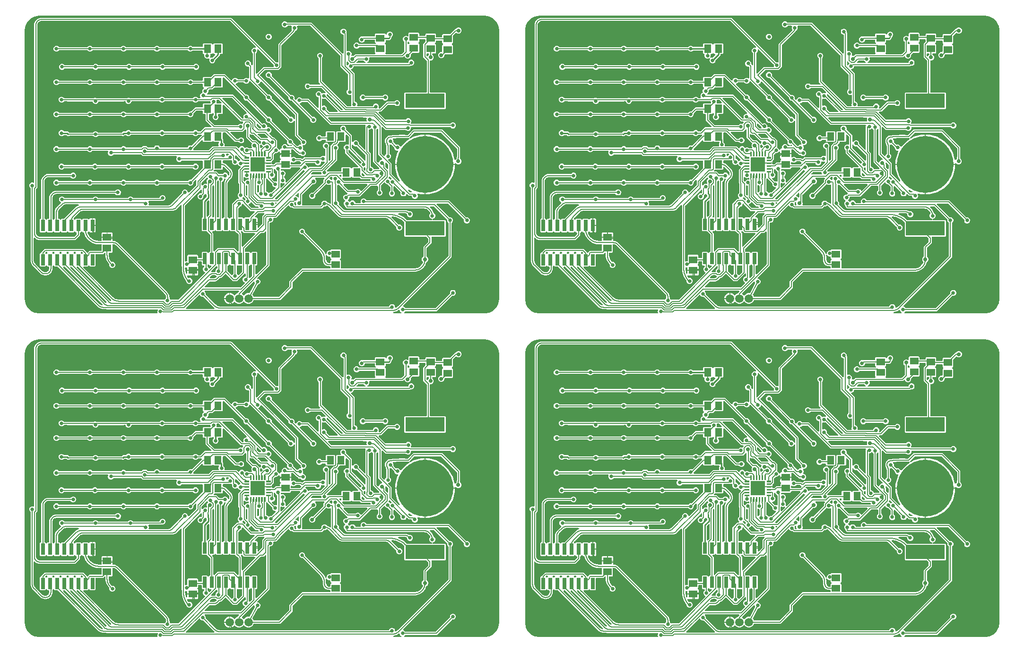
<source format=gbl>
%MOIN*%
%OFA0B0*%
%FSLAX34Y34*%
%IPPOS*%
%LPD*%
%AMOC8*
5,1,8,0,0,$1,22.5*%
%AMOC80*
5,1,8,0,0,$1,22.5*%
%AMOC81*
5,1,8,0,0,$1,22.5*%
%AMOC80*
5,1,8,0,0,$1,22.5*%
%AMOC81*
5,1,8,0,0,$1,22.5*%
%AMOC80*
5,1,8,0,0,$1,22.5*%
%ADD10C,0.0025590551181102366*%
%ADD11R,0.10236220472440946X0.10236220472440946*%
%ADD12R,0.051181102362204731X0.059055118110236227*%
%ADD13R,0.026000000000000002X0.08*%
%ADD14R,0.059055118110236227X0.051181102362204731*%
%ADD15R,0.27559055118110237X0.1*%
%ADD16C,0.4*%
%ADD17C,0.059055118110236227*%
%ADD18C,0.025779527559055122*%
%ADD19C,0.006000000000000001*%
%ADD20C,0.027748031496062992*%
%ADD21C,0.050196850393700788*%
%ADD22C,0.01*%
%ADD33C,0.0025590551181102366*%
%ADD34R,0.10236220472440946X0.10236220472440946*%
%ADD35R,0.051181102362204731X0.059055118110236227*%
%ADD36R,0.026000000000000002X0.08*%
%ADD37R,0.059055118110236227X0.051181102362204731*%
%ADD38R,0.27559055118110237X0.1*%
%ADD39C,0.4*%
%ADD40C,0.059055118110236227*%
%ADD41C,0.025779527559055122*%
%ADD42C,0.006000000000000001*%
%ADD43C,0.027748031496062992*%
%ADD44C,0.050196850393700788*%
%ADD45C,0.01*%
%ADD46C,0.0025590551181102366*%
%ADD47R,0.10236220472440946X0.10236220472440946*%
%ADD48R,0.051181102362204731X0.059055118110236227*%
%ADD49R,0.026000000000000002X0.08*%
%ADD50R,0.059055118110236227X0.051181102362204731*%
%ADD51R,0.27559055118110237X0.1*%
%ADD52C,0.4*%
%ADD53C,0.059055118110236227*%
%ADD54C,0.025779527559055122*%
%ADD55C,0.006000000000000001*%
%ADD56C,0.027748031496062992*%
%ADD57C,0.050196850393700788*%
%ADD58C,0.01*%
%ADD59C,0.0025590551181102366*%
%ADD60R,0.10236220472440946X0.10236220472440946*%
%ADD61R,0.051181102362204731X0.059055118110236227*%
%ADD62R,0.026000000000000002X0.08*%
%ADD63R,0.059055118110236227X0.051181102362204731*%
%ADD64R,0.27559055118110237X0.1*%
%ADD65C,0.4*%
%ADD66C,0.059055118110236227*%
%ADD67C,0.025779527559055122*%
%ADD68C,0.006000000000000001*%
%ADD69C,0.027748031496062992*%
%ADD70C,0.050196850393700788*%
%ADD71C,0.01*%
G75*
G01*
G36*
X0044737Y0003677D02*
X0044753Y0003688D01*
X0044764Y0003705D01*
X0044767Y0003724D01*
X0044764Y0003742D01*
X0044756Y0003760D01*
X0044756Y0003843D01*
X0044776Y0003891D01*
X0044780Y0003911D01*
X0044776Y0003930D01*
X0044764Y0003946D01*
X0044747Y0003957D01*
X0044730Y0003960D01*
X0041168Y0003960D01*
X0041162Y0003966D01*
X0041146Y0003977D01*
X0041127Y0003980D01*
X0040853Y0003980D01*
X0040616Y0004078D01*
X0037738Y0006956D01*
X0037722Y0006967D01*
X0037703Y0006971D01*
X0037512Y0006971D01*
X0037460Y0007022D01*
X0037443Y0007033D01*
X0037424Y0007037D01*
X0037404Y0007033D01*
X0037389Y0007022D01*
X0037368Y0007001D01*
X0037357Y0006985D01*
X0037354Y0006966D01*
X0037354Y0006735D01*
X0037244Y0006519D01*
X0037048Y0006377D01*
X0036809Y0006339D01*
X0036579Y0006414D01*
X0035912Y0007081D01*
X0035815Y0007316D01*
X0035815Y0012493D01*
X0035811Y0012513D01*
X0035800Y0012529D01*
X0035762Y0012567D01*
X0035730Y0012644D01*
X0035730Y0012727D01*
X0035762Y0012804D01*
X0035820Y0012862D01*
X0035897Y0012894D01*
X0035980Y0012894D01*
X0036004Y0012884D01*
X0036023Y0012881D01*
X0036043Y0012885D01*
X0036059Y0012896D01*
X0036070Y0012913D01*
X0036073Y0012931D01*
X0036073Y0024115D01*
X0036150Y0024301D01*
X0036291Y0024442D01*
X0036476Y0024519D01*
X0049966Y0024519D01*
X0053084Y0021401D01*
X0053100Y0021390D01*
X0053119Y0021387D01*
X0053193Y0021387D01*
X0053212Y0021379D01*
X0053231Y0021375D01*
X0053251Y0021380D01*
X0053267Y0021391D01*
X0053277Y0021408D01*
X0053281Y0021425D01*
X0053281Y0022675D01*
X0054228Y0023622D01*
X0054239Y0023639D01*
X0054243Y0023658D01*
X0054239Y0023676D01*
X0054206Y0023755D01*
X0054206Y0023838D01*
X0054229Y0023892D01*
X0054233Y0023911D01*
X0054228Y0023931D01*
X0054217Y0023947D01*
X0054200Y0023958D01*
X0054183Y0023961D01*
X0053948Y0023961D01*
X0053928Y0023957D01*
X0053912Y0023946D01*
X0053912Y0023945D01*
X0053847Y0023880D01*
X0053770Y0023848D01*
X0053687Y0023848D01*
X0053610Y0023880D01*
X0053551Y0023939D01*
X0053519Y0024016D01*
X0053519Y0024099D01*
X0053551Y0024176D01*
X0053610Y0024234D01*
X0053687Y0024266D01*
X0053770Y0024266D01*
X0053847Y0024234D01*
X0053886Y0024196D01*
X0053902Y0024185D01*
X0053921Y0024181D01*
X0055639Y0024181D01*
X0057794Y0022026D01*
X0057811Y0022015D01*
X0057830Y0022011D01*
X0057850Y0022015D01*
X0057866Y0022027D01*
X0057877Y0022044D01*
X0057880Y0022061D01*
X0057880Y0023284D01*
X0057876Y0023303D01*
X0057865Y0023320D01*
X0057848Y0023331D01*
X0057834Y0023333D01*
X0057755Y0023366D01*
X0057696Y0023424D01*
X0057665Y0023501D01*
X0057665Y0023584D01*
X0057696Y0023661D01*
X0057755Y0023720D01*
X0057832Y0023752D01*
X0057915Y0023752D01*
X0057992Y0023720D01*
X0058051Y0023661D01*
X0058082Y0023584D01*
X0058082Y0023510D01*
X0058086Y0023491D01*
X0058097Y0023475D01*
X0058100Y0023472D01*
X0058100Y0022213D01*
X0058104Y0022194D01*
X0058115Y0022177D01*
X0058132Y0022167D01*
X0058151Y0022163D01*
X0058169Y0022167D01*
X0058191Y0022176D01*
X0058274Y0022176D01*
X0058351Y0022145D01*
X0058410Y0022086D01*
X0058442Y0022009D01*
X0058442Y0021926D01*
X0058431Y0021902D01*
X0058428Y0021882D01*
X0058432Y0021863D01*
X0058443Y0021846D01*
X0058460Y0021836D01*
X0058478Y0021832D01*
X0058546Y0021832D01*
X0058565Y0021836D01*
X0058581Y0021847D01*
X0058694Y0021960D01*
X0060069Y0021960D01*
X0060089Y0021964D01*
X0060105Y0021975D01*
X0060116Y0021992D01*
X0060119Y0022011D01*
X0060114Y0022031D01*
X0060104Y0022045D01*
X0060097Y0022053D01*
X0060097Y0022404D01*
X0060093Y0022424D01*
X0060081Y0022440D01*
X0060065Y0022451D01*
X0060047Y0022454D01*
X0059012Y0022454D01*
X0058992Y0022450D01*
X0058977Y0022440D01*
X0058924Y0022387D01*
X0058847Y0022355D01*
X0058764Y0022355D01*
X0058687Y0022387D01*
X0058629Y0022446D01*
X0058597Y0022523D01*
X0058597Y0022606D01*
X0058629Y0022683D01*
X0058687Y0022741D01*
X0058764Y0022773D01*
X0058847Y0022773D01*
X0058924Y0022741D01*
X0058977Y0022689D01*
X0058993Y0022678D01*
X0059012Y0022674D01*
X0060103Y0022674D01*
X0060122Y0022678D01*
X0060139Y0022689D01*
X0060149Y0022706D01*
X0060153Y0022726D01*
X0060148Y0022745D01*
X0060138Y0022760D01*
X0060097Y0022801D01*
X0060097Y0022930D01*
X0060093Y0022950D01*
X0060081Y0022966D01*
X0060065Y0022977D01*
X0060047Y0022980D01*
X0059419Y0022980D01*
X0059399Y0022976D01*
X0059383Y0022965D01*
X0059372Y0022949D01*
X0059340Y0022871D01*
X0059281Y0022812D01*
X0059204Y0022780D01*
X0059121Y0022780D01*
X0059044Y0022812D01*
X0058986Y0022871D01*
X0058954Y0022948D01*
X0058954Y0023031D01*
X0058986Y0023107D01*
X0059044Y0023166D01*
X0059121Y0023198D01*
X0059195Y0023198D01*
X0059206Y0023200D01*
X0060047Y0023200D01*
X0060066Y0023204D01*
X0060083Y0023215D01*
X0060093Y0023232D01*
X0060097Y0023250D01*
X0060097Y0023379D01*
X0060143Y0023426D01*
X0060800Y0023426D01*
X0060852Y0023375D01*
X0060868Y0023364D01*
X0060888Y0023360D01*
X0060907Y0023364D01*
X0060924Y0023376D01*
X0060933Y0023391D01*
X0060964Y0023464D01*
X0061022Y0023523D01*
X0061099Y0023554D01*
X0061182Y0023554D01*
X0061259Y0023523D01*
X0061318Y0023464D01*
X0061350Y0023387D01*
X0061350Y0023304D01*
X0061318Y0023227D01*
X0061265Y0023175D01*
X0061254Y0023158D01*
X0061251Y0023139D01*
X0061251Y0023103D01*
X0061227Y0023079D01*
X0061216Y0023063D01*
X0061212Y0023044D01*
X0061212Y0023036D01*
X0061136Y0022960D01*
X0060897Y0022960D01*
X0060878Y0022956D01*
X0060861Y0022945D01*
X0060851Y0022928D01*
X0060847Y0022910D01*
X0060847Y0022801D01*
X0060798Y0022751D01*
X0060787Y0022735D01*
X0060783Y0022715D01*
X0060787Y0022696D01*
X0060798Y0022681D01*
X0060847Y0022631D01*
X0060847Y0022053D01*
X0060839Y0022045D01*
X0060828Y0022029D01*
X0060825Y0022009D01*
X0060829Y0021990D01*
X0060841Y0021973D01*
X0060858Y0021963D01*
X0060875Y0021960D01*
X0061941Y0021960D01*
X0061961Y0021964D01*
X0061976Y0021975D01*
X0062158Y0022156D01*
X0062169Y0022173D01*
X0062173Y0022192D01*
X0062173Y0022811D01*
X0062169Y0022830D01*
X0062158Y0022846D01*
X0062097Y0022907D01*
X0062064Y0022987D01*
X0062064Y0023075D01*
X0062097Y0023155D01*
X0062159Y0023216D01*
X0062239Y0023250D01*
X0062326Y0023250D01*
X0062390Y0023224D01*
X0062409Y0023220D01*
X0062429Y0023224D01*
X0062445Y0023235D01*
X0062456Y0023252D01*
X0062459Y0023270D01*
X0062459Y0023418D01*
X0062506Y0023465D01*
X0063163Y0023465D01*
X0063209Y0023418D01*
X0063209Y0023289D01*
X0063213Y0023270D01*
X0063225Y0023254D01*
X0063241Y0023243D01*
X0063259Y0023239D01*
X0063590Y0023239D01*
X0063609Y0023243D01*
X0063626Y0023255D01*
X0063637Y0023271D01*
X0063640Y0023289D01*
X0063640Y0023379D01*
X0063687Y0023426D01*
X0064344Y0023426D01*
X0064390Y0023379D01*
X0064390Y0023197D01*
X0064394Y0023177D01*
X0064406Y0023161D01*
X0064422Y0023150D01*
X0064440Y0023147D01*
X0064783Y0023147D01*
X0064802Y0023151D01*
X0064819Y0023162D01*
X0064829Y0023179D01*
X0064833Y0023197D01*
X0064833Y0023326D01*
X0064880Y0023373D01*
X0065368Y0023373D01*
X0065387Y0023377D01*
X0065403Y0023387D01*
X0065747Y0023732D01*
X0065764Y0023732D01*
X0065783Y0023736D01*
X0065799Y0023746D01*
X0065860Y0023807D01*
X0065940Y0023840D01*
X0066027Y0023840D01*
X0066108Y0023807D01*
X0066169Y0023745D01*
X0066202Y0023665D01*
X0066202Y0023578D01*
X0066169Y0023498D01*
X0066108Y0023436D01*
X0066027Y0023403D01*
X0065940Y0023403D01*
X0065860Y0023436D01*
X0065847Y0023449D01*
X0065830Y0023460D01*
X0065811Y0023464D01*
X0065791Y0023460D01*
X0065776Y0023449D01*
X0065598Y0023271D01*
X0065587Y0023255D01*
X0065583Y0023236D01*
X0065583Y0022748D01*
X0065534Y0022698D01*
X0065523Y0022681D01*
X0065519Y0022662D01*
X0065523Y0022642D01*
X0065534Y0022627D01*
X0065583Y0022578D01*
X0065583Y0022000D01*
X0065536Y0021953D01*
X0065048Y0021953D01*
X0065029Y0021949D01*
X0065013Y0021938D01*
X0064997Y0021922D01*
X0064986Y0021905D01*
X0064982Y0021886D01*
X0064982Y0021846D01*
X0064949Y0021765D01*
X0064887Y0021704D01*
X0064807Y0021671D01*
X0064720Y0021671D01*
X0064639Y0021704D01*
X0064578Y0021765D01*
X0064545Y0021846D01*
X0064545Y0021933D01*
X0064578Y0022013D01*
X0064639Y0022075D01*
X0064720Y0022108D01*
X0064783Y0022108D01*
X0064802Y0022112D01*
X0064819Y0022123D01*
X0064829Y0022140D01*
X0064833Y0022158D01*
X0064833Y0022578D01*
X0064882Y0022627D01*
X0064893Y0022644D01*
X0064897Y0022664D01*
X0064893Y0022683D01*
X0064882Y0022698D01*
X0064833Y0022748D01*
X0064833Y0022877D01*
X0064829Y0022896D01*
X0064817Y0022913D01*
X0064801Y0022923D01*
X0064783Y0022927D01*
X0064440Y0022927D01*
X0064421Y0022923D01*
X0064405Y0022912D01*
X0064394Y0022895D01*
X0064390Y0022877D01*
X0064390Y0022801D01*
X0064341Y0022751D01*
X0064330Y0022735D01*
X0064326Y0022715D01*
X0064330Y0022696D01*
X0064341Y0022681D01*
X0064390Y0022631D01*
X0064390Y0022053D01*
X0064344Y0022006D01*
X0064175Y0022006D01*
X0064156Y0022002D01*
X0064139Y0021991D01*
X0064129Y0021974D01*
X0064125Y0021956D01*
X0064125Y0021952D01*
X0064129Y0021932D01*
X0064140Y0021916D01*
X0064201Y0021856D01*
X0064234Y0021775D01*
X0064234Y0021688D01*
X0064201Y0021608D01*
X0064139Y0021546D01*
X0064059Y0021513D01*
X0064020Y0021513D01*
X0064001Y0021509D01*
X0063985Y0021498D01*
X0063974Y0021481D01*
X0063970Y0021463D01*
X0063970Y0019303D01*
X0063974Y0019283D01*
X0063986Y0019267D01*
X0064002Y0019256D01*
X0064020Y0019253D01*
X0065033Y0019253D01*
X0065079Y0019206D01*
X0065079Y0018140D01*
X0065033Y0018093D01*
X0062210Y0018093D01*
X0062164Y0018140D01*
X0062164Y0019206D01*
X0062210Y0019253D01*
X0063700Y0019253D01*
X0063720Y0019257D01*
X0063736Y0019268D01*
X0063747Y0019285D01*
X0063750Y0019303D01*
X0063750Y0021469D01*
X0063746Y0021488D01*
X0063736Y0021504D01*
X0063500Y0021740D01*
X0063500Y0022689D01*
X0063625Y0022814D01*
X0063636Y0022831D01*
X0063640Y0022850D01*
X0063640Y0022969D01*
X0063636Y0022989D01*
X0063625Y0023005D01*
X0063608Y0023016D01*
X0063590Y0023019D01*
X0063259Y0023019D01*
X0063240Y0023015D01*
X0063223Y0023004D01*
X0063213Y0022987D01*
X0063209Y0022969D01*
X0063209Y0022840D01*
X0063160Y0022791D01*
X0063149Y0022774D01*
X0063145Y0022755D01*
X0063149Y0022735D01*
X0063160Y0022720D01*
X0063209Y0022670D01*
X0063209Y0022092D01*
X0063163Y0022045D01*
X0062773Y0022045D01*
X0062753Y0022042D01*
X0062738Y0022031D01*
X0062634Y0021928D01*
X0062623Y0021911D01*
X0062620Y0021892D01*
X0062620Y0021806D01*
X0062586Y0021726D01*
X0062525Y0021664D01*
X0062445Y0021631D01*
X0062358Y0021631D01*
X0062277Y0021664D01*
X0062216Y0021726D01*
X0062192Y0021782D01*
X0062181Y0021798D01*
X0062165Y0021809D01*
X0062145Y0021813D01*
X0062126Y0021808D01*
X0062111Y0021798D01*
X0062053Y0021740D01*
X0059739Y0021740D01*
X0059719Y0021736D01*
X0059703Y0021725D01*
X0059692Y0021708D01*
X0059689Y0021688D01*
X0059693Y0021671D01*
X0059700Y0021653D01*
X0059700Y0021569D01*
X0059668Y0021493D01*
X0059610Y0021434D01*
X0059591Y0021426D01*
X0059574Y0021415D01*
X0059564Y0021398D01*
X0059560Y0021379D01*
X0059564Y0021359D01*
X0059576Y0021343D01*
X0059593Y0021333D01*
X0059610Y0021330D01*
X0062395Y0021330D01*
X0062415Y0021334D01*
X0062431Y0021345D01*
X0062442Y0021362D01*
X0062445Y0021380D01*
X0062445Y0021397D01*
X0062477Y0021473D01*
X0062536Y0021532D01*
X0062613Y0021564D01*
X0062696Y0021564D01*
X0062773Y0021532D01*
X0062831Y0021473D01*
X0062863Y0021397D01*
X0062863Y0021314D01*
X0062831Y0021237D01*
X0062773Y0021178D01*
X0062696Y0021146D01*
X0062622Y0021146D01*
X0062602Y0021142D01*
X0062586Y0021132D01*
X0062565Y0021110D01*
X0058641Y0021110D01*
X0058621Y0021106D01*
X0058605Y0021095D01*
X0058595Y0021079D01*
X0058565Y0021008D01*
X0058506Y0020949D01*
X0058426Y0020915D01*
X0058409Y0020904D01*
X0058398Y0020888D01*
X0058395Y0020868D01*
X0058399Y0020849D01*
X0058409Y0020834D01*
X0058657Y0020586D01*
X0058657Y0018666D01*
X0058661Y0018646D01*
X0058673Y0018630D01*
X0058688Y0018620D01*
X0058755Y0018592D01*
X0058813Y0018533D01*
X0058845Y0018457D01*
X0058845Y0018373D01*
X0058838Y0018355D01*
X0058834Y0018336D01*
X0058838Y0018316D01*
X0058849Y0018300D01*
X0058866Y0018289D01*
X0058884Y0018286D01*
X0059910Y0018286D01*
X0059930Y0018290D01*
X0059946Y0018301D01*
X0059957Y0018317D01*
X0059980Y0018373D01*
X0060039Y0018432D01*
X0060115Y0018464D01*
X0060199Y0018464D01*
X0060275Y0018432D01*
X0060334Y0018373D01*
X0060366Y0018297D01*
X0060366Y0018213D01*
X0060358Y0018195D01*
X0060355Y0018176D01*
X0060359Y0018156D01*
X0060370Y0018140D01*
X0060387Y0018129D01*
X0060405Y0018126D01*
X0060425Y0018126D01*
X0060444Y0018130D01*
X0060460Y0018141D01*
X0060932Y0018612D01*
X0060933Y0018614D01*
X0060934Y0018613D01*
X0061447Y0018613D01*
X0061466Y0018617D01*
X0061482Y0018628D01*
X0061535Y0018681D01*
X0061611Y0018712D01*
X0061695Y0018712D01*
X0061771Y0018681D01*
X0061830Y0018622D01*
X0061862Y0018545D01*
X0061862Y0018462D01*
X0061830Y0018385D01*
X0061771Y0018326D01*
X0061695Y0018295D01*
X0061611Y0018295D01*
X0061535Y0018326D01*
X0061482Y0018379D01*
X0061466Y0018390D01*
X0061447Y0018393D01*
X0061045Y0018393D01*
X0061025Y0018389D01*
X0061009Y0018379D01*
X0060536Y0017906D01*
X0060402Y0017906D01*
X0060382Y0017902D01*
X0060366Y0017891D01*
X0060355Y0017874D01*
X0060352Y0017854D01*
X0060356Y0017835D01*
X0060366Y0017821D01*
X0060839Y0017349D01*
X0060855Y0017338D01*
X0060874Y0017334D01*
X0062234Y0017334D01*
X0062254Y0017338D01*
X0062270Y0017349D01*
X0062322Y0017401D01*
X0062399Y0017433D01*
X0062482Y0017433D01*
X0062559Y0017401D01*
X0062617Y0017342D01*
X0062649Y0017265D01*
X0062649Y0017182D01*
X0062618Y0017108D01*
X0062615Y0017088D01*
X0062619Y0017069D01*
X0062630Y0017052D01*
X0062647Y0017042D01*
X0062665Y0017039D01*
X0065384Y0017039D01*
X0065403Y0017043D01*
X0065419Y0017053D01*
X0065472Y0017106D01*
X0065548Y0017138D01*
X0065632Y0017138D01*
X0065708Y0017106D01*
X0065767Y0017047D01*
X0065799Y0016970D01*
X0065799Y0016887D01*
X0065767Y0016810D01*
X0065708Y0016752D01*
X0065632Y0016720D01*
X0065548Y0016720D01*
X0065472Y0016752D01*
X0065419Y0016804D01*
X0065403Y0016815D01*
X0065384Y0016819D01*
X0062684Y0016819D01*
X0062664Y0016815D01*
X0062648Y0016803D01*
X0062637Y0016787D01*
X0062634Y0016769D01*
X0062634Y0016699D01*
X0062602Y0016622D01*
X0062543Y0016563D01*
X0062466Y0016531D01*
X0062383Y0016531D01*
X0062307Y0016563D01*
X0062280Y0016590D01*
X0062263Y0016601D01*
X0062244Y0016604D01*
X0060847Y0016604D01*
X0060635Y0016816D01*
X0060619Y0016827D01*
X0060599Y0016831D01*
X0060580Y0016827D01*
X0060564Y0016815D01*
X0060553Y0016798D01*
X0060550Y0016781D01*
X0060550Y0014970D01*
X0060554Y0014950D01*
X0060565Y0014934D01*
X0060721Y0014778D01*
X0060738Y0014767D01*
X0060757Y0014763D01*
X0060777Y0014767D01*
X0060793Y0014779D01*
X0060803Y0014794D01*
X0060836Y0014874D01*
X0060888Y0014927D01*
X0060899Y0014943D01*
X0060903Y0014962D01*
X0060903Y0015437D01*
X0060902Y0015449D01*
X0060852Y0015644D01*
X0060848Y0015656D01*
X0060822Y0015702D01*
X0060803Y0015737D01*
X0060800Y0015923D01*
X0060883Y0016088D01*
X0061033Y0016197D01*
X0061125Y0016211D01*
X0061441Y0016257D01*
X0062080Y0016278D01*
X0062372Y0016253D01*
X0062391Y0016255D01*
X0062411Y0016268D01*
X0062789Y0016645D01*
X0064848Y0016645D01*
X0066094Y0015399D01*
X0066094Y0014605D01*
X0066093Y0014603D01*
X0066098Y0014584D01*
X0066108Y0014569D01*
X0066155Y0014521D01*
X0066189Y0014441D01*
X0066189Y0014354D01*
X0066155Y0014274D01*
X0066094Y0014212D01*
X0066013Y0014179D01*
X0065926Y0014179D01*
X0065846Y0014212D01*
X0065807Y0014251D01*
X0065790Y0014262D01*
X0065771Y0014266D01*
X0065751Y0014261D01*
X0065735Y0014250D01*
X0065725Y0014233D01*
X0065722Y0014216D01*
X0065722Y0014203D01*
X0063652Y0014203D01*
X0063652Y0016273D01*
X0063898Y0016273D01*
X0064432Y0016130D01*
X0064911Y0015853D01*
X0065302Y0015462D01*
X0065578Y0014983D01*
X0065697Y0014540D01*
X0065706Y0014522D01*
X0065721Y0014510D01*
X0065740Y0014503D01*
X0065760Y0014505D01*
X0065781Y0014518D01*
X0065845Y0014582D01*
X0065856Y0014599D01*
X0065860Y0014618D01*
X0065860Y0014702D01*
X0065870Y0014718D01*
X0065874Y0014737D01*
X0065874Y0015288D01*
X0065870Y0015307D01*
X0065859Y0015323D01*
X0064772Y0016410D01*
X0064755Y0016421D01*
X0064736Y0016425D01*
X0062900Y0016425D01*
X0062881Y0016421D01*
X0062865Y0016410D01*
X0062543Y0016089D01*
X0062532Y0016072D01*
X0062529Y0016052D01*
X0062533Y0016033D01*
X0062545Y0016017D01*
X0062561Y0016006D01*
X0062581Y0016003D01*
X0062604Y0016010D01*
X0062811Y0016130D01*
X0063345Y0016273D01*
X0063592Y0016273D01*
X0063592Y0014203D01*
X0061522Y0014203D01*
X0061522Y0014449D01*
X0061665Y0014983D01*
X0061724Y0015086D01*
X0061730Y0015104D01*
X0061728Y0015124D01*
X0061719Y0015142D01*
X0061704Y0015155D01*
X0061680Y0015161D01*
X0061634Y0015161D01*
X0061557Y0015192D01*
X0061498Y0015251D01*
X0061466Y0015328D01*
X0061466Y0015350D01*
X0061462Y0015369D01*
X0061452Y0015385D01*
X0061264Y0015572D01*
X0061248Y0015584D01*
X0061229Y0015587D01*
X0061171Y0015587D01*
X0061151Y0015583D01*
X0061135Y0015572D01*
X0061124Y0015555D01*
X0061121Y0015536D01*
X0061122Y0015525D01*
X0061123Y0015522D01*
X0061123Y0014962D01*
X0061127Y0014943D01*
X0061138Y0014927D01*
X0061190Y0014874D01*
X0061222Y0014798D01*
X0061222Y0014715D01*
X0061190Y0014638D01*
X0061131Y0014579D01*
X0061051Y0014546D01*
X0061035Y0014535D01*
X0061024Y0014518D01*
X0061020Y0014498D01*
X0061025Y0014479D01*
X0061035Y0014464D01*
X0061251Y0014248D01*
X0061251Y0013530D01*
X0061255Y0013511D01*
X0061266Y0013495D01*
X0061759Y0013001D01*
X0061776Y0012990D01*
X0061796Y0012987D01*
X0061815Y0012991D01*
X0061831Y0013003D01*
X0061842Y0013020D01*
X0061845Y0013039D01*
X0061838Y0013062D01*
X0061665Y0013362D01*
X0061522Y0013896D01*
X0061522Y0014143D01*
X0063592Y0014143D01*
X0063592Y0012073D01*
X0063345Y0012073D01*
X0063145Y0012126D01*
X0063125Y0012127D01*
X0063107Y0012121D01*
X0063092Y0012107D01*
X0063084Y0012089D01*
X0063083Y0012070D01*
X0063086Y0012059D01*
X0063108Y0012005D01*
X0063108Y0011922D01*
X0063076Y0011845D01*
X0063018Y0011787D01*
X0062941Y0011755D01*
X0062858Y0011755D01*
X0062781Y0011787D01*
X0062722Y0011845D01*
X0062690Y0011922D01*
X0062690Y0011926D01*
X0062686Y0011946D01*
X0062675Y0011962D01*
X0062658Y0011973D01*
X0062640Y0011976D01*
X0062474Y0011976D01*
X0062372Y0012078D01*
X0062356Y0012089D01*
X0062336Y0012092D01*
X0062317Y0012088D01*
X0062300Y0012076D01*
X0062291Y0012061D01*
X0062273Y0012019D01*
X0062214Y0011961D01*
X0062138Y0011929D01*
X0062055Y0011929D01*
X0061978Y0011961D01*
X0061919Y0012019D01*
X0061887Y0012096D01*
X0061887Y0012179D01*
X0061888Y0012180D01*
X0061892Y0012200D01*
X0061887Y0012220D01*
X0061877Y0012235D01*
X0061482Y0012630D01*
X0061465Y0012641D01*
X0061446Y0012645D01*
X0061426Y0012640D01*
X0061410Y0012629D01*
X0061400Y0012612D01*
X0061396Y0012595D01*
X0061396Y0012336D01*
X0061400Y0012317D01*
X0061411Y0012301D01*
X0061464Y0012248D01*
X0061495Y0012171D01*
X0061495Y0012088D01*
X0061464Y0012012D01*
X0061405Y0011953D01*
X0061328Y0011921D01*
X0061245Y0011921D01*
X0061168Y0011953D01*
X0061109Y0012012D01*
X0061078Y0012088D01*
X0061078Y0012171D01*
X0061109Y0012248D01*
X0061162Y0012301D01*
X0061173Y0012317D01*
X0061176Y0012336D01*
X0061176Y0012577D01*
X0061172Y0012596D01*
X0061162Y0012612D01*
X0061006Y0012768D01*
X0060989Y0012779D01*
X0060971Y0012783D01*
X0060956Y0012783D01*
X0060880Y0012815D01*
X0060821Y0012873D01*
X0060813Y0012892D01*
X0060802Y0012908D01*
X0060785Y0012919D01*
X0060766Y0012922D01*
X0060746Y0012918D01*
X0060732Y0012908D01*
X0060543Y0012719D01*
X0060532Y0012702D01*
X0060528Y0012684D01*
X0060528Y0012387D01*
X0060532Y0012367D01*
X0060543Y0012352D01*
X0060595Y0012299D01*
X0060627Y0012222D01*
X0060627Y0012139D01*
X0060595Y0012062D01*
X0060537Y0012004D01*
X0060460Y0011972D01*
X0060377Y0011972D01*
X0060300Y0012004D01*
X0060241Y0012062D01*
X0060209Y0012139D01*
X0060209Y0012222D01*
X0060241Y0012299D01*
X0060294Y0012352D01*
X0060305Y0012368D01*
X0060308Y0012387D01*
X0060308Y0012613D01*
X0060304Y0012632D01*
X0060293Y0012649D01*
X0060276Y0012659D01*
X0060258Y0012663D01*
X0059821Y0012663D01*
X0059801Y0012659D01*
X0059785Y0012648D01*
X0059032Y0011894D01*
X0058323Y0011894D01*
X0058304Y0011890D01*
X0058287Y0011879D01*
X0058277Y0011862D01*
X0058273Y0011844D01*
X0058273Y0011808D01*
X0058242Y0011731D01*
X0058194Y0011683D01*
X0058183Y0011666D01*
X0058179Y0011647D01*
X0058183Y0011627D01*
X0058195Y0011611D01*
X0058210Y0011602D01*
X0058228Y0011594D01*
X0058270Y0011552D01*
X0058286Y0011541D01*
X0058306Y0011537D01*
X0058325Y0011542D01*
X0058341Y0011552D01*
X0058385Y0011597D01*
X0058462Y0011628D01*
X0058545Y0011628D01*
X0058622Y0011597D01*
X0058680Y0011538D01*
X0058707Y0011473D01*
X0058719Y0011456D01*
X0058735Y0011445D01*
X0058754Y0011442D01*
X0059043Y0011442D01*
X0059063Y0011446D01*
X0059079Y0011457D01*
X0059090Y0011474D01*
X0059093Y0011493D01*
X0059089Y0011511D01*
X0059082Y0011529D01*
X0059082Y0011612D01*
X0059114Y0011689D01*
X0059172Y0011748D01*
X0059249Y0011780D01*
X0059332Y0011780D01*
X0059409Y0011748D01*
X0059468Y0011689D01*
X0059473Y0011676D01*
X0059485Y0011659D01*
X0059501Y0011648D01*
X0059520Y0011645D01*
X0065321Y0011645D01*
X0066506Y0010459D01*
X0066523Y0010448D01*
X0066542Y0010445D01*
X0066616Y0010445D01*
X0066693Y0010413D01*
X0066751Y0010354D01*
X0066783Y0010277D01*
X0066783Y0010194D01*
X0066751Y0010117D01*
X0066693Y0010059D01*
X0066616Y0010027D01*
X0066533Y0010027D01*
X0066456Y0010059D01*
X0066397Y0010117D01*
X0066365Y0010194D01*
X0066365Y0010268D01*
X0066361Y0010288D01*
X0066351Y0010304D01*
X0065244Y0011410D01*
X0065228Y0011421D01*
X0065209Y0011425D01*
X0064480Y0011425D01*
X0064461Y0011421D01*
X0064444Y0011410D01*
X0064434Y0011393D01*
X0064430Y0011373D01*
X0064435Y0011354D01*
X0064445Y0011340D01*
X0065325Y0010459D01*
X0065342Y0010448D01*
X0065361Y0010445D01*
X0065435Y0010445D01*
X0065512Y0010413D01*
X0065570Y0010354D01*
X0065602Y0010277D01*
X0065602Y0010194D01*
X0065570Y0010117D01*
X0065518Y0010065D01*
X0065507Y0010048D01*
X0065503Y0010030D01*
X0065503Y0007631D01*
X0062091Y0004219D01*
X0062080Y0004202D01*
X0062076Y0004183D01*
X0062081Y0004163D01*
X0062092Y0004147D01*
X0062107Y0004137D01*
X0062165Y0004114D01*
X0062217Y0004061D01*
X0062234Y0004050D01*
X0062253Y0004047D01*
X0064343Y0004047D01*
X0064362Y0004050D01*
X0064378Y0004061D01*
X0065366Y0005050D01*
X0065377Y0005066D01*
X0065381Y0005085D01*
X0065381Y0005159D01*
X0065413Y0005236D01*
X0065472Y0005295D01*
X0065548Y0005327D01*
X0065632Y0005327D01*
X0065708Y0005295D01*
X0065767Y0005236D01*
X0065799Y0005159D01*
X0065799Y0005076D01*
X0065767Y0004999D01*
X0065708Y0004941D01*
X0065632Y0004909D01*
X0065557Y0004909D01*
X0065538Y0004905D01*
X0065522Y0004894D01*
X0064454Y0003826D01*
X0062253Y0003826D01*
X0062233Y0003823D01*
X0062217Y0003812D01*
X0062164Y0003758D01*
X0062153Y0003742D01*
X0062149Y0003722D01*
X0062153Y0003703D01*
X0062165Y0003686D01*
X0062182Y0003676D01*
X0062199Y0003673D01*
X0067842Y0003673D01*
X0067850Y0003673D01*
X0068145Y0003720D01*
X0068159Y0003725D01*
X0068425Y0003860D01*
X0068438Y0003870D01*
X0068649Y0004081D01*
X0068658Y0004093D01*
X0068794Y0004359D01*
X0068799Y0004374D01*
X0068845Y0004669D01*
X0068846Y0004677D01*
X0068846Y0023661D01*
X0068845Y0023669D01*
X0068799Y0023964D01*
X0068794Y0023978D01*
X0068658Y0024244D01*
X0068649Y0024257D01*
X0068438Y0024468D01*
X0068425Y0024477D01*
X0068159Y0024613D01*
X0068145Y0024617D01*
X0067850Y0024664D01*
X0067842Y0024665D01*
X0036409Y0024665D01*
X0036401Y0024664D01*
X0036106Y0024617D01*
X0036091Y0024613D01*
X0035826Y0024477D01*
X0035813Y0024468D01*
X0035602Y0024257D01*
X0035593Y0024244D01*
X0035457Y0023978D01*
X0035452Y0023964D01*
X0035406Y0023669D01*
X0035405Y0023661D01*
X0035405Y0004677D01*
X0035406Y0004669D01*
X0035452Y0004374D01*
X0035457Y0004359D01*
X0035593Y0004093D01*
X0035602Y0004081D01*
X0035813Y0003870D01*
X0035826Y0003860D01*
X0036091Y0003725D01*
X0036106Y0003720D01*
X0036401Y0003673D01*
X0036409Y0003673D01*
X0044718Y0003673D01*
X0044737Y0003677D01*
G37*
%LPC*%
G36*
X0052556Y0022975D02*
X0052480Y0023007D01*
X0052421Y0023066D01*
X0052389Y0023142D01*
X0052389Y0023225D01*
X0052421Y0023302D01*
X0052480Y0023361D01*
X0052556Y0023393D01*
X0052639Y0023393D01*
X0052716Y0023361D01*
X0052775Y0023302D01*
X0052807Y0023225D01*
X0052807Y0023142D01*
X0052775Y0023066D01*
X0052716Y0023007D01*
X0052639Y0022975D01*
X0052556Y0022975D01*
G37*
G36*
X0059206Y0018688D02*
X0059129Y0018720D01*
X0059070Y0018779D01*
X0059038Y0018856D01*
X0059038Y0018939D01*
X0059070Y0019015D01*
X0059129Y0019074D01*
X0059206Y0019106D01*
X0059289Y0019106D01*
X0059365Y0019074D01*
X0059418Y0019022D01*
X0059434Y0019011D01*
X0059453Y0019007D01*
X0060616Y0019007D01*
X0060635Y0019011D01*
X0060651Y0019022D01*
X0060704Y0019074D01*
X0060780Y0019106D01*
X0060863Y0019106D01*
X0060940Y0019074D01*
X0060999Y0019015D01*
X0061031Y0018939D01*
X0061031Y0018856D01*
X0060999Y0018779D01*
X0060940Y0018720D01*
X0060915Y0018710D01*
X0060899Y0018699D01*
X0060898Y0018697D01*
X0060894Y0018698D01*
X0060877Y0018694D01*
X0060863Y0018688D01*
X0060780Y0018688D01*
X0060704Y0018720D01*
X0060651Y0018772D01*
X0060635Y0018783D01*
X0060616Y0018787D01*
X0059453Y0018787D01*
X0059434Y0018783D01*
X0059418Y0018772D01*
X0059365Y0018720D01*
X0059289Y0018688D01*
X0059206Y0018688D01*
G37*
G36*
X0063652Y0012073D02*
X0063652Y0014143D01*
X0065722Y0014143D01*
X0065722Y0013896D01*
X0065578Y0013362D01*
X0065302Y0012883D01*
X0064911Y0012492D01*
X0064432Y0012216D01*
X0063898Y0012073D01*
X0063652Y0012073D01*
G37*
%LPD*%
G36*
X0038870Y0009070D02*
X0038886Y0009081D01*
X0039050Y0009245D01*
X0039061Y0009262D01*
X0039065Y0009280D01*
X0039065Y0009341D01*
X0039061Y0009360D01*
X0039049Y0009377D01*
X0039033Y0009388D01*
X0039015Y0009391D01*
X0039012Y0009391D01*
X0038960Y0009442D01*
X0038943Y0009453D01*
X0038924Y0009457D01*
X0038904Y0009453D01*
X0038889Y0009442D01*
X0038838Y0009391D01*
X0038512Y0009391D01*
X0038460Y0009442D01*
X0038443Y0009453D01*
X0038424Y0009457D01*
X0038404Y0009453D01*
X0038389Y0009442D01*
X0038338Y0009391D01*
X0038012Y0009391D01*
X0037960Y0009442D01*
X0037943Y0009453D01*
X0037924Y0009457D01*
X0037904Y0009453D01*
X0037889Y0009442D01*
X0037838Y0009391D01*
X0037512Y0009391D01*
X0037460Y0009442D01*
X0037443Y0009453D01*
X0037424Y0009457D01*
X0037404Y0009453D01*
X0037389Y0009442D01*
X0037338Y0009391D01*
X0037012Y0009391D01*
X0036960Y0009442D01*
X0036943Y0009453D01*
X0036924Y0009457D01*
X0036904Y0009453D01*
X0036889Y0009442D01*
X0036838Y0009391D01*
X0036512Y0009391D01*
X0036465Y0009438D01*
X0036465Y0010304D01*
X0036512Y0010351D01*
X0036515Y0010351D01*
X0036534Y0010355D01*
X0036551Y0010366D01*
X0036561Y0010383D01*
X0036565Y0010401D01*
X0036565Y0013092D01*
X0036641Y0013277D01*
X0036783Y0013419D01*
X0036968Y0013495D01*
X0038612Y0013495D01*
X0038632Y0013499D01*
X0038648Y0013510D01*
X0038700Y0013562D01*
X0038777Y0013594D01*
X0038860Y0013594D01*
X0038937Y0013562D01*
X0038995Y0013504D01*
X0039027Y0013427D01*
X0039027Y0013344D01*
X0038995Y0013267D01*
X0038937Y0013208D01*
X0038860Y0013176D01*
X0038777Y0013176D01*
X0038700Y0013208D01*
X0038648Y0013261D01*
X0038631Y0013272D01*
X0038612Y0013275D01*
X0037068Y0013275D01*
X0037055Y0013274D01*
X0036939Y0013242D01*
X0036916Y0013229D01*
X0036831Y0013144D01*
X0036818Y0013121D01*
X0036786Y0013005D01*
X0036785Y0012992D01*
X0036785Y0010401D01*
X0036789Y0010381D01*
X0036800Y0010365D01*
X0036817Y0010354D01*
X0036835Y0010351D01*
X0036838Y0010351D01*
X0036889Y0010299D01*
X0036906Y0010288D01*
X0036925Y0010285D01*
X0036945Y0010289D01*
X0036960Y0010299D01*
X0037012Y0010351D01*
X0037084Y0010351D01*
X0037103Y0010355D01*
X0037119Y0010366D01*
X0037130Y0010383D01*
X0037134Y0010401D01*
X0037134Y0011911D01*
X0037210Y0012096D01*
X0037352Y0012238D01*
X0037537Y0012314D01*
X0041762Y0012314D01*
X0041781Y0012318D01*
X0041797Y0012329D01*
X0041850Y0012381D01*
X0041926Y0012413D01*
X0042010Y0012413D01*
X0042086Y0012381D01*
X0042145Y0012323D01*
X0042177Y0012246D01*
X0042177Y0012163D01*
X0042145Y0012086D01*
X0042086Y0012027D01*
X0042010Y0011995D01*
X0041926Y0011995D01*
X0041850Y0012027D01*
X0041797Y0012080D01*
X0041781Y0012091D01*
X0041762Y0012094D01*
X0037637Y0012094D01*
X0037624Y0012093D01*
X0037507Y0012061D01*
X0037485Y0012048D01*
X0037400Y0011963D01*
X0037387Y0011940D01*
X0037355Y0011823D01*
X0037354Y0011811D01*
X0037354Y0010356D01*
X0037358Y0010336D01*
X0037368Y0010321D01*
X0037389Y0010299D01*
X0037406Y0010288D01*
X0037425Y0010285D01*
X0037445Y0010289D01*
X0037460Y0010299D01*
X0037513Y0010352D01*
X0037524Y0010369D01*
X0037527Y0010387D01*
X0037527Y0010918D01*
X0037604Y0011103D01*
X0037947Y0011446D01*
X0037958Y0011462D01*
X0037962Y0011482D01*
X0037957Y0011502D01*
X0037946Y0011518D01*
X0037931Y0011527D01*
X0037913Y0011535D01*
X0037854Y0011594D01*
X0037822Y0011671D01*
X0037822Y0011754D01*
X0037854Y0011830D01*
X0037913Y0011889D01*
X0037989Y0011921D01*
X0038073Y0011921D01*
X0038149Y0011889D01*
X0038202Y0011837D01*
X0038218Y0011826D01*
X0038237Y0011822D01*
X0040187Y0011822D01*
X0040207Y0011826D01*
X0040222Y0011837D01*
X0040275Y0011889D01*
X0040352Y0011921D01*
X0040435Y0011921D01*
X0040512Y0011889D01*
X0040564Y0011837D01*
X0040581Y0011826D01*
X0040599Y0011822D01*
X0042648Y0011822D01*
X0042667Y0011826D01*
X0042683Y0011837D01*
X0042735Y0011889D01*
X0042812Y0011921D01*
X0042895Y0011921D01*
X0042972Y0011889D01*
X0043025Y0011837D01*
X0043041Y0011826D01*
X0043060Y0011822D01*
X0044863Y0011822D01*
X0044882Y0011826D01*
X0044899Y0011837D01*
X0044909Y0011853D01*
X0044940Y0011929D01*
X0044999Y0011988D01*
X0045076Y0012019D01*
X0045159Y0012019D01*
X0045236Y0011988D01*
X0045295Y0011929D01*
X0045326Y0011852D01*
X0045326Y0011769D01*
X0045295Y0011692D01*
X0045236Y0011633D01*
X0045159Y0011602D01*
X0045067Y0011602D01*
X0045065Y0011602D01*
X0044161Y0011602D01*
X0044141Y0011598D01*
X0044125Y0011587D01*
X0044114Y0011570D01*
X0044111Y0011551D01*
X0044114Y0011533D01*
X0044145Y0011458D01*
X0044145Y0011375D01*
X0044138Y0011357D01*
X0044134Y0011338D01*
X0044138Y0011318D01*
X0044150Y0011302D01*
X0044166Y0011291D01*
X0044184Y0011288D01*
X0045503Y0011288D01*
X0045513Y0011289D01*
X0045602Y0011307D01*
X0045620Y0011314D01*
X0045696Y0011365D01*
X0045704Y0011371D01*
X0046469Y0012136D01*
X0046480Y0012153D01*
X0046483Y0012172D01*
X0046483Y0012246D01*
X0046515Y0012323D01*
X0046574Y0012381D01*
X0046651Y0012413D01*
X0046734Y0012413D01*
X0046811Y0012381D01*
X0046869Y0012323D01*
X0046904Y0012239D01*
X0046905Y0012234D01*
X0046916Y0012217D01*
X0046933Y0012206D01*
X0046953Y0012203D01*
X0046972Y0012208D01*
X0046987Y0012218D01*
X0047489Y0012721D01*
X0047500Y0012737D01*
X0047504Y0012756D01*
X0047504Y0013035D01*
X0047500Y0013054D01*
X0047489Y0013071D01*
X0047472Y0013082D01*
X0047452Y0013085D01*
X0047433Y0013080D01*
X0047419Y0013070D01*
X0047310Y0012961D01*
X0047299Y0012945D01*
X0047295Y0012926D01*
X0047295Y0012852D01*
X0047263Y0012775D01*
X0047204Y0012716D01*
X0047128Y0012684D01*
X0047045Y0012684D01*
X0046968Y0012716D01*
X0046915Y0012769D01*
X0046899Y0012780D01*
X0046880Y0012783D01*
X0044930Y0012783D01*
X0044911Y0012779D01*
X0044895Y0012769D01*
X0044842Y0012716D01*
X0044765Y0012684D01*
X0044682Y0012684D01*
X0044606Y0012716D01*
X0044553Y0012769D01*
X0044537Y0012780D01*
X0044518Y0012783D01*
X0042568Y0012783D01*
X0042548Y0012779D01*
X0042532Y0012769D01*
X0042480Y0012716D01*
X0042403Y0012684D01*
X0042320Y0012684D01*
X0042243Y0012716D01*
X0042191Y0012769D01*
X0042174Y0012780D01*
X0042156Y0012783D01*
X0040206Y0012783D01*
X0040186Y0012779D01*
X0040170Y0012769D01*
X0040118Y0012716D01*
X0040041Y0012684D01*
X0039958Y0012684D01*
X0039881Y0012716D01*
X0039829Y0012769D01*
X0039812Y0012780D01*
X0039793Y0012783D01*
X0037843Y0012783D01*
X0037824Y0012779D01*
X0037808Y0012769D01*
X0037756Y0012716D01*
X0037679Y0012684D01*
X0037596Y0012684D01*
X0037519Y0012716D01*
X0037460Y0012775D01*
X0037428Y0012852D01*
X0037428Y0012935D01*
X0037460Y0013012D01*
X0037519Y0013070D01*
X0037596Y0013102D01*
X0037679Y0013102D01*
X0037756Y0013070D01*
X0037808Y0013018D01*
X0037825Y0013007D01*
X0037843Y0013003D01*
X0039793Y0013003D01*
X0039813Y0013007D01*
X0039829Y0013018D01*
X0039881Y0013070D01*
X0039958Y0013102D01*
X0040041Y0013102D01*
X0040118Y0013070D01*
X0040170Y0013018D01*
X0040187Y0013007D01*
X0040206Y0013003D01*
X0042156Y0013003D01*
X0042175Y0013007D01*
X0042191Y0013018D01*
X0042243Y0013070D01*
X0042320Y0013102D01*
X0042403Y0013102D01*
X0042480Y0013070D01*
X0042532Y0013018D01*
X0042549Y0013007D01*
X0042568Y0013003D01*
X0044518Y0013003D01*
X0044537Y0013007D01*
X0044553Y0013018D01*
X0044606Y0013070D01*
X0044682Y0013102D01*
X0044765Y0013102D01*
X0044842Y0013070D01*
X0044895Y0013018D01*
X0044911Y0013007D01*
X0044930Y0013003D01*
X0046880Y0013003D01*
X0046899Y0013007D01*
X0046915Y0013018D01*
X0046968Y0013070D01*
X0047045Y0013102D01*
X0047119Y0013102D01*
X0047138Y0013106D01*
X0047154Y0013117D01*
X0047936Y0013899D01*
X0047947Y0013916D01*
X0047951Y0013934D01*
X0047951Y0014406D01*
X0047947Y0014426D01*
X0047936Y0014442D01*
X0047919Y0014453D01*
X0047901Y0014456D01*
X0046505Y0014456D01*
X0046485Y0014452D01*
X0046469Y0014442D01*
X0046417Y0014389D01*
X0046340Y0014358D01*
X0046257Y0014358D01*
X0046180Y0014389D01*
X0046122Y0014448D01*
X0046090Y0014525D01*
X0046090Y0014608D01*
X0046122Y0014687D01*
X0046131Y0014700D01*
X0046135Y0014720D01*
X0046131Y0014739D01*
X0046119Y0014755D01*
X0046102Y0014766D01*
X0046085Y0014769D01*
X0043713Y0014769D01*
X0043611Y0014871D01*
X0043594Y0014882D01*
X0043575Y0014886D01*
X0041682Y0014886D01*
X0041662Y0014882D01*
X0041647Y0014871D01*
X0041594Y0014819D01*
X0041517Y0014787D01*
X0041434Y0014787D01*
X0041357Y0014819D01*
X0041299Y0014877D01*
X0041267Y0014954D01*
X0041267Y0015037D01*
X0041283Y0015076D01*
X0041287Y0015096D01*
X0041283Y0015115D01*
X0041271Y0015132D01*
X0041255Y0015142D01*
X0041237Y0015145D01*
X0040206Y0015145D01*
X0040186Y0015141D01*
X0040170Y0015131D01*
X0040118Y0015078D01*
X0040041Y0015047D01*
X0039958Y0015047D01*
X0039881Y0015078D01*
X0039829Y0015131D01*
X0039812Y0015142D01*
X0039793Y0015145D01*
X0037843Y0015145D01*
X0037824Y0015141D01*
X0037808Y0015131D01*
X0037756Y0015078D01*
X0037679Y0015047D01*
X0037596Y0015047D01*
X0037519Y0015078D01*
X0037460Y0015137D01*
X0037428Y0015214D01*
X0037428Y0015297D01*
X0037460Y0015374D01*
X0037519Y0015432D01*
X0037596Y0015464D01*
X0037679Y0015464D01*
X0037756Y0015432D01*
X0037808Y0015380D01*
X0037825Y0015369D01*
X0037843Y0015365D01*
X0039793Y0015365D01*
X0039813Y0015369D01*
X0039829Y0015380D01*
X0039881Y0015432D01*
X0039958Y0015464D01*
X0040041Y0015464D01*
X0040118Y0015432D01*
X0040170Y0015380D01*
X0040187Y0015369D01*
X0040206Y0015365D01*
X0042156Y0015365D01*
X0042175Y0015369D01*
X0042191Y0015380D01*
X0042243Y0015432D01*
X0042320Y0015464D01*
X0042403Y0015464D01*
X0042480Y0015432D01*
X0042532Y0015380D01*
X0042549Y0015369D01*
X0042568Y0015365D01*
X0043591Y0015365D01*
X0043611Y0015369D01*
X0043627Y0015380D01*
X0043713Y0015467D01*
X0044002Y0015467D01*
X0044089Y0015380D01*
X0044105Y0015369D01*
X0044124Y0015365D01*
X0044484Y0015365D01*
X0044504Y0015369D01*
X0044520Y0015381D01*
X0044531Y0015396D01*
X0044547Y0015435D01*
X0044606Y0015494D01*
X0044682Y0015526D01*
X0044765Y0015526D01*
X0044842Y0015494D01*
X0044901Y0015435D01*
X0044917Y0015396D01*
X0044928Y0015380D01*
X0044945Y0015369D01*
X0044963Y0015365D01*
X0046847Y0015365D01*
X0046866Y0015369D01*
X0046882Y0015381D01*
X0046893Y0015396D01*
X0046909Y0015435D01*
X0046968Y0015494D01*
X0047045Y0015526D01*
X0047128Y0015526D01*
X0047149Y0015517D01*
X0047168Y0015513D01*
X0047188Y0015518D01*
X0047203Y0015528D01*
X0047865Y0016190D01*
X0047876Y0016206D01*
X0047879Y0016226D01*
X0047875Y0016245D01*
X0047864Y0016262D01*
X0047847Y0016272D01*
X0047829Y0016275D01*
X0047647Y0016275D01*
X0047627Y0016271D01*
X0047611Y0016260D01*
X0047559Y0016208D01*
X0047482Y0016176D01*
X0047399Y0016176D01*
X0047322Y0016208D01*
X0047270Y0016260D01*
X0047253Y0016271D01*
X0047234Y0016275D01*
X0045280Y0016275D01*
X0045260Y0016271D01*
X0045245Y0016260D01*
X0045197Y0016212D01*
X0045120Y0016181D01*
X0045037Y0016181D01*
X0044960Y0016212D01*
X0044907Y0016265D01*
X0044891Y0016276D01*
X0044872Y0016280D01*
X0042922Y0016280D01*
X0042903Y0016276D01*
X0042887Y0016265D01*
X0042834Y0016212D01*
X0042758Y0016181D01*
X0042674Y0016181D01*
X0042598Y0016212D01*
X0042565Y0016245D01*
X0042549Y0016256D01*
X0042530Y0016260D01*
X0042472Y0016260D01*
X0042453Y0016256D01*
X0042437Y0016245D01*
X0042373Y0016180D01*
X0042265Y0016180D01*
X0042260Y0016186D01*
X0042243Y0016197D01*
X0042224Y0016200D01*
X0040599Y0016200D01*
X0040580Y0016196D01*
X0040564Y0016186D01*
X0040512Y0016133D01*
X0040435Y0016101D01*
X0040352Y0016101D01*
X0040275Y0016133D01*
X0040222Y0016186D01*
X0040206Y0016197D01*
X0040187Y0016200D01*
X0038562Y0016200D01*
X0038543Y0016196D01*
X0038527Y0016186D01*
X0038521Y0016180D01*
X0038414Y0016180D01*
X0038354Y0016240D01*
X0038337Y0016251D01*
X0038318Y0016255D01*
X0038178Y0016255D01*
X0038158Y0016251D01*
X0038142Y0016240D01*
X0038110Y0016208D01*
X0038033Y0016176D01*
X0037950Y0016176D01*
X0037873Y0016208D01*
X0037815Y0016267D01*
X0037783Y0016344D01*
X0037783Y0016427D01*
X0037815Y0016503D01*
X0037873Y0016562D01*
X0037950Y0016594D01*
X0038033Y0016594D01*
X0038110Y0016562D01*
X0038142Y0016530D01*
X0038159Y0016519D01*
X0038178Y0016515D01*
X0038447Y0016515D01*
X0038527Y0016435D01*
X0038543Y0016424D01*
X0038562Y0016420D01*
X0040187Y0016420D01*
X0040207Y0016424D01*
X0040222Y0016435D01*
X0040275Y0016487D01*
X0040352Y0016519D01*
X0040435Y0016519D01*
X0040512Y0016487D01*
X0040564Y0016435D01*
X0040581Y0016424D01*
X0040599Y0016420D01*
X0042224Y0016420D01*
X0042244Y0016424D01*
X0042260Y0016435D01*
X0042344Y0016520D01*
X0042530Y0016520D01*
X0042549Y0016523D01*
X0042565Y0016534D01*
X0042598Y0016567D01*
X0042674Y0016598D01*
X0042758Y0016598D01*
X0042834Y0016567D01*
X0042887Y0016514D01*
X0042903Y0016503D01*
X0042922Y0016499D01*
X0044872Y0016499D01*
X0044892Y0016503D01*
X0044907Y0016514D01*
X0044960Y0016567D01*
X0045037Y0016598D01*
X0045120Y0016598D01*
X0045197Y0016567D01*
X0045253Y0016510D01*
X0045270Y0016499D01*
X0045289Y0016495D01*
X0047234Y0016495D01*
X0047254Y0016499D01*
X0047270Y0016510D01*
X0047322Y0016562D01*
X0047399Y0016594D01*
X0047482Y0016594D01*
X0047559Y0016562D01*
X0047611Y0016510D01*
X0047628Y0016499D01*
X0047647Y0016495D01*
X0047758Y0016495D01*
X0047777Y0016499D01*
X0047793Y0016510D01*
X0048080Y0016797D01*
X0048517Y0016797D01*
X0048536Y0016800D01*
X0048553Y0016812D01*
X0048563Y0016828D01*
X0048567Y0016848D01*
X0048562Y0016867D01*
X0048552Y0016882D01*
X0048157Y0017277D01*
X0048157Y0017684D01*
X0048153Y0017704D01*
X0048142Y0017720D01*
X0048125Y0017731D01*
X0048107Y0017734D01*
X0047998Y0017734D01*
X0047951Y0017781D01*
X0047951Y0017930D01*
X0047947Y0017950D01*
X0047936Y0017966D01*
X0047919Y0017977D01*
X0047901Y0017980D01*
X0047526Y0017980D01*
X0047507Y0017976D01*
X0047491Y0017965D01*
X0047310Y0017784D01*
X0047299Y0017767D01*
X0047295Y0017749D01*
X0047295Y0017675D01*
X0047263Y0017598D01*
X0047204Y0017539D01*
X0047128Y0017507D01*
X0047045Y0017507D01*
X0046968Y0017539D01*
X0046915Y0017591D01*
X0046899Y0017602D01*
X0046880Y0017606D01*
X0044930Y0017606D01*
X0044911Y0017602D01*
X0044895Y0017591D01*
X0044842Y0017539D01*
X0044765Y0017507D01*
X0044682Y0017507D01*
X0044606Y0017539D01*
X0044553Y0017591D01*
X0044537Y0017602D01*
X0044518Y0017606D01*
X0042568Y0017606D01*
X0042548Y0017602D01*
X0042532Y0017591D01*
X0042480Y0017539D01*
X0042403Y0017507D01*
X0042320Y0017507D01*
X0042243Y0017539D01*
X0042191Y0017591D01*
X0042174Y0017602D01*
X0042156Y0017606D01*
X0040206Y0017606D01*
X0040186Y0017602D01*
X0040170Y0017591D01*
X0040118Y0017539D01*
X0040041Y0017507D01*
X0039958Y0017507D01*
X0039881Y0017539D01*
X0039829Y0017591D01*
X0039812Y0017602D01*
X0039793Y0017606D01*
X0037843Y0017606D01*
X0037824Y0017602D01*
X0037808Y0017591D01*
X0037756Y0017539D01*
X0037679Y0017507D01*
X0037596Y0017507D01*
X0037519Y0017539D01*
X0037460Y0017598D01*
X0037428Y0017675D01*
X0037428Y0017758D01*
X0037460Y0017834D01*
X0037519Y0017893D01*
X0037596Y0017925D01*
X0037679Y0017925D01*
X0037756Y0017893D01*
X0037808Y0017841D01*
X0037825Y0017830D01*
X0037843Y0017826D01*
X0039793Y0017826D01*
X0039813Y0017830D01*
X0039829Y0017841D01*
X0039881Y0017893D01*
X0039958Y0017925D01*
X0040041Y0017925D01*
X0040118Y0017893D01*
X0040170Y0017841D01*
X0040187Y0017830D01*
X0040206Y0017826D01*
X0042156Y0017826D01*
X0042175Y0017830D01*
X0042191Y0017841D01*
X0042243Y0017893D01*
X0042320Y0017925D01*
X0042403Y0017925D01*
X0042480Y0017893D01*
X0042532Y0017841D01*
X0042549Y0017830D01*
X0042568Y0017826D01*
X0044518Y0017826D01*
X0044537Y0017830D01*
X0044553Y0017841D01*
X0044606Y0017893D01*
X0044682Y0017925D01*
X0044765Y0017925D01*
X0044842Y0017893D01*
X0044895Y0017841D01*
X0044911Y0017830D01*
X0044930Y0017826D01*
X0046880Y0017826D01*
X0046899Y0017830D01*
X0046915Y0017841D01*
X0046968Y0017893D01*
X0047045Y0017925D01*
X0047119Y0017925D01*
X0047138Y0017929D01*
X0047154Y0017940D01*
X0047415Y0018200D01*
X0047901Y0018200D01*
X0047920Y0018204D01*
X0047937Y0018215D01*
X0047948Y0018232D01*
X0047951Y0018250D01*
X0047951Y0018438D01*
X0047998Y0018485D01*
X0048466Y0018485D01*
X0048486Y0018489D01*
X0048502Y0018500D01*
X0048513Y0018517D01*
X0048516Y0018537D01*
X0048513Y0018554D01*
X0048505Y0018572D01*
X0048505Y0018587D01*
X0048501Y0018607D01*
X0048490Y0018623D01*
X0048473Y0018634D01*
X0048455Y0018637D01*
X0047647Y0018637D01*
X0047627Y0018633D01*
X0047611Y0018623D01*
X0047559Y0018570D01*
X0047482Y0018538D01*
X0047399Y0018538D01*
X0047322Y0018570D01*
X0047270Y0018623D01*
X0047253Y0018634D01*
X0047234Y0018637D01*
X0045284Y0018637D01*
X0045265Y0018633D01*
X0045249Y0018623D01*
X0045197Y0018570D01*
X0045120Y0018538D01*
X0045037Y0018538D01*
X0044960Y0018570D01*
X0044907Y0018623D01*
X0044891Y0018634D01*
X0044872Y0018637D01*
X0042969Y0018637D01*
X0042950Y0018633D01*
X0042933Y0018622D01*
X0042923Y0018606D01*
X0042893Y0018535D01*
X0042834Y0018476D01*
X0042758Y0018444D01*
X0042674Y0018444D01*
X0042598Y0018476D01*
X0042539Y0018535D01*
X0042509Y0018606D01*
X0042498Y0018623D01*
X0042481Y0018634D01*
X0042463Y0018637D01*
X0042402Y0018637D01*
X0042382Y0018633D01*
X0042367Y0018623D01*
X0042364Y0018620D01*
X0040639Y0018620D01*
X0040620Y0018616D01*
X0040603Y0018605D01*
X0040593Y0018590D01*
X0040570Y0018535D01*
X0040512Y0018476D01*
X0040435Y0018444D01*
X0040352Y0018444D01*
X0040275Y0018476D01*
X0040216Y0018535D01*
X0040193Y0018590D01*
X0040182Y0018606D01*
X0040166Y0018617D01*
X0040147Y0018620D01*
X0039919Y0018620D01*
X0039912Y0018625D01*
X0039892Y0018629D01*
X0039873Y0018624D01*
X0039867Y0018620D01*
X0039419Y0018620D01*
X0039412Y0018625D01*
X0039392Y0018629D01*
X0039373Y0018624D01*
X0039367Y0018620D01*
X0038919Y0018620D01*
X0038912Y0018625D01*
X0038892Y0018629D01*
X0038873Y0018624D01*
X0038867Y0018620D01*
X0038422Y0018620D01*
X0038420Y0018623D01*
X0038403Y0018634D01*
X0038384Y0018637D01*
X0038198Y0018637D01*
X0038178Y0018633D01*
X0038162Y0018623D01*
X0038110Y0018570D01*
X0038033Y0018538D01*
X0037950Y0018538D01*
X0037873Y0018570D01*
X0037815Y0018629D01*
X0037783Y0018706D01*
X0037783Y0018789D01*
X0037815Y0018866D01*
X0037873Y0018924D01*
X0037950Y0018956D01*
X0038033Y0018956D01*
X0038110Y0018924D01*
X0038162Y0018872D01*
X0038179Y0018861D01*
X0038198Y0018857D01*
X0038496Y0018857D01*
X0038499Y0018855D01*
X0038515Y0018844D01*
X0038534Y0018840D01*
X0038752Y0018840D01*
X0038772Y0018844D01*
X0038788Y0018855D01*
X0038790Y0018857D01*
X0038996Y0018857D01*
X0038999Y0018855D01*
X0039015Y0018844D01*
X0039034Y0018840D01*
X0039252Y0018840D01*
X0039272Y0018844D01*
X0039288Y0018855D01*
X0039290Y0018857D01*
X0039496Y0018857D01*
X0039499Y0018855D01*
X0039515Y0018844D01*
X0039534Y0018840D01*
X0039752Y0018840D01*
X0039772Y0018844D01*
X0039788Y0018855D01*
X0039790Y0018857D01*
X0039996Y0018857D01*
X0039999Y0018855D01*
X0040015Y0018844D01*
X0040034Y0018840D01*
X0040224Y0018840D01*
X0040244Y0018844D01*
X0040260Y0018855D01*
X0040282Y0018877D01*
X0040408Y0018877D01*
X0040408Y0018877D01*
X0040425Y0018866D01*
X0040427Y0018865D01*
X0040437Y0018861D01*
X0040456Y0018857D01*
X0040496Y0018857D01*
X0040499Y0018855D01*
X0040515Y0018844D01*
X0040534Y0018840D01*
X0042252Y0018840D01*
X0042272Y0018844D01*
X0042288Y0018855D01*
X0042290Y0018857D01*
X0042621Y0018857D01*
X0042641Y0018861D01*
X0042657Y0018872D01*
X0042662Y0018877D01*
X0042770Y0018877D01*
X0042775Y0018872D01*
X0042792Y0018861D01*
X0042811Y0018857D01*
X0044872Y0018857D01*
X0044892Y0018861D01*
X0044907Y0018872D01*
X0044960Y0018924D01*
X0045037Y0018956D01*
X0045120Y0018956D01*
X0045197Y0018924D01*
X0045249Y0018872D01*
X0045266Y0018861D01*
X0045284Y0018857D01*
X0047234Y0018857D01*
X0047254Y0018861D01*
X0047270Y0018872D01*
X0047322Y0018924D01*
X0047399Y0018956D01*
X0047482Y0018956D01*
X0047559Y0018924D01*
X0047611Y0018872D01*
X0047628Y0018861D01*
X0047647Y0018857D01*
X0047745Y0018857D01*
X0047765Y0018861D01*
X0047781Y0018872D01*
X0047792Y0018889D01*
X0047795Y0018909D01*
X0047792Y0018926D01*
X0047766Y0018988D01*
X0047766Y0019071D01*
X0047798Y0019147D01*
X0047857Y0019206D01*
X0047903Y0019225D01*
X0047919Y0019236D01*
X0047930Y0019253D01*
X0047934Y0019273D01*
X0047930Y0019291D01*
X0047922Y0019310D01*
X0047922Y0019393D01*
X0047954Y0019470D01*
X0048008Y0019524D01*
X0048019Y0019540D01*
X0048022Y0019560D01*
X0048018Y0019579D01*
X0048008Y0019594D01*
X0047951Y0019651D01*
X0047951Y0019820D01*
X0047947Y0019839D01*
X0047936Y0019856D01*
X0047919Y0019866D01*
X0047901Y0019870D01*
X0047292Y0019870D01*
X0047273Y0019866D01*
X0047257Y0019855D01*
X0047204Y0019803D01*
X0047128Y0019771D01*
X0047045Y0019771D01*
X0046968Y0019803D01*
X0046915Y0019855D01*
X0046899Y0019866D01*
X0046880Y0019870D01*
X0044930Y0019870D01*
X0044911Y0019866D01*
X0044895Y0019855D01*
X0044842Y0019803D01*
X0044765Y0019771D01*
X0044682Y0019771D01*
X0044606Y0019803D01*
X0044553Y0019855D01*
X0044537Y0019866D01*
X0044518Y0019870D01*
X0042568Y0019870D01*
X0042548Y0019866D01*
X0042532Y0019855D01*
X0042480Y0019803D01*
X0042403Y0019771D01*
X0042320Y0019771D01*
X0042243Y0019803D01*
X0042191Y0019855D01*
X0042174Y0019866D01*
X0042156Y0019870D01*
X0040206Y0019870D01*
X0040186Y0019866D01*
X0040170Y0019855D01*
X0040118Y0019803D01*
X0040041Y0019771D01*
X0039958Y0019771D01*
X0039881Y0019803D01*
X0039829Y0019855D01*
X0039812Y0019866D01*
X0039793Y0019870D01*
X0037843Y0019870D01*
X0037824Y0019866D01*
X0037808Y0019855D01*
X0037756Y0019803D01*
X0037679Y0019771D01*
X0037596Y0019771D01*
X0037519Y0019803D01*
X0037460Y0019861D01*
X0037428Y0019938D01*
X0037428Y0020021D01*
X0037460Y0020098D01*
X0037519Y0020157D01*
X0037596Y0020189D01*
X0037679Y0020189D01*
X0037756Y0020157D01*
X0037808Y0020104D01*
X0037825Y0020093D01*
X0037843Y0020090D01*
X0039793Y0020090D01*
X0039813Y0020094D01*
X0039829Y0020104D01*
X0039881Y0020157D01*
X0039958Y0020189D01*
X0040041Y0020189D01*
X0040118Y0020157D01*
X0040170Y0020104D01*
X0040187Y0020093D01*
X0040206Y0020090D01*
X0042156Y0020090D01*
X0042175Y0020094D01*
X0042191Y0020104D01*
X0042243Y0020157D01*
X0042320Y0020189D01*
X0042403Y0020189D01*
X0042480Y0020157D01*
X0042532Y0020104D01*
X0042549Y0020093D01*
X0042568Y0020090D01*
X0044518Y0020090D01*
X0044537Y0020094D01*
X0044553Y0020104D01*
X0044606Y0020157D01*
X0044682Y0020189D01*
X0044765Y0020189D01*
X0044842Y0020157D01*
X0044895Y0020104D01*
X0044911Y0020093D01*
X0044930Y0020090D01*
X0046880Y0020090D01*
X0046899Y0020094D01*
X0046915Y0020104D01*
X0046968Y0020157D01*
X0047045Y0020189D01*
X0047128Y0020189D01*
X0047204Y0020157D01*
X0047257Y0020104D01*
X0047273Y0020093D01*
X0047292Y0020090D01*
X0047901Y0020090D01*
X0047920Y0020094D01*
X0047937Y0020105D01*
X0047948Y0020122D01*
X0047951Y0020140D01*
X0047951Y0020308D01*
X0047998Y0020355D01*
X0048527Y0020355D01*
X0048547Y0020359D01*
X0048562Y0020370D01*
X0048747Y0020554D01*
X0049522Y0020554D01*
X0049953Y0020123D01*
X0049970Y0020112D01*
X0049989Y0020108D01*
X0050009Y0020112D01*
X0050025Y0020124D01*
X0050035Y0020139D01*
X0050059Y0020197D01*
X0050117Y0020255D01*
X0050194Y0020287D01*
X0050277Y0020287D01*
X0050354Y0020255D01*
X0050406Y0020203D01*
X0050423Y0020192D01*
X0050442Y0020188D01*
X0050817Y0020188D01*
X0050836Y0020192D01*
X0050852Y0020203D01*
X0050905Y0020255D01*
X0050982Y0020287D01*
X0051065Y0020287D01*
X0051139Y0020256D01*
X0051159Y0020252D01*
X0051178Y0020257D01*
X0051195Y0020268D01*
X0051205Y0020285D01*
X0051208Y0020302D01*
X0051208Y0021040D01*
X0051204Y0021059D01*
X0051193Y0021076D01*
X0051176Y0021086D01*
X0051158Y0021090D01*
X0051097Y0021090D01*
X0051020Y0021122D01*
X0050962Y0021180D01*
X0050930Y0021257D01*
X0050930Y0021340D01*
X0050962Y0021417D01*
X0051020Y0021476D01*
X0051097Y0021508D01*
X0051180Y0021508D01*
X0051257Y0021476D01*
X0051316Y0021417D01*
X0051348Y0021340D01*
X0051348Y0021266D01*
X0051352Y0021247D01*
X0051362Y0021231D01*
X0051399Y0021195D01*
X0051415Y0021184D01*
X0051435Y0021180D01*
X0051454Y0021184D01*
X0051470Y0021196D01*
X0051481Y0021213D01*
X0051484Y0021230D01*
X0051484Y0021998D01*
X0051480Y0022018D01*
X0051469Y0022033D01*
X0051417Y0022086D01*
X0051385Y0022163D01*
X0051385Y0022246D01*
X0051417Y0022323D01*
X0051476Y0022381D01*
X0051552Y0022413D01*
X0051640Y0022413D01*
X0051660Y0022417D01*
X0051676Y0022428D01*
X0051687Y0022445D01*
X0051690Y0022465D01*
X0051686Y0022484D01*
X0051676Y0022498D01*
X0049890Y0024284D01*
X0049873Y0024295D01*
X0049854Y0024299D01*
X0036577Y0024299D01*
X0036564Y0024297D01*
X0036447Y0024266D01*
X0036424Y0024253D01*
X0036339Y0024167D01*
X0036326Y0024145D01*
X0036295Y0024028D01*
X0036293Y0024015D01*
X0036293Y0012546D01*
X0036209Y0012462D01*
X0036198Y0012445D01*
X0036194Y0012426D01*
X0036194Y0009350D01*
X0036196Y0009337D01*
X0036227Y0009220D01*
X0036240Y0009198D01*
X0036326Y0009112D01*
X0036348Y0009099D01*
X0036465Y0009068D01*
X0036478Y0009066D01*
X0038851Y0009066D01*
X0038870Y0009070D01*
G37*
%LPC*%
G36*
X0048580Y0021304D02*
X0048503Y0021336D01*
X0048444Y0021395D01*
X0048413Y0021471D01*
X0048413Y0021554D01*
X0048431Y0021599D01*
X0048435Y0021619D01*
X0048431Y0021638D01*
X0048420Y0021655D01*
X0048403Y0021665D01*
X0048383Y0021668D01*
X0048366Y0021665D01*
X0048309Y0021641D01*
X0048226Y0021641D01*
X0048149Y0021673D01*
X0048090Y0021732D01*
X0048058Y0021808D01*
X0048058Y0021891D01*
X0048061Y0021898D01*
X0048065Y0021917D01*
X0048061Y0021937D01*
X0048049Y0021953D01*
X0048032Y0021964D01*
X0048015Y0021967D01*
X0047998Y0021967D01*
X0047951Y0022014D01*
X0047951Y0022162D01*
X0047947Y0022182D01*
X0047936Y0022198D01*
X0047919Y0022209D01*
X0047901Y0022212D01*
X0047272Y0022212D01*
X0047253Y0022208D01*
X0047237Y0022197D01*
X0047204Y0022165D01*
X0047128Y0022133D01*
X0047045Y0022133D01*
X0046968Y0022165D01*
X0046915Y0022217D01*
X0046899Y0022228D01*
X0046880Y0022232D01*
X0044930Y0022232D01*
X0044911Y0022228D01*
X0044895Y0022217D01*
X0044842Y0022165D01*
X0044765Y0022133D01*
X0044682Y0022133D01*
X0044606Y0022165D01*
X0044553Y0022217D01*
X0044537Y0022228D01*
X0044518Y0022232D01*
X0042568Y0022232D01*
X0042548Y0022228D01*
X0042532Y0022217D01*
X0042480Y0022165D01*
X0042403Y0022133D01*
X0042320Y0022133D01*
X0042243Y0022165D01*
X0042191Y0022217D01*
X0042174Y0022228D01*
X0042156Y0022232D01*
X0040206Y0022232D01*
X0040186Y0022228D01*
X0040170Y0022217D01*
X0040118Y0022165D01*
X0040041Y0022133D01*
X0039958Y0022133D01*
X0039881Y0022165D01*
X0039829Y0022217D01*
X0039812Y0022228D01*
X0039793Y0022232D01*
X0037843Y0022232D01*
X0037824Y0022228D01*
X0037808Y0022217D01*
X0037756Y0022165D01*
X0037679Y0022133D01*
X0037596Y0022133D01*
X0037519Y0022165D01*
X0037460Y0022224D01*
X0037428Y0022300D01*
X0037428Y0022384D01*
X0037460Y0022460D01*
X0037519Y0022519D01*
X0037596Y0022551D01*
X0037679Y0022551D01*
X0037756Y0022519D01*
X0037808Y0022467D01*
X0037825Y0022456D01*
X0037843Y0022452D01*
X0039793Y0022452D01*
X0039813Y0022456D01*
X0039829Y0022467D01*
X0039881Y0022519D01*
X0039958Y0022551D01*
X0040041Y0022551D01*
X0040118Y0022519D01*
X0040170Y0022467D01*
X0040187Y0022456D01*
X0040206Y0022452D01*
X0042156Y0022452D01*
X0042175Y0022456D01*
X0042191Y0022467D01*
X0042243Y0022519D01*
X0042320Y0022551D01*
X0042403Y0022551D01*
X0042480Y0022519D01*
X0042532Y0022467D01*
X0042549Y0022456D01*
X0042568Y0022452D01*
X0044518Y0022452D01*
X0044537Y0022456D01*
X0044553Y0022467D01*
X0044606Y0022519D01*
X0044682Y0022551D01*
X0044765Y0022551D01*
X0044842Y0022519D01*
X0044895Y0022467D01*
X0044911Y0022456D01*
X0044930Y0022452D01*
X0046880Y0022452D01*
X0046899Y0022456D01*
X0046915Y0022467D01*
X0046968Y0022519D01*
X0047045Y0022551D01*
X0047128Y0022551D01*
X0047204Y0022519D01*
X0047237Y0022487D01*
X0047253Y0022476D01*
X0047272Y0022472D01*
X0047901Y0022472D01*
X0047920Y0022476D01*
X0047937Y0022487D01*
X0047948Y0022504D01*
X0047951Y0022522D01*
X0047951Y0022670D01*
X0047998Y0022717D01*
X0048576Y0022717D01*
X0048626Y0022668D01*
X0048642Y0022657D01*
X0048662Y0022653D01*
X0048681Y0022657D01*
X0048696Y0022668D01*
X0048746Y0022717D01*
X0049324Y0022717D01*
X0049371Y0022670D01*
X0049371Y0022014D01*
X0049324Y0021967D01*
X0049215Y0021967D01*
X0049195Y0021963D01*
X0049179Y0021952D01*
X0049168Y0021935D01*
X0049165Y0021917D01*
X0049165Y0021875D01*
X0048845Y0021555D01*
X0048834Y0021538D01*
X0048830Y0021520D01*
X0048830Y0021471D01*
X0048799Y0021395D01*
X0048740Y0021336D01*
X0048663Y0021304D01*
X0048580Y0021304D01*
G37*
G36*
X0037989Y0020854D02*
X0037913Y0020885D01*
X0037854Y0020944D01*
X0037822Y0021021D01*
X0037822Y0021104D01*
X0037854Y0021181D01*
X0037913Y0021240D01*
X0037989Y0021271D01*
X0038073Y0021271D01*
X0038149Y0021240D01*
X0038202Y0021187D01*
X0038218Y0021176D01*
X0038237Y0021172D01*
X0040187Y0021172D01*
X0040207Y0021176D01*
X0040222Y0021187D01*
X0040275Y0021240D01*
X0040352Y0021271D01*
X0040435Y0021271D01*
X0040512Y0021240D01*
X0040564Y0021187D01*
X0040581Y0021176D01*
X0040599Y0021172D01*
X0042549Y0021172D01*
X0042569Y0021176D01*
X0042585Y0021187D01*
X0042637Y0021240D01*
X0042714Y0021271D01*
X0042797Y0021271D01*
X0042874Y0021240D01*
X0042926Y0021187D01*
X0042943Y0021176D01*
X0042962Y0021172D01*
X0044911Y0021172D01*
X0044931Y0021176D01*
X0044947Y0021187D01*
X0044999Y0021240D01*
X0045076Y0021271D01*
X0045159Y0021271D01*
X0045236Y0021240D01*
X0045288Y0021187D01*
X0045305Y0021176D01*
X0045324Y0021172D01*
X0047274Y0021172D01*
X0047293Y0021176D01*
X0047309Y0021187D01*
X0047361Y0021240D01*
X0047438Y0021271D01*
X0047521Y0021271D01*
X0047598Y0021240D01*
X0047657Y0021181D01*
X0047689Y0021104D01*
X0047689Y0021021D01*
X0047657Y0020944D01*
X0047598Y0020885D01*
X0047521Y0020854D01*
X0047438Y0020854D01*
X0047361Y0020885D01*
X0047309Y0020938D01*
X0047292Y0020949D01*
X0047274Y0020952D01*
X0045324Y0020952D01*
X0045304Y0020949D01*
X0045288Y0020938D01*
X0045236Y0020885D01*
X0045159Y0020854D01*
X0045076Y0020854D01*
X0044999Y0020885D01*
X0044947Y0020938D01*
X0044930Y0020949D01*
X0044911Y0020952D01*
X0042962Y0020952D01*
X0042942Y0020949D01*
X0042926Y0020938D01*
X0042874Y0020885D01*
X0042797Y0020854D01*
X0042714Y0020854D01*
X0042637Y0020885D01*
X0042585Y0020938D01*
X0042568Y0020949D01*
X0042549Y0020952D01*
X0040599Y0020952D01*
X0040580Y0020949D01*
X0040564Y0020938D01*
X0040512Y0020885D01*
X0040435Y0020854D01*
X0040352Y0020854D01*
X0040275Y0020885D01*
X0040222Y0020938D01*
X0040206Y0020949D01*
X0040187Y0020952D01*
X0038237Y0020952D01*
X0038218Y0020949D01*
X0038202Y0020938D01*
X0038149Y0020885D01*
X0038073Y0020854D01*
X0037989Y0020854D01*
G37*
G36*
X0037950Y0013814D02*
X0037873Y0013846D01*
X0037815Y0013905D01*
X0037783Y0013981D01*
X0037783Y0014064D01*
X0037815Y0014141D01*
X0037873Y0014200D01*
X0037950Y0014232D01*
X0038033Y0014232D01*
X0038110Y0014200D01*
X0038162Y0014148D01*
X0038179Y0014137D01*
X0038198Y0014133D01*
X0040148Y0014133D01*
X0040167Y0014137D01*
X0040183Y0014148D01*
X0040235Y0014200D01*
X0040312Y0014232D01*
X0040395Y0014232D01*
X0040472Y0014200D01*
X0040520Y0014152D01*
X0040537Y0014141D01*
X0040556Y0014137D01*
X0042510Y0014137D01*
X0042529Y0014141D01*
X0042545Y0014152D01*
X0042598Y0014204D01*
X0042674Y0014236D01*
X0042758Y0014236D01*
X0042834Y0014204D01*
X0042887Y0014152D01*
X0042903Y0014141D01*
X0042922Y0014137D01*
X0044872Y0014137D01*
X0044892Y0014141D01*
X0044907Y0014152D01*
X0044960Y0014204D01*
X0045037Y0014236D01*
X0045120Y0014236D01*
X0045197Y0014204D01*
X0045249Y0014152D01*
X0045266Y0014141D01*
X0045284Y0014137D01*
X0047239Y0014137D01*
X0047258Y0014141D01*
X0047274Y0014152D01*
X0047322Y0014200D01*
X0047399Y0014232D01*
X0047482Y0014232D01*
X0047559Y0014200D01*
X0047617Y0014141D01*
X0047649Y0014064D01*
X0047649Y0013981D01*
X0047617Y0013905D01*
X0047559Y0013846D01*
X0047482Y0013814D01*
X0047399Y0013814D01*
X0047322Y0013846D01*
X0047265Y0013903D01*
X0047249Y0013914D01*
X0047230Y0013917D01*
X0045284Y0013917D01*
X0045265Y0013913D01*
X0045249Y0013903D01*
X0045197Y0013850D01*
X0045120Y0013818D01*
X0045037Y0013818D01*
X0044960Y0013850D01*
X0044907Y0013903D01*
X0044891Y0013914D01*
X0044872Y0013917D01*
X0042922Y0013917D01*
X0042903Y0013913D01*
X0042887Y0013903D01*
X0042834Y0013850D01*
X0042758Y0013818D01*
X0042674Y0013818D01*
X0042598Y0013850D01*
X0042545Y0013903D01*
X0042529Y0013914D01*
X0042510Y0013917D01*
X0040564Y0013917D01*
X0040545Y0013913D01*
X0040529Y0013903D01*
X0040472Y0013846D01*
X0040395Y0013814D01*
X0040312Y0013814D01*
X0040235Y0013846D01*
X0040183Y0013898D01*
X0040166Y0013909D01*
X0040148Y0013913D01*
X0038198Y0013913D01*
X0038178Y0013909D01*
X0038162Y0013898D01*
X0038110Y0013846D01*
X0038033Y0013814D01*
X0037950Y0013814D01*
G37*
%LPD*%
G36*
X0048523Y0021698D02*
X0048580Y0021722D01*
X0048623Y0021722D01*
X0048643Y0021726D01*
X0048659Y0021736D01*
X0048804Y0021881D01*
X0048815Y0021898D01*
X0048818Y0021918D01*
X0048814Y0021937D01*
X0048803Y0021953D01*
X0048786Y0021964D01*
X0048768Y0021967D01*
X0048746Y0021967D01*
X0048696Y0022016D01*
X0048680Y0022027D01*
X0048660Y0022031D01*
X0048641Y0022027D01*
X0048626Y0022016D01*
X0048576Y0021967D01*
X0048520Y0021967D01*
X0048500Y0021963D01*
X0048484Y0021952D01*
X0048473Y0021935D01*
X0048470Y0021915D01*
X0048474Y0021898D01*
X0048476Y0021891D01*
X0048476Y0021808D01*
X0048457Y0021763D01*
X0048454Y0021744D01*
X0048458Y0021724D01*
X0048469Y0021708D01*
X0048486Y0021698D01*
X0048506Y0021694D01*
X0048523Y0021698D01*
G37*
G36*
X0056249Y0014694D02*
X0056265Y0014704D01*
X0056317Y0014757D01*
X0056394Y0014788D01*
X0056477Y0014788D01*
X0056533Y0014766D01*
X0056552Y0014762D01*
X0056572Y0014766D01*
X0056588Y0014777D01*
X0056599Y0014794D01*
X0056602Y0014812D01*
X0056602Y0015234D01*
X0056598Y0015253D01*
X0056587Y0015270D01*
X0056571Y0015280D01*
X0056518Y0015302D01*
X0056456Y0015363D01*
X0056423Y0015444D01*
X0056423Y0015531D01*
X0056456Y0015611D01*
X0056518Y0015673D01*
X0056598Y0015706D01*
X0056599Y0015706D01*
X0056618Y0015710D01*
X0056634Y0015721D01*
X0056645Y0015738D01*
X0056649Y0015758D01*
X0056644Y0015777D01*
X0056634Y0015791D01*
X0056612Y0015813D01*
X0056612Y0015876D01*
X0056608Y0015895D01*
X0056597Y0015912D01*
X0056580Y0015922D01*
X0056562Y0015926D01*
X0056377Y0015926D01*
X0056357Y0015922D01*
X0056342Y0015911D01*
X0056289Y0015859D01*
X0056212Y0015827D01*
X0056129Y0015827D01*
X0056052Y0015859D01*
X0055994Y0015917D01*
X0055962Y0015994D01*
X0055962Y0016077D01*
X0055994Y0016154D01*
X0056052Y0016213D01*
X0056129Y0016245D01*
X0056212Y0016245D01*
X0056289Y0016213D01*
X0056342Y0016160D01*
X0056358Y0016150D01*
X0056377Y0016146D01*
X0056562Y0016146D01*
X0056582Y0016150D01*
X0056598Y0016161D01*
X0056609Y0016178D01*
X0056612Y0016196D01*
X0056612Y0016470D01*
X0056659Y0016517D01*
X0057237Y0016517D01*
X0057287Y0016467D01*
X0057304Y0016456D01*
X0057323Y0016452D01*
X0057343Y0016457D01*
X0057358Y0016467D01*
X0057407Y0016517D01*
X0057639Y0016517D01*
X0057658Y0016520D01*
X0057675Y0016532D01*
X0057685Y0016548D01*
X0057689Y0016568D01*
X0057685Y0016586D01*
X0057650Y0016669D01*
X0057650Y0016753D01*
X0057682Y0016829D01*
X0057744Y0016891D01*
X0057754Y0016898D01*
X0057764Y0016914D01*
X0057768Y0016934D01*
X0057763Y0016953D01*
X0057752Y0016969D01*
X0057735Y0016980D01*
X0057718Y0016983D01*
X0056934Y0016983D01*
X0055341Y0018576D01*
X0055324Y0018587D01*
X0055305Y0018590D01*
X0054969Y0018590D01*
X0054950Y0018586D01*
X0054934Y0018576D01*
X0054882Y0018523D01*
X0054824Y0018499D01*
X0054807Y0018488D01*
X0054797Y0018472D01*
X0054793Y0018452D01*
X0054797Y0018432D01*
X0054808Y0018418D01*
X0055680Y0017546D01*
X0055696Y0017535D01*
X0055715Y0017531D01*
X0055789Y0017531D01*
X0055866Y0017499D01*
X0055925Y0017441D01*
X0055956Y0017364D01*
X0055956Y0017281D01*
X0055925Y0017204D01*
X0055866Y0017145D01*
X0055789Y0017113D01*
X0055706Y0017113D01*
X0055629Y0017145D01*
X0055570Y0017204D01*
X0055539Y0017281D01*
X0055539Y0017355D01*
X0055535Y0017374D01*
X0055524Y0017390D01*
X0054258Y0018656D01*
X0054241Y0018667D01*
X0054223Y0018671D01*
X0054171Y0018671D01*
X0054094Y0018703D01*
X0054035Y0018761D01*
X0054003Y0018838D01*
X0054003Y0018890D01*
X0053999Y0018910D01*
X0053989Y0018926D01*
X0052646Y0020268D01*
X0052629Y0020279D01*
X0052611Y0020283D01*
X0052556Y0020283D01*
X0052480Y0020315D01*
X0052421Y0020374D01*
X0052389Y0020450D01*
X0052389Y0020534D01*
X0052421Y0020610D01*
X0052480Y0020669D01*
X0052556Y0020701D01*
X0052639Y0020701D01*
X0052716Y0020669D01*
X0052775Y0020610D01*
X0052807Y0020534D01*
X0052807Y0020441D01*
X0052806Y0020439D01*
X0052811Y0020420D01*
X0052821Y0020404D01*
X0054123Y0019102D01*
X0054140Y0019091D01*
X0054159Y0019088D01*
X0054164Y0019089D01*
X0054254Y0019089D01*
X0054330Y0019057D01*
X0054389Y0018998D01*
X0054421Y0018921D01*
X0054421Y0018830D01*
X0054420Y0018826D01*
X0054424Y0018806D01*
X0054435Y0018791D01*
X0054481Y0018745D01*
X0054497Y0018734D01*
X0054517Y0018730D01*
X0054536Y0018734D01*
X0054553Y0018746D01*
X0054562Y0018761D01*
X0054586Y0018819D01*
X0054645Y0018877D01*
X0054722Y0018909D01*
X0054805Y0018909D01*
X0054882Y0018877D01*
X0054934Y0018825D01*
X0054951Y0018814D01*
X0054969Y0018810D01*
X0055417Y0018810D01*
X0056050Y0018178D01*
X0056066Y0018167D01*
X0056086Y0018163D01*
X0056105Y0018167D01*
X0056121Y0018179D01*
X0056132Y0018196D01*
X0056135Y0018213D01*
X0056135Y0018872D01*
X0056131Y0018891D01*
X0056120Y0018908D01*
X0056103Y0018918D01*
X0056088Y0018921D01*
X0056010Y0018954D01*
X0055951Y0019012D01*
X0055920Y0019089D01*
X0055920Y0019172D01*
X0055951Y0019249D01*
X0056010Y0019308D01*
X0056087Y0019340D01*
X0056170Y0019340D01*
X0056247Y0019308D01*
X0056306Y0019249D01*
X0056316Y0019223D01*
X0056327Y0019207D01*
X0056344Y0019196D01*
X0056364Y0019192D01*
X0056382Y0019196D01*
X0056448Y0019224D01*
X0056531Y0019224D01*
X0056547Y0019217D01*
X0056567Y0019213D01*
X0056587Y0019217D01*
X0056603Y0019229D01*
X0056613Y0019245D01*
X0056617Y0019265D01*
X0056612Y0019284D01*
X0056602Y0019298D01*
X0056340Y0019560D01*
X0056324Y0019571D01*
X0056305Y0019575D01*
X0055560Y0019575D01*
X0055540Y0019571D01*
X0055525Y0019560D01*
X0055472Y0019507D01*
X0055395Y0019476D01*
X0055312Y0019476D01*
X0055235Y0019507D01*
X0055177Y0019566D01*
X0055145Y0019643D01*
X0055145Y0019726D01*
X0055177Y0019803D01*
X0055235Y0019862D01*
X0055312Y0019893D01*
X0055395Y0019893D01*
X0055472Y0019862D01*
X0055525Y0019809D01*
X0055541Y0019798D01*
X0055560Y0019795D01*
X0056183Y0019795D01*
X0056203Y0019798D01*
X0056219Y0019810D01*
X0056230Y0019827D01*
X0056233Y0019846D01*
X0056229Y0019865D01*
X0056218Y0019880D01*
X0056130Y0019969D01*
X0056130Y0021627D01*
X0056126Y0021646D01*
X0056114Y0021662D01*
X0056099Y0021673D01*
X0056099Y0021673D01*
X0056040Y0021732D01*
X0056008Y0021808D01*
X0056008Y0021891D01*
X0056040Y0021968D01*
X0056099Y0022027D01*
X0056175Y0022059D01*
X0056259Y0022059D01*
X0056335Y0022027D01*
X0056394Y0021968D01*
X0056426Y0021891D01*
X0056426Y0021808D01*
X0056394Y0021732D01*
X0056364Y0021702D01*
X0056353Y0021685D01*
X0056350Y0021666D01*
X0056350Y0020081D01*
X0056354Y0020061D01*
X0056364Y0020045D01*
X0058109Y0018301D01*
X0058125Y0018290D01*
X0058144Y0018286D01*
X0058389Y0018286D01*
X0058408Y0018290D01*
X0058425Y0018301D01*
X0058435Y0018318D01*
X0058439Y0018338D01*
X0058435Y0018355D01*
X0058427Y0018373D01*
X0058427Y0018456D01*
X0058434Y0018472D01*
X0058437Y0018491D01*
X0058437Y0019043D01*
X0058434Y0019063D01*
X0058422Y0019079D01*
X0058406Y0019090D01*
X0058386Y0019093D01*
X0058368Y0019090D01*
X0058350Y0019082D01*
X0058267Y0019082D01*
X0058190Y0019114D01*
X0058132Y0019172D01*
X0058100Y0019249D01*
X0058100Y0019332D01*
X0058132Y0019409D01*
X0058184Y0019462D01*
X0058195Y0019478D01*
X0058199Y0019497D01*
X0058199Y0020515D01*
X0058195Y0020534D01*
X0058184Y0020550D01*
X0057641Y0021093D01*
X0057641Y0021847D01*
X0057637Y0021867D01*
X0057626Y0021883D01*
X0055562Y0023946D01*
X0055546Y0023957D01*
X0055527Y0023961D01*
X0054648Y0023961D01*
X0054629Y0023957D01*
X0054612Y0023946D01*
X0054601Y0023929D01*
X0054598Y0023909D01*
X0054602Y0023892D01*
X0054624Y0023838D01*
X0054624Y0023755D01*
X0054592Y0023678D01*
X0054534Y0023619D01*
X0054499Y0023605D01*
X0054483Y0023594D01*
X0054472Y0023578D01*
X0054456Y0023539D01*
X0054439Y0023522D01*
X0054439Y0023522D01*
X0053515Y0022598D01*
X0053504Y0022581D01*
X0053501Y0022563D01*
X0053501Y0021033D01*
X0053296Y0020829D01*
X0052344Y0020829D01*
X0052324Y0020825D01*
X0052308Y0020814D01*
X0052001Y0020507D01*
X0051990Y0020491D01*
X0051987Y0020471D01*
X0051991Y0020452D01*
X0052001Y0020437D01*
X0054676Y0017762D01*
X0054676Y0016306D01*
X0054680Y0016286D01*
X0054691Y0016271D01*
X0054991Y0015971D01*
X0055007Y0015960D01*
X0055026Y0015956D01*
X0055100Y0015956D01*
X0055177Y0015925D01*
X0055236Y0015866D01*
X0055267Y0015789D01*
X0055267Y0015706D01*
X0055236Y0015629D01*
X0055177Y0015570D01*
X0055100Y0015539D01*
X0055050Y0015539D01*
X0055030Y0015535D01*
X0055014Y0015523D01*
X0055003Y0015507D01*
X0055000Y0015487D01*
X0055003Y0015470D01*
X0055034Y0015395D01*
X0055034Y0015312D01*
X0055006Y0015245D01*
X0055003Y0015226D01*
X0055007Y0015206D01*
X0055018Y0015190D01*
X0055035Y0015179D01*
X0055053Y0015176D01*
X0055058Y0015176D01*
X0055135Y0015144D01*
X0055194Y0015086D01*
X0055226Y0015009D01*
X0055226Y0014926D01*
X0055194Y0014849D01*
X0055135Y0014790D01*
X0055124Y0014786D01*
X0055108Y0014775D01*
X0055097Y0014758D01*
X0055094Y0014738D01*
X0055098Y0014719D01*
X0055110Y0014703D01*
X0055127Y0014693D01*
X0055144Y0014690D01*
X0056230Y0014690D01*
X0056249Y0014694D01*
G37*
G36*
X0062464Y0022680D02*
X0062478Y0022690D01*
X0062508Y0022720D01*
X0062519Y0022737D01*
X0062523Y0022756D01*
X0062519Y0022776D01*
X0062508Y0022791D01*
X0062478Y0022821D01*
X0062462Y0022832D01*
X0062442Y0022836D01*
X0062423Y0022831D01*
X0062406Y0022820D01*
X0062396Y0022803D01*
X0062393Y0022786D01*
X0062393Y0022725D01*
X0062397Y0022706D01*
X0062408Y0022689D01*
X0062425Y0022679D01*
X0062445Y0022675D01*
X0062464Y0022680D01*
G37*
G36*
X0051775Y0020596D02*
X0051789Y0020606D01*
X0052232Y0021049D01*
X0052904Y0021049D01*
X0052924Y0021053D01*
X0052940Y0021064D01*
X0052951Y0021081D01*
X0052954Y0021101D01*
X0052950Y0021118D01*
X0052943Y0021136D01*
X0052943Y0021211D01*
X0052939Y0021230D01*
X0052928Y0021246D01*
X0051888Y0022286D01*
X0051872Y0022297D01*
X0051852Y0022301D01*
X0051833Y0022296D01*
X0051816Y0022285D01*
X0051806Y0022268D01*
X0051803Y0022251D01*
X0051803Y0022163D01*
X0051771Y0022086D01*
X0051719Y0022033D01*
X0051708Y0022017D01*
X0051704Y0021998D01*
X0051704Y0020642D01*
X0051708Y0020622D01*
X0051719Y0020606D01*
X0051736Y0020595D01*
X0051756Y0020592D01*
X0051775Y0020596D01*
G37*
G36*
X0063793Y0021803D02*
X0063809Y0021815D01*
X0063819Y0021830D01*
X0063830Y0021856D01*
X0063891Y0021916D01*
X0063902Y0021933D01*
X0063905Y0021952D01*
X0063905Y0021956D01*
X0063901Y0021976D01*
X0063890Y0021992D01*
X0063873Y0022003D01*
X0063855Y0022006D01*
X0063770Y0022006D01*
X0063750Y0022002D01*
X0063734Y0021991D01*
X0063723Y0021974D01*
X0063720Y0021956D01*
X0063720Y0021852D01*
X0063724Y0021832D01*
X0063735Y0021816D01*
X0063737Y0021813D01*
X0063754Y0021802D01*
X0063774Y0021799D01*
X0063793Y0021803D01*
G37*
G36*
X0059392Y0021334D02*
X0059408Y0021345D01*
X0059419Y0021362D01*
X0059422Y0021382D01*
X0059418Y0021401D01*
X0059406Y0021417D01*
X0059392Y0021426D01*
X0059373Y0021434D01*
X0059320Y0021486D01*
X0059304Y0021497D01*
X0059285Y0021501D01*
X0058919Y0021501D01*
X0058899Y0021497D01*
X0058883Y0021486D01*
X0058812Y0021415D01*
X0058801Y0021399D01*
X0058798Y0021379D01*
X0058802Y0021360D01*
X0058814Y0021344D01*
X0058830Y0021333D01*
X0058848Y0021330D01*
X0059372Y0021330D01*
X0059392Y0021334D01*
G37*
G36*
X0058171Y0021182D02*
X0058187Y0021193D01*
X0058196Y0021208D01*
X0058211Y0021244D01*
X0058253Y0021286D01*
X0058264Y0021303D01*
X0058267Y0021322D01*
X0058263Y0021342D01*
X0058253Y0021357D01*
X0058185Y0021425D01*
X0058168Y0021436D01*
X0058149Y0021439D01*
X0058129Y0021435D01*
X0058113Y0021424D01*
X0058103Y0021407D01*
X0058100Y0021389D01*
X0058100Y0021227D01*
X0058104Y0021208D01*
X0058115Y0021191D01*
X0058132Y0021180D01*
X0058151Y0021177D01*
X0058171Y0021182D01*
G37*
G36*
X0053368Y0015227D02*
X0053383Y0015237D01*
X0053442Y0015296D01*
X0053477Y0015296D01*
X0053497Y0015300D01*
X0053513Y0015312D01*
X0053524Y0015328D01*
X0053527Y0015346D01*
X0053527Y0015438D01*
X0053559Y0015515D01*
X0053618Y0015574D01*
X0053695Y0015606D01*
X0053778Y0015606D01*
X0053855Y0015574D01*
X0053913Y0015515D01*
X0053922Y0015495D01*
X0053933Y0015478D01*
X0053949Y0015467D01*
X0053968Y0015464D01*
X0054044Y0015464D01*
X0054064Y0015468D01*
X0054080Y0015479D01*
X0054091Y0015496D01*
X0054094Y0015515D01*
X0054090Y0015535D01*
X0054078Y0015551D01*
X0054064Y0015560D01*
X0053989Y0015591D01*
X0053930Y0015650D01*
X0053899Y0015726D01*
X0053899Y0015809D01*
X0053902Y0015819D01*
X0053906Y0015838D01*
X0053902Y0015858D01*
X0053892Y0015873D01*
X0052666Y0017099D01*
X0052649Y0017110D01*
X0052631Y0017113D01*
X0052556Y0017113D01*
X0052480Y0017145D01*
X0052421Y0017204D01*
X0052389Y0017281D01*
X0052389Y0017355D01*
X0052385Y0017374D01*
X0052374Y0017390D01*
X0051091Y0018674D01*
X0051074Y0018685D01*
X0051056Y0018688D01*
X0050982Y0018688D01*
X0050905Y0018720D01*
X0050846Y0018779D01*
X0050814Y0018856D01*
X0050814Y0018930D01*
X0050810Y0018949D01*
X0050800Y0018965D01*
X0049456Y0020309D01*
X0049440Y0020320D01*
X0049420Y0020323D01*
X0049401Y0020319D01*
X0049384Y0020307D01*
X0049374Y0020290D01*
X0049371Y0020273D01*
X0049371Y0019651D01*
X0049324Y0019605D01*
X0048795Y0019605D01*
X0048775Y0019601D01*
X0048759Y0019590D01*
X0048634Y0019465D01*
X0048420Y0019465D01*
X0048401Y0019461D01*
X0048385Y0019450D01*
X0048354Y0019419D01*
X0048343Y0019403D01*
X0048340Y0019384D01*
X0048340Y0019310D01*
X0048308Y0019233D01*
X0048263Y0019188D01*
X0048252Y0019172D01*
X0048248Y0019152D01*
X0048253Y0019133D01*
X0048264Y0019116D01*
X0048281Y0019106D01*
X0048298Y0019103D01*
X0050086Y0019103D01*
X0052117Y0017071D01*
X0052134Y0017060D01*
X0052154Y0017056D01*
X0052172Y0017060D01*
X0052221Y0017080D01*
X0052308Y0017080D01*
X0052388Y0017047D01*
X0052450Y0016986D01*
X0052483Y0016905D01*
X0052483Y0016854D01*
X0052487Y0016835D01*
X0052498Y0016818D01*
X0052515Y0016807D01*
X0052533Y0016804D01*
X0052615Y0016804D01*
X0052692Y0016772D01*
X0052750Y0016714D01*
X0052782Y0016637D01*
X0052782Y0016554D01*
X0052750Y0016477D01*
X0052692Y0016418D01*
X0052667Y0016408D01*
X0052651Y0016397D01*
X0052640Y0016380D01*
X0052636Y0016361D01*
X0052641Y0016341D01*
X0052651Y0016326D01*
X0052878Y0016100D01*
X0052894Y0016089D01*
X0052913Y0016085D01*
X0052988Y0016085D01*
X0053193Y0015881D01*
X0053193Y0015441D01*
X0053192Y0015440D01*
X0053181Y0015424D01*
X0053178Y0015404D01*
X0053182Y0015385D01*
X0053193Y0015369D01*
X0053208Y0015359D01*
X0053227Y0015351D01*
X0053285Y0015293D01*
X0053302Y0015253D01*
X0053313Y0015237D01*
X0053329Y0015226D01*
X0053349Y0015223D01*
X0053368Y0015227D01*
G37*
G36*
X0054647Y0015476D02*
X0054663Y0015487D01*
X0054707Y0015531D01*
X0054784Y0015563D01*
X0054834Y0015563D01*
X0054854Y0015567D01*
X0054870Y0015578D01*
X0054881Y0015595D01*
X0054884Y0015614D01*
X0054880Y0015632D01*
X0054850Y0015706D01*
X0054850Y0015780D01*
X0054846Y0015800D01*
X0054835Y0015816D01*
X0054456Y0016194D01*
X0054456Y0017210D01*
X0054452Y0017230D01*
X0054441Y0017246D01*
X0054424Y0017257D01*
X0054405Y0017260D01*
X0054385Y0017255D01*
X0054369Y0017244D01*
X0054360Y0017229D01*
X0054350Y0017204D01*
X0054291Y0017145D01*
X0054214Y0017113D01*
X0054131Y0017113D01*
X0054054Y0017145D01*
X0053996Y0017204D01*
X0053964Y0017281D01*
X0053964Y0017355D01*
X0053960Y0017374D01*
X0053949Y0017390D01*
X0052666Y0018674D01*
X0052649Y0018685D01*
X0052631Y0018688D01*
X0052556Y0018688D01*
X0052480Y0018720D01*
X0052421Y0018779D01*
X0052389Y0018856D01*
X0052389Y0018930D01*
X0052385Y0018949D01*
X0052374Y0018965D01*
X0051306Y0020034D01*
X0051289Y0020045D01*
X0051269Y0020048D01*
X0051250Y0020044D01*
X0051234Y0020033D01*
X0051224Y0020018D01*
X0051200Y0019960D01*
X0051141Y0019901D01*
X0051065Y0019869D01*
X0050982Y0019869D01*
X0050905Y0019901D01*
X0050852Y0019954D01*
X0050836Y0019965D01*
X0050817Y0019968D01*
X0050442Y0019968D01*
X0050422Y0019964D01*
X0050406Y0019954D01*
X0050354Y0019901D01*
X0050296Y0019877D01*
X0050280Y0019866D01*
X0050269Y0019849D01*
X0050265Y0019830D01*
X0050270Y0019810D01*
X0050280Y0019796D01*
X0050955Y0019121D01*
X0050972Y0019110D01*
X0050990Y0019106D01*
X0051065Y0019106D01*
X0051141Y0019074D01*
X0051200Y0019015D01*
X0051232Y0018939D01*
X0051232Y0018865D01*
X0051236Y0018845D01*
X0051247Y0018829D01*
X0052530Y0017546D01*
X0052547Y0017535D01*
X0052565Y0017531D01*
X0052639Y0017531D01*
X0052716Y0017499D01*
X0052775Y0017441D01*
X0052807Y0017364D01*
X0052807Y0017290D01*
X0052811Y0017270D01*
X0052821Y0017254D01*
X0054084Y0015991D01*
X0054101Y0015980D01*
X0054120Y0015977D01*
X0054149Y0015977D01*
X0054226Y0015945D01*
X0054285Y0015886D01*
X0054316Y0015809D01*
X0054316Y0015780D01*
X0054320Y0015761D01*
X0054331Y0015745D01*
X0054589Y0015487D01*
X0054606Y0015476D01*
X0054624Y0015472D01*
X0054627Y0015472D01*
X0054647Y0015476D01*
G37*
G36*
X0054427Y0017389D02*
X0054443Y0017401D01*
X0054453Y0017418D01*
X0054456Y0017435D01*
X0054456Y0017650D01*
X0054452Y0017669D01*
X0054442Y0017685D01*
X0052110Y0020017D01*
X0052094Y0020028D01*
X0052074Y0020031D01*
X0052055Y0020027D01*
X0052038Y0020015D01*
X0052029Y0020000D01*
X0052002Y0019935D01*
X0051943Y0019877D01*
X0051893Y0019856D01*
X0051876Y0019845D01*
X0051865Y0019828D01*
X0051862Y0019808D01*
X0051866Y0019789D01*
X0051876Y0019774D01*
X0052530Y0019121D01*
X0052547Y0019110D01*
X0052565Y0019106D01*
X0052639Y0019106D01*
X0052716Y0019074D01*
X0052775Y0019015D01*
X0052807Y0018939D01*
X0052807Y0018865D01*
X0052811Y0018845D01*
X0052821Y0018829D01*
X0054105Y0017546D01*
X0054121Y0017535D01*
X0054140Y0017531D01*
X0054214Y0017531D01*
X0054291Y0017499D01*
X0054350Y0017441D01*
X0054360Y0017416D01*
X0054371Y0017399D01*
X0054388Y0017388D01*
X0054408Y0017385D01*
X0054427Y0017389D01*
G37*
G36*
X0057793Y0018010D02*
X0057810Y0018021D01*
X0057820Y0018038D01*
X0057824Y0018058D01*
X0057819Y0018077D01*
X0057809Y0018091D01*
X0056773Y0019127D01*
X0056757Y0019138D01*
X0056737Y0019142D01*
X0056718Y0019137D01*
X0056702Y0019126D01*
X0056691Y0019109D01*
X0056688Y0019089D01*
X0056692Y0019072D01*
X0056699Y0019056D01*
X0056699Y0019046D01*
X0056703Y0019027D01*
X0056713Y0019011D01*
X0057704Y0018021D01*
X0057720Y0018010D01*
X0057739Y0018006D01*
X0057774Y0018006D01*
X0057793Y0018010D01*
G37*
G36*
X0050795Y0017422D02*
X0050811Y0017434D01*
X0050822Y0017450D01*
X0050826Y0017470D01*
X0050822Y0017487D01*
X0050814Y0017506D01*
X0050814Y0017589D01*
X0050846Y0017665D01*
X0050905Y0017724D01*
X0050982Y0017756D01*
X0051000Y0017756D01*
X0051020Y0017760D01*
X0051036Y0017771D01*
X0051047Y0017788D01*
X0051050Y0017808D01*
X0051046Y0017827D01*
X0051036Y0017841D01*
X0050009Y0018868D01*
X0049992Y0018879D01*
X0049974Y0018883D01*
X0049380Y0018883D01*
X0049360Y0018879D01*
X0049344Y0018868D01*
X0049333Y0018851D01*
X0049330Y0018831D01*
X0049334Y0018812D01*
X0049344Y0018797D01*
X0050709Y0017433D01*
X0050726Y0017422D01*
X0050744Y0017418D01*
X0050776Y0017418D01*
X0050795Y0017422D01*
G37*
G36*
X0057446Y0017870D02*
X0057462Y0017881D01*
X0057473Y0017898D01*
X0057476Y0017918D01*
X0057472Y0017937D01*
X0057462Y0017951D01*
X0056609Y0018804D01*
X0056592Y0018815D01*
X0056573Y0018819D01*
X0056554Y0018815D01*
X0056531Y0018806D01*
X0056448Y0018806D01*
X0056424Y0018816D01*
X0056405Y0018820D01*
X0056385Y0018815D01*
X0056369Y0018804D01*
X0056358Y0018787D01*
X0056355Y0018770D01*
X0056355Y0018371D01*
X0056359Y0018352D01*
X0056370Y0018336D01*
X0056387Y0018325D01*
X0056407Y0018321D01*
X0056424Y0018325D01*
X0056442Y0018333D01*
X0056525Y0018333D01*
X0056602Y0018301D01*
X0056661Y0018242D01*
X0056693Y0018165D01*
X0056693Y0018091D01*
X0056697Y0018072D01*
X0056707Y0018056D01*
X0056883Y0017881D01*
X0056899Y0017870D01*
X0056918Y0017866D01*
X0057426Y0017866D01*
X0057446Y0017870D01*
G37*
G36*
X0049245Y0018489D02*
X0049261Y0018500D01*
X0049272Y0018517D01*
X0049275Y0018537D01*
X0049270Y0018556D01*
X0049260Y0018570D01*
X0049103Y0018728D01*
X0049086Y0018739D01*
X0049067Y0018743D01*
X0048962Y0018743D01*
X0048942Y0018739D01*
X0048926Y0018728D01*
X0048915Y0018711D01*
X0048912Y0018691D01*
X0048915Y0018674D01*
X0048923Y0018655D01*
X0048923Y0018572D01*
X0048915Y0018554D01*
X0048912Y0018535D01*
X0048916Y0018515D01*
X0048927Y0018499D01*
X0048944Y0018488D01*
X0048962Y0018485D01*
X0049225Y0018485D01*
X0049245Y0018489D01*
G37*
G36*
X0050434Y0016944D02*
X0050450Y0016955D01*
X0050503Y0017007D01*
X0050580Y0017039D01*
X0050663Y0017039D01*
X0050681Y0017032D01*
X0050700Y0017028D01*
X0050720Y0017032D01*
X0050736Y0017043D01*
X0050747Y0017060D01*
X0050748Y0017066D01*
X0050795Y0017113D01*
X0050806Y0017130D01*
X0050809Y0017149D01*
X0050805Y0017169D01*
X0050794Y0017185D01*
X0050777Y0017195D01*
X0050759Y0017198D01*
X0050632Y0017198D01*
X0049456Y0018375D01*
X0049440Y0018386D01*
X0049420Y0018389D01*
X0049401Y0018385D01*
X0049384Y0018373D01*
X0049374Y0018357D01*
X0049371Y0018339D01*
X0049371Y0017781D01*
X0049324Y0017734D01*
X0049059Y0017734D01*
X0049039Y0017730D01*
X0049023Y0017719D01*
X0049012Y0017702D01*
X0049009Y0017683D01*
X0049013Y0017664D01*
X0049023Y0017649D01*
X0049035Y0017638D01*
X0049067Y0017561D01*
X0049067Y0017478D01*
X0049035Y0017401D01*
X0048976Y0017342D01*
X0048899Y0017310D01*
X0048816Y0017310D01*
X0048739Y0017342D01*
X0048681Y0017401D01*
X0048649Y0017478D01*
X0048649Y0017561D01*
X0048681Y0017638D01*
X0048713Y0017670D01*
X0048724Y0017687D01*
X0048728Y0017705D01*
X0048728Y0017732D01*
X0048724Y0017751D01*
X0048713Y0017767D01*
X0048696Y0017784D01*
X0048680Y0017795D01*
X0048660Y0017799D01*
X0048641Y0017794D01*
X0048626Y0017784D01*
X0048576Y0017734D01*
X0048427Y0017734D01*
X0048408Y0017730D01*
X0048391Y0017719D01*
X0048381Y0017702D01*
X0048377Y0017684D01*
X0048377Y0017389D01*
X0048381Y0017369D01*
X0048392Y0017353D01*
X0048790Y0016955D01*
X0048807Y0016944D01*
X0048826Y0016940D01*
X0050415Y0016940D01*
X0050434Y0016944D01*
G37*
G36*
X0059487Y0017205D02*
X0059503Y0017217D01*
X0059514Y0017233D01*
X0059517Y0017253D01*
X0059513Y0017271D01*
X0059503Y0017297D01*
X0059503Y0017384D01*
X0059516Y0017417D01*
X0059520Y0017436D01*
X0059516Y0017456D01*
X0059505Y0017472D01*
X0059488Y0017483D01*
X0059470Y0017486D01*
X0059266Y0017486D01*
X0059261Y0017491D01*
X0059244Y0017502D01*
X0059225Y0017506D01*
X0056842Y0017506D01*
X0056823Y0017502D01*
X0056806Y0017491D01*
X0056795Y0017474D01*
X0056792Y0017454D01*
X0056797Y0017435D01*
X0056807Y0017421D01*
X0057010Y0017217D01*
X0057027Y0017206D01*
X0057045Y0017203D01*
X0059171Y0017203D01*
X0059177Y0017201D01*
X0059467Y0017201D01*
X0059487Y0017205D01*
G37*
G36*
X0052037Y0016709D02*
X0052053Y0016720D01*
X0052064Y0016737D01*
X0052068Y0016757D01*
X0052064Y0016774D01*
X0052043Y0016825D01*
X0052042Y0016830D01*
X0052031Y0016846D01*
X0051833Y0017044D01*
X0051816Y0017055D01*
X0051797Y0017059D01*
X0051777Y0017055D01*
X0051761Y0017043D01*
X0051751Y0017026D01*
X0051747Y0017009D01*
X0051747Y0016929D01*
X0051751Y0016910D01*
X0051762Y0016894D01*
X0051936Y0016720D01*
X0051953Y0016709D01*
X0051971Y0016705D01*
X0052018Y0016705D01*
X0052037Y0016709D01*
G37*
G36*
X0059395Y0015219D02*
X0059412Y0015230D01*
X0059422Y0015247D01*
X0059425Y0015264D01*
X0059425Y0016899D01*
X0059434Y0016913D01*
X0059438Y0016932D01*
X0059433Y0016952D01*
X0059422Y0016968D01*
X0059405Y0016978D01*
X0059388Y0016981D01*
X0059050Y0016981D01*
X0059044Y0016983D01*
X0058000Y0016983D01*
X0057981Y0016979D01*
X0057964Y0016967D01*
X0057954Y0016951D01*
X0057950Y0016931D01*
X0057955Y0016912D01*
X0057967Y0016896D01*
X0057975Y0016890D01*
X0058036Y0016829D01*
X0058068Y0016753D01*
X0058068Y0016665D01*
X0058066Y0016654D01*
X0058070Y0016635D01*
X0058081Y0016619D01*
X0058465Y0016235D01*
X0058465Y0015819D01*
X0058469Y0015800D01*
X0058481Y0015783D01*
X0058497Y0015772D01*
X0058517Y0015769D01*
X0058536Y0015774D01*
X0058552Y0015785D01*
X0058554Y0015789D01*
X0058620Y0015854D01*
X0058701Y0015888D01*
X0058788Y0015888D01*
X0058868Y0015854D01*
X0058930Y0015793D01*
X0058963Y0015712D01*
X0058963Y0015627D01*
X0058967Y0015607D01*
X0058977Y0015591D01*
X0059340Y0015229D01*
X0059356Y0015218D01*
X0059376Y0015214D01*
X0059395Y0015219D01*
G37*
G36*
X0060362Y0013852D02*
X0060379Y0013863D01*
X0060390Y0013880D01*
X0060393Y0013900D01*
X0060388Y0013919D01*
X0060378Y0013933D01*
X0059968Y0014343D01*
X0059968Y0016604D01*
X0059964Y0016624D01*
X0059954Y0016640D01*
X0059902Y0016691D01*
X0059897Y0016699D01*
X0059880Y0016710D01*
X0059860Y0016713D01*
X0059841Y0016709D01*
X0059826Y0016699D01*
X0059803Y0016675D01*
X0059726Y0016644D01*
X0059695Y0016644D01*
X0059676Y0016640D01*
X0059659Y0016628D01*
X0059648Y0016612D01*
X0059645Y0016594D01*
X0059645Y0015142D01*
X0059649Y0015123D01*
X0059660Y0015107D01*
X0059791Y0014975D01*
X0059791Y0014066D01*
X0059795Y0014047D01*
X0059806Y0014030D01*
X0059822Y0014020D01*
X0059896Y0013989D01*
X0059955Y0013930D01*
X0059976Y0013879D01*
X0059987Y0013862D01*
X0060004Y0013851D01*
X0060022Y0013848D01*
X0060343Y0013848D01*
X0060362Y0013852D01*
G37*
G36*
X0060351Y0014317D02*
X0060367Y0014329D01*
X0060377Y0014344D01*
X0060407Y0014417D01*
X0060468Y0014478D01*
X0060549Y0014512D01*
X0060555Y0014512D01*
X0060575Y0014516D01*
X0060591Y0014527D01*
X0060602Y0014544D01*
X0060605Y0014563D01*
X0060601Y0014583D01*
X0060591Y0014597D01*
X0060330Y0014858D01*
X0060330Y0016637D01*
X0060326Y0016656D01*
X0060315Y0016673D01*
X0060298Y0016683D01*
X0060279Y0016687D01*
X0060259Y0016682D01*
X0060245Y0016672D01*
X0060203Y0016630D01*
X0060192Y0016614D01*
X0060188Y0016595D01*
X0060188Y0014455D01*
X0060192Y0014436D01*
X0060203Y0014420D01*
X0060295Y0014328D01*
X0060312Y0014317D01*
X0060331Y0014313D01*
X0060351Y0014317D01*
G37*
G36*
X0051381Y0015324D02*
X0051398Y0015335D01*
X0051408Y0015352D01*
X0051412Y0015371D01*
X0051408Y0015389D01*
X0051376Y0015467D01*
X0051376Y0015554D01*
X0051409Y0015635D01*
X0051413Y0015654D01*
X0051408Y0015674D01*
X0051398Y0015689D01*
X0051021Y0016066D01*
X0051021Y0016607D01*
X0051017Y0016627D01*
X0051005Y0016643D01*
X0050989Y0016654D01*
X0050969Y0016657D01*
X0050950Y0016653D01*
X0050935Y0016643D01*
X0050774Y0016481D01*
X0049948Y0016481D01*
X0049928Y0016477D01*
X0049912Y0016466D01*
X0049901Y0016449D01*
X0049898Y0016430D01*
X0049902Y0016410D01*
X0049913Y0016396D01*
X0050311Y0015998D01*
X0050327Y0015987D01*
X0050346Y0015983D01*
X0050457Y0015983D01*
X0050477Y0015987D01*
X0050492Y0015998D01*
X0050545Y0016050D01*
X0050622Y0016082D01*
X0050705Y0016082D01*
X0050782Y0016050D01*
X0050840Y0015992D01*
X0050872Y0015915D01*
X0050872Y0015832D01*
X0050840Y0015755D01*
X0050782Y0015696D01*
X0050705Y0015664D01*
X0050622Y0015664D01*
X0050545Y0015696D01*
X0050492Y0015749D01*
X0050476Y0015760D01*
X0050457Y0015763D01*
X0050234Y0015763D01*
X0049575Y0016422D01*
X0049559Y0016433D01*
X0049540Y0016437D01*
X0049421Y0016437D01*
X0049401Y0016433D01*
X0049385Y0016421D01*
X0049374Y0016405D01*
X0049371Y0016387D01*
X0049371Y0016010D01*
X0049375Y0015990D01*
X0049381Y0015980D01*
X0049381Y0015790D01*
X0049385Y0015771D01*
X0049396Y0015755D01*
X0049458Y0015693D01*
X0049490Y0015616D01*
X0049490Y0015533D01*
X0049482Y0015515D01*
X0049478Y0015495D01*
X0049482Y0015476D01*
X0049494Y0015460D01*
X0049511Y0015449D01*
X0049528Y0015446D01*
X0050338Y0015446D01*
X0050445Y0015339D01*
X0050461Y0015328D01*
X0050481Y0015325D01*
X0050500Y0015329D01*
X0050516Y0015340D01*
X0050526Y0015356D01*
X0050534Y0015374D01*
X0050592Y0015432D01*
X0050669Y0015464D01*
X0050752Y0015464D01*
X0050829Y0015432D01*
X0050894Y0015368D01*
X0050896Y0015365D01*
X0050912Y0015354D01*
X0050932Y0015351D01*
X0050950Y0015354D01*
X0051007Y0015378D01*
X0051090Y0015378D01*
X0051167Y0015346D01*
X0051178Y0015335D01*
X0051195Y0015324D01*
X0051214Y0015320D01*
X0051362Y0015320D01*
X0051381Y0015324D01*
G37*
G36*
X0052514Y0016055D02*
X0052531Y0016066D01*
X0052542Y0016083D01*
X0052545Y0016102D01*
X0052540Y0016122D01*
X0052530Y0016136D01*
X0052336Y0016331D01*
X0052319Y0016342D01*
X0052300Y0016345D01*
X0051883Y0016345D01*
X0051863Y0016341D01*
X0051847Y0016330D01*
X0051836Y0016313D01*
X0051833Y0016294D01*
X0051837Y0016274D01*
X0051847Y0016260D01*
X0052042Y0016065D01*
X0052058Y0016054D01*
X0052077Y0016051D01*
X0052495Y0016051D01*
X0052514Y0016055D01*
G37*
G36*
X0052023Y0015635D02*
X0052039Y0015646D01*
X0052050Y0015663D01*
X0052053Y0015680D01*
X0052053Y0015736D01*
X0052064Y0015762D01*
X0052067Y0015781D01*
X0052063Y0015801D01*
X0052052Y0015817D01*
X0052035Y0015828D01*
X0052017Y0015831D01*
X0051965Y0015831D01*
X0051536Y0016260D01*
X0051519Y0016271D01*
X0051500Y0016275D01*
X0051358Y0016275D01*
X0051326Y0016307D01*
X0051309Y0016318D01*
X0051290Y0016321D01*
X0051270Y0016317D01*
X0051254Y0016306D01*
X0051244Y0016289D01*
X0051241Y0016271D01*
X0051241Y0016178D01*
X0051245Y0016159D01*
X0051255Y0016143D01*
X0051490Y0015908D01*
X0051507Y0015897D01*
X0051525Y0015894D01*
X0051719Y0015894D01*
X0051967Y0015645D01*
X0051984Y0015634D01*
X0052004Y0015630D01*
X0052023Y0015635D01*
G37*
G36*
X0056783Y0013668D02*
X0056792Y0013674D01*
X0057679Y0013674D01*
X0057698Y0013678D01*
X0057715Y0013689D01*
X0057725Y0013706D01*
X0057729Y0013724D01*
X0057729Y0013937D01*
X0057775Y0013984D01*
X0058354Y0013984D01*
X0058403Y0013935D01*
X0058420Y0013924D01*
X0058439Y0013920D01*
X0058459Y0013924D01*
X0058474Y0013935D01*
X0058523Y0013984D01*
X0058868Y0013984D01*
X0058887Y0013988D01*
X0058904Y0014000D01*
X0058914Y0014016D01*
X0058918Y0014036D01*
X0058913Y0014055D01*
X0058903Y0014070D01*
X0058000Y0014973D01*
X0058000Y0015168D01*
X0057996Y0015187D01*
X0057985Y0015203D01*
X0057933Y0015255D01*
X0057901Y0015332D01*
X0057901Y0015415D01*
X0057933Y0015492D01*
X0057991Y0015551D01*
X0058068Y0015583D01*
X0058151Y0015583D01*
X0058176Y0015572D01*
X0058196Y0015569D01*
X0058215Y0015573D01*
X0058232Y0015584D01*
X0058242Y0015601D01*
X0058245Y0015619D01*
X0058245Y0016123D01*
X0058241Y0016142D01*
X0058231Y0016158D01*
X0058118Y0016271D01*
X0058101Y0016282D01*
X0058081Y0016286D01*
X0058062Y0016282D01*
X0058046Y0016270D01*
X0058035Y0016253D01*
X0058032Y0016236D01*
X0058032Y0015813D01*
X0057985Y0015766D01*
X0057614Y0015766D01*
X0057595Y0015762D01*
X0057578Y0015751D01*
X0057568Y0015734D01*
X0057564Y0015716D01*
X0057564Y0015697D01*
X0057452Y0015584D01*
X0057441Y0015568D01*
X0057437Y0015548D01*
X0057441Y0015529D01*
X0057452Y0015514D01*
X0057490Y0015475D01*
X0057522Y0015399D01*
X0057522Y0015315D01*
X0057490Y0015239D01*
X0057437Y0015186D01*
X0057427Y0015170D01*
X0057423Y0015151D01*
X0057423Y0014470D01*
X0056720Y0013767D01*
X0056709Y0013750D01*
X0056705Y0013730D01*
X0056709Y0013712D01*
X0056716Y0013694D01*
X0056727Y0013678D01*
X0056744Y0013667D01*
X0056764Y0013663D01*
X0056783Y0013668D01*
G37*
G36*
X0061924Y0015450D02*
X0061939Y0015460D01*
X0062332Y0015853D01*
X0062501Y0015951D01*
X0062516Y0015964D01*
X0062524Y0015982D01*
X0062525Y0016002D01*
X0062518Y0016020D01*
X0062505Y0016035D01*
X0062486Y0016043D01*
X0062467Y0016043D01*
X0062457Y0016040D01*
X0062430Y0016029D01*
X0062428Y0016028D01*
X0062379Y0016032D01*
X0062377Y0016032D01*
X0061770Y0016048D01*
X0061764Y0016047D01*
X0061390Y0016014D01*
X0061371Y0016008D01*
X0061356Y0015996D01*
X0061346Y0015978D01*
X0061345Y0015958D01*
X0061351Y0015939D01*
X0061359Y0015929D01*
X0061374Y0015914D01*
X0061405Y0015838D01*
X0061405Y0015763D01*
X0061409Y0015744D01*
X0061420Y0015728D01*
X0061565Y0015583D01*
X0061581Y0015572D01*
X0061601Y0015569D01*
X0061619Y0015572D01*
X0061634Y0015578D01*
X0061717Y0015578D01*
X0061793Y0015547D01*
X0061852Y0015488D01*
X0061857Y0015476D01*
X0061868Y0015459D01*
X0061885Y0015449D01*
X0061905Y0015445D01*
X0061924Y0015450D01*
G37*
G36*
X0048389Y0015192D02*
X0048405Y0015203D01*
X0048648Y0015446D01*
X0049033Y0015446D01*
X0049053Y0015450D01*
X0049069Y0015461D01*
X0049080Y0015478D01*
X0049083Y0015497D01*
X0049079Y0015515D01*
X0049072Y0015533D01*
X0049072Y0015616D01*
X0049105Y0015697D01*
X0049109Y0015716D01*
X0049105Y0015736D01*
X0049093Y0015752D01*
X0049077Y0015763D01*
X0049059Y0015766D01*
X0048746Y0015766D01*
X0048696Y0015816D01*
X0048680Y0015827D01*
X0048660Y0015830D01*
X0048641Y0015826D01*
X0048626Y0015816D01*
X0048576Y0015766D01*
X0047998Y0015766D01*
X0047951Y0015813D01*
X0047951Y0015844D01*
X0047947Y0015864D01*
X0047936Y0015880D01*
X0047919Y0015891D01*
X0047899Y0015894D01*
X0047880Y0015889D01*
X0047866Y0015879D01*
X0047310Y0015323D01*
X0047299Y0015307D01*
X0047295Y0015288D01*
X0047295Y0015276D01*
X0047287Y0015257D01*
X0047284Y0015238D01*
X0047288Y0015218D01*
X0047299Y0015202D01*
X0047316Y0015191D01*
X0047334Y0015188D01*
X0048369Y0015188D01*
X0048389Y0015192D01*
G37*
G36*
X0056893Y0014453D02*
X0056907Y0014463D01*
X0056949Y0014505D01*
X0056960Y0014522D01*
X0056964Y0014541D01*
X0056964Y0015502D01*
X0057143Y0015681D01*
X0057154Y0015697D01*
X0057158Y0015717D01*
X0057153Y0015736D01*
X0057142Y0015752D01*
X0057125Y0015763D01*
X0057108Y0015766D01*
X0056792Y0015766D01*
X0056772Y0015762D01*
X0056756Y0015751D01*
X0056745Y0015734D01*
X0056742Y0015714D01*
X0056747Y0015695D01*
X0056758Y0015679D01*
X0056762Y0015677D01*
X0056827Y0015611D01*
X0056861Y0015531D01*
X0056861Y0015444D01*
X0056826Y0015359D01*
X0056822Y0015340D01*
X0056822Y0014498D01*
X0056826Y0014479D01*
X0056837Y0014463D01*
X0056854Y0014452D01*
X0056873Y0014449D01*
X0056893Y0014453D01*
G37*
G36*
X0052068Y0015336D02*
X0052082Y0015346D01*
X0052162Y0015426D01*
X0052173Y0015442D01*
X0052177Y0015462D01*
X0052172Y0015481D01*
X0052161Y0015498D01*
X0052149Y0015505D01*
X0052082Y0015572D01*
X0052066Y0015583D01*
X0052046Y0015587D01*
X0052027Y0015582D01*
X0052010Y0015571D01*
X0052000Y0015554D01*
X0051997Y0015537D01*
X0051997Y0015381D01*
X0052001Y0015362D01*
X0052012Y0015345D01*
X0052029Y0015335D01*
X0052048Y0015331D01*
X0052068Y0015336D01*
G37*
G36*
X0059401Y0014459D02*
X0059418Y0014470D01*
X0059428Y0014487D01*
X0059431Y0014504D01*
X0059431Y0014806D01*
X0059427Y0014825D01*
X0059417Y0014841D01*
X0058822Y0015436D01*
X0058805Y0015447D01*
X0058787Y0015450D01*
X0058701Y0015450D01*
X0058620Y0015484D01*
X0058553Y0015551D01*
X0058550Y0015555D01*
X0058534Y0015565D01*
X0058514Y0015569D01*
X0058495Y0015565D01*
X0058479Y0015553D01*
X0058468Y0015536D01*
X0058465Y0015519D01*
X0058465Y0015370D01*
X0058469Y0015351D01*
X0058480Y0015335D01*
X0059346Y0014469D01*
X0059362Y0014458D01*
X0059382Y0014454D01*
X0059401Y0014459D01*
G37*
G36*
X0054200Y0015468D02*
X0054216Y0015479D01*
X0054227Y0015496D01*
X0054230Y0015515D01*
X0054226Y0015535D01*
X0054215Y0015549D01*
X0054213Y0015552D01*
X0054196Y0015563D01*
X0054177Y0015567D01*
X0054158Y0015563D01*
X0054151Y0015560D01*
X0054135Y0015549D01*
X0054124Y0015532D01*
X0054121Y0015513D01*
X0054125Y0015493D01*
X0054137Y0015477D01*
X0054154Y0015467D01*
X0054171Y0015464D01*
X0054180Y0015464D01*
X0054200Y0015468D01*
G37*
G36*
X0052982Y0014188D02*
X0052998Y0014199D01*
X0053112Y0014313D01*
X0053354Y0014313D01*
X0053373Y0014317D01*
X0053390Y0014328D01*
X0053400Y0014345D01*
X0053404Y0014363D01*
X0053404Y0014481D01*
X0053439Y0014517D01*
X0053450Y0014533D01*
X0053454Y0014553D01*
X0053450Y0014573D01*
X0053439Y0014588D01*
X0053384Y0014643D01*
X0053384Y0014910D01*
X0054174Y0014910D01*
X0054174Y0014735D01*
X0054178Y0014716D01*
X0054189Y0014699D01*
X0054206Y0014688D01*
X0054226Y0014685D01*
X0054243Y0014689D01*
X0054305Y0014715D01*
X0054388Y0014715D01*
X0054465Y0014683D01*
X0054518Y0014630D01*
X0054534Y0014619D01*
X0054553Y0014616D01*
X0054897Y0014616D01*
X0054925Y0014588D01*
X0054941Y0014577D01*
X0054961Y0014573D01*
X0054980Y0014577D01*
X0054995Y0014588D01*
X0055081Y0014673D01*
X0055092Y0014690D01*
X0055095Y0014709D01*
X0055091Y0014729D01*
X0055080Y0014745D01*
X0055063Y0014755D01*
X0055045Y0014758D01*
X0054975Y0014758D01*
X0054898Y0014790D01*
X0054846Y0014843D01*
X0054829Y0014854D01*
X0054810Y0014857D01*
X0054712Y0014857D01*
X0054613Y0014956D01*
X0054597Y0014967D01*
X0054578Y0014970D01*
X0054570Y0014970D01*
X0054311Y0015229D01*
X0054295Y0015240D01*
X0054276Y0015244D01*
X0054224Y0015244D01*
X0054205Y0015240D01*
X0054188Y0015229D01*
X0054178Y0015212D01*
X0054174Y0015194D01*
X0054174Y0014970D01*
X0053384Y0014970D01*
X0053384Y0015042D01*
X0053380Y0015061D01*
X0053369Y0015078D01*
X0053352Y0015088D01*
X0053332Y0015092D01*
X0053313Y0015087D01*
X0053297Y0015075D01*
X0053288Y0015061D01*
X0053285Y0015056D01*
X0053227Y0014997D01*
X0053150Y0014965D01*
X0053076Y0014965D01*
X0053056Y0014961D01*
X0053040Y0014951D01*
X0052972Y0014883D01*
X0052961Y0014866D01*
X0052958Y0014847D01*
X0052958Y0014530D01*
X0052846Y0014419D01*
X0052835Y0014402D01*
X0052831Y0014382D01*
X0052836Y0014363D01*
X0052838Y0014360D01*
X0052838Y0014301D01*
X0052548Y0014301D01*
X0052548Y0014241D01*
X0052838Y0014241D01*
X0052838Y0014234D01*
X0052842Y0014215D01*
X0052853Y0014198D01*
X0052870Y0014188D01*
X0052888Y0014184D01*
X0052963Y0014184D01*
X0052982Y0014188D01*
G37*
G36*
X0059089Y0014240D02*
X0059105Y0014252D01*
X0059115Y0014267D01*
X0059125Y0014291D01*
X0059134Y0014299D01*
X0059145Y0014316D01*
X0059148Y0014336D01*
X0059144Y0014355D01*
X0059134Y0014370D01*
X0058305Y0015199D01*
X0058288Y0015210D01*
X0058269Y0015213D01*
X0058249Y0015209D01*
X0058233Y0015197D01*
X0058223Y0015181D01*
X0058220Y0015163D01*
X0058220Y0015085D01*
X0058224Y0015065D01*
X0058234Y0015050D01*
X0059034Y0014250D01*
X0059050Y0014239D01*
X0059070Y0014236D01*
X0059089Y0014240D01*
G37*
G36*
X0049683Y0014778D02*
X0049699Y0014790D01*
X0049705Y0014799D01*
X0049767Y0014860D01*
X0049778Y0014877D01*
X0049781Y0014897D01*
X0049777Y0014916D01*
X0049766Y0014932D01*
X0049749Y0014943D01*
X0049731Y0014946D01*
X0049651Y0014946D01*
X0049632Y0014942D01*
X0049615Y0014931D01*
X0049604Y0014914D01*
X0049601Y0014894D01*
X0049605Y0014877D01*
X0049612Y0014858D01*
X0049612Y0014823D01*
X0049616Y0014804D01*
X0049628Y0014787D01*
X0049644Y0014777D01*
X0049664Y0014773D01*
X0049683Y0014778D01*
G37*
G36*
X0050493Y0014415D02*
X0050508Y0014425D01*
X0050511Y0014429D01*
X0050565Y0014451D01*
X0050581Y0014462D01*
X0050592Y0014479D01*
X0050596Y0014498D01*
X0050591Y0014518D01*
X0050581Y0014532D01*
X0050319Y0014795D01*
X0050302Y0014806D01*
X0050282Y0014810D01*
X0050263Y0014805D01*
X0050247Y0014794D01*
X0050236Y0014777D01*
X0050233Y0014760D01*
X0050233Y0014616D01*
X0050237Y0014597D01*
X0050248Y0014580D01*
X0050265Y0014570D01*
X0050271Y0014569D01*
X0050353Y0014534D01*
X0050412Y0014476D01*
X0050426Y0014441D01*
X0050437Y0014425D01*
X0050454Y0014414D01*
X0050473Y0014411D01*
X0050493Y0014415D01*
G37*
G36*
X0049862Y0010368D02*
X0049877Y0010379D01*
X0049929Y0010430D01*
X0049974Y0010430D01*
X0049993Y0010434D01*
X0050010Y0010445D01*
X0050021Y0010462D01*
X0050024Y0010480D01*
X0050024Y0011399D01*
X0050376Y0011752D01*
X0050460Y0011752D01*
X0050479Y0011756D01*
X0050496Y0011767D01*
X0050506Y0011784D01*
X0050510Y0011803D01*
X0050505Y0011823D01*
X0050495Y0011837D01*
X0050452Y0011880D01*
X0050420Y0011956D01*
X0050420Y0012040D01*
X0050452Y0012116D01*
X0050505Y0012169D01*
X0050516Y0012185D01*
X0050519Y0012204D01*
X0050519Y0012786D01*
X0050515Y0012806D01*
X0050505Y0012821D01*
X0050465Y0012862D01*
X0050465Y0013815D01*
X0050609Y0013959D01*
X0050620Y0013976D01*
X0050624Y0013995D01*
X0050619Y0014015D01*
X0050608Y0014031D01*
X0050593Y0014041D01*
X0050511Y0014074D01*
X0050452Y0014133D01*
X0050438Y0014167D01*
X0050427Y0014184D01*
X0050410Y0014195D01*
X0050391Y0014198D01*
X0050371Y0014194D01*
X0050357Y0014184D01*
X0050353Y0014180D01*
X0050276Y0014148D01*
X0050193Y0014148D01*
X0050116Y0014180D01*
X0050058Y0014239D01*
X0050026Y0014316D01*
X0050026Y0014390D01*
X0050022Y0014410D01*
X0050013Y0014422D01*
X0050013Y0014435D01*
X0050009Y0014455D01*
X0049998Y0014471D01*
X0049981Y0014482D01*
X0049962Y0014485D01*
X0049944Y0014481D01*
X0049926Y0014474D01*
X0049852Y0014474D01*
X0049832Y0014470D01*
X0049830Y0014468D01*
X0049421Y0014468D01*
X0049401Y0014464D01*
X0049385Y0014453D01*
X0049374Y0014436D01*
X0049371Y0014418D01*
X0049371Y0014322D01*
X0049375Y0014303D01*
X0049386Y0014286D01*
X0049402Y0014276D01*
X0049571Y0014206D01*
X0049981Y0013796D01*
X0050058Y0013611D01*
X0050058Y0013410D01*
X0049981Y0013225D01*
X0049785Y0013029D01*
X0049774Y0013013D01*
X0049706Y0012848D01*
X0049702Y0012829D01*
X0049702Y0010480D01*
X0049706Y0010461D01*
X0049717Y0010444D01*
X0049734Y0010434D01*
X0049752Y0010430D01*
X0049755Y0010430D01*
X0049807Y0010379D01*
X0049823Y0010368D01*
X0049843Y0010364D01*
X0049862Y0010368D01*
G37*
G36*
X0054815Y0014188D02*
X0054831Y0014199D01*
X0054883Y0014251D01*
X0054894Y0014268D01*
X0054897Y0014287D01*
X0054893Y0014307D01*
X0054882Y0014323D01*
X0054873Y0014328D01*
X0054820Y0014381D01*
X0054804Y0014392D01*
X0054785Y0014396D01*
X0054553Y0014396D01*
X0054534Y0014392D01*
X0054518Y0014381D01*
X0054465Y0014329D01*
X0054388Y0014297D01*
X0054305Y0014297D01*
X0054223Y0014331D01*
X0054204Y0014335D01*
X0054184Y0014330D01*
X0054168Y0014319D01*
X0054157Y0014302D01*
X0054154Y0014285D01*
X0054154Y0014234D01*
X0054158Y0014215D01*
X0054169Y0014198D01*
X0054186Y0014188D01*
X0054204Y0014184D01*
X0054795Y0014184D01*
X0054815Y0014188D01*
G37*
G36*
X0055427Y0013973D02*
X0055442Y0013983D01*
X0055460Y0014001D01*
X0056227Y0014001D01*
X0056246Y0014005D01*
X0056262Y0014016D01*
X0056537Y0014291D01*
X0056548Y0014308D01*
X0056552Y0014328D01*
X0056548Y0014347D01*
X0056536Y0014363D01*
X0056519Y0014374D01*
X0056500Y0014377D01*
X0056483Y0014373D01*
X0056477Y0014371D01*
X0056394Y0014371D01*
X0056346Y0014391D01*
X0056327Y0014394D01*
X0056307Y0014390D01*
X0056291Y0014379D01*
X0056280Y0014362D01*
X0056277Y0014344D01*
X0056277Y0014293D01*
X0056245Y0014216D01*
X0056186Y0014157D01*
X0056110Y0014125D01*
X0056026Y0014125D01*
X0055950Y0014157D01*
X0055891Y0014216D01*
X0055879Y0014245D01*
X0055868Y0014261D01*
X0055851Y0014272D01*
X0055833Y0014276D01*
X0055239Y0014276D01*
X0055220Y0014272D01*
X0055204Y0014261D01*
X0055190Y0014247D01*
X0055179Y0014230D01*
X0055175Y0014211D01*
X0055179Y0014191D01*
X0055191Y0014175D01*
X0055206Y0014165D01*
X0055268Y0014140D01*
X0055327Y0014081D01*
X0055360Y0014000D01*
X0055371Y0013983D01*
X0055388Y0013972D01*
X0055408Y0013969D01*
X0055427Y0013973D01*
G37*
G36*
X0061001Y0013865D02*
X0061018Y0013876D01*
X0061028Y0013893D01*
X0061031Y0013910D01*
X0061031Y0014136D01*
X0061027Y0014155D01*
X0061017Y0014171D01*
X0060896Y0014292D01*
X0060880Y0014303D01*
X0060860Y0014306D01*
X0060841Y0014302D01*
X0060824Y0014290D01*
X0060814Y0014274D01*
X0060811Y0014256D01*
X0060811Y0014251D01*
X0060815Y0014231D01*
X0060826Y0014215D01*
X0060836Y0014205D01*
X0060836Y0014006D01*
X0060840Y0013986D01*
X0060850Y0013970D01*
X0060946Y0013875D01*
X0060962Y0013864D01*
X0060982Y0013860D01*
X0061001Y0013865D01*
G37*
G36*
X0049800Y0013406D02*
X0049816Y0013418D01*
X0049827Y0013435D01*
X0049830Y0013452D01*
X0049830Y0013571D01*
X0049823Y0013596D01*
X0049762Y0013701D01*
X0049755Y0013711D01*
X0049486Y0013980D01*
X0049478Y0013986D01*
X0049449Y0014006D01*
X0049430Y0014013D01*
X0049410Y0014013D01*
X0049392Y0014005D01*
X0049378Y0013991D01*
X0049371Y0013964D01*
X0049371Y0013844D01*
X0049324Y0013797D01*
X0048795Y0013797D01*
X0048775Y0013793D01*
X0048759Y0013783D01*
X0048737Y0013761D01*
X0048726Y0013744D01*
X0048723Y0013725D01*
X0048727Y0013705D01*
X0048738Y0013689D01*
X0048755Y0013679D01*
X0048773Y0013676D01*
X0048928Y0013676D01*
X0049093Y0013510D01*
X0049110Y0013499D01*
X0049129Y0013495D01*
X0049321Y0013495D01*
X0049340Y0013499D01*
X0049356Y0013510D01*
X0049409Y0013562D01*
X0049485Y0013594D01*
X0049569Y0013594D01*
X0049645Y0013562D01*
X0049704Y0013504D01*
X0049733Y0013433D01*
X0049745Y0013416D01*
X0049761Y0013405D01*
X0049781Y0013402D01*
X0049800Y0013406D01*
G37*
G36*
X0059399Y0013744D02*
X0059415Y0013756D01*
X0059426Y0013773D01*
X0059429Y0013790D01*
X0059429Y0013924D01*
X0059425Y0013944D01*
X0059414Y0013960D01*
X0059397Y0013971D01*
X0059377Y0013974D01*
X0059360Y0013970D01*
X0059344Y0013964D01*
X0059338Y0013964D01*
X0059319Y0013960D01*
X0059303Y0013949D01*
X0059292Y0013932D01*
X0059288Y0013914D01*
X0059288Y0013830D01*
X0059292Y0013811D01*
X0059303Y0013795D01*
X0059343Y0013755D01*
X0059360Y0013744D01*
X0059380Y0013740D01*
X0059399Y0013744D01*
G37*
G36*
X0053844Y0012913D02*
X0053858Y0012923D01*
X0054815Y0013879D01*
X0054826Y0013896D01*
X0054829Y0013915D01*
X0054825Y0013935D01*
X0054814Y0013951D01*
X0054797Y0013961D01*
X0054779Y0013964D01*
X0054204Y0013964D01*
X0054185Y0013960D01*
X0054168Y0013949D01*
X0054158Y0013932D01*
X0054154Y0013914D01*
X0054154Y0013903D01*
X0054107Y0013856D01*
X0053504Y0013856D01*
X0053484Y0013853D01*
X0053468Y0013841D01*
X0053458Y0013826D01*
X0053446Y0013798D01*
X0053442Y0013778D01*
X0053447Y0013759D01*
X0053458Y0013742D01*
X0053475Y0013732D01*
X0053494Y0013729D01*
X0053512Y0013732D01*
X0053541Y0013745D01*
X0053624Y0013745D01*
X0053701Y0013713D01*
X0053760Y0013654D01*
X0053792Y0013577D01*
X0053792Y0013494D01*
X0053760Y0013417D01*
X0053709Y0013367D01*
X0053698Y0013350D01*
X0053694Y0013331D01*
X0053694Y0013264D01*
X0053698Y0013245D01*
X0053709Y0013229D01*
X0053761Y0013176D01*
X0053793Y0013100D01*
X0053793Y0013016D01*
X0053777Y0012977D01*
X0053773Y0012958D01*
X0053777Y0012938D01*
X0053789Y0012922D01*
X0053805Y0012911D01*
X0053825Y0012908D01*
X0053844Y0012913D01*
G37*
G36*
X0053171Y0012972D02*
X0053187Y0012984D01*
X0053198Y0013001D01*
X0053201Y0013018D01*
X0053201Y0013649D01*
X0053197Y0013668D01*
X0053186Y0013684D01*
X0053170Y0013695D01*
X0053138Y0013708D01*
X0053079Y0013767D01*
X0053054Y0013828D01*
X0053043Y0013844D01*
X0053026Y0013855D01*
X0053006Y0013859D01*
X0052987Y0013854D01*
X0052971Y0013843D01*
X0052961Y0013826D01*
X0052958Y0013809D01*
X0052958Y0013626D01*
X0052962Y0013607D01*
X0052972Y0013591D01*
X0053009Y0013554D01*
X0053041Y0013477D01*
X0053041Y0013394D01*
X0053009Y0013317D01*
X0052950Y0013259D01*
X0052873Y0013227D01*
X0052868Y0013227D01*
X0052848Y0013223D01*
X0052832Y0013212D01*
X0052821Y0013195D01*
X0052818Y0013175D01*
X0052822Y0013156D01*
X0052832Y0013142D01*
X0052972Y0013002D01*
X0052988Y0012991D01*
X0053007Y0012988D01*
X0053094Y0012988D01*
X0053132Y0012972D01*
X0053151Y0012968D01*
X0053171Y0012972D01*
G37*
G36*
X0053181Y0011728D02*
X0053197Y0011738D01*
X0055129Y0013670D01*
X0055140Y0013687D01*
X0055143Y0013706D01*
X0055139Y0013726D01*
X0055128Y0013742D01*
X0055113Y0013752D01*
X0055063Y0013772D01*
X0055043Y0013776D01*
X0055024Y0013772D01*
X0055008Y0013762D01*
X0053056Y0011809D01*
X0053045Y0011792D01*
X0053041Y0011773D01*
X0053046Y0011753D01*
X0053057Y0011737D01*
X0053074Y0011727D01*
X0053091Y0011724D01*
X0053162Y0011724D01*
X0053181Y0011728D01*
G37*
G36*
X0056303Y0013469D02*
X0056320Y0013480D01*
X0056331Y0013497D01*
X0056334Y0013517D01*
X0056330Y0013534D01*
X0056323Y0013553D01*
X0056323Y0013591D01*
X0056319Y0013611D01*
X0056307Y0013627D01*
X0056291Y0013638D01*
X0056273Y0013641D01*
X0055710Y0013641D01*
X0055691Y0013637D01*
X0055675Y0013627D01*
X0055599Y0013551D01*
X0055588Y0013534D01*
X0055584Y0013514D01*
X0055588Y0013495D01*
X0055600Y0013479D01*
X0055617Y0013468D01*
X0055634Y0013465D01*
X0056284Y0013465D01*
X0056303Y0013469D01*
G37*
G36*
X0059337Y0013353D02*
X0059353Y0013364D01*
X0059364Y0013381D01*
X0059367Y0013401D01*
X0059363Y0013420D01*
X0059353Y0013434D01*
X0059234Y0013553D01*
X0059217Y0013564D01*
X0059198Y0013568D01*
X0059178Y0013563D01*
X0059162Y0013552D01*
X0059152Y0013535D01*
X0059148Y0013518D01*
X0059148Y0013449D01*
X0059152Y0013430D01*
X0059163Y0013414D01*
X0059214Y0013364D01*
X0059230Y0013353D01*
X0059249Y0013349D01*
X0059317Y0013349D01*
X0059337Y0013353D01*
G37*
G36*
X0057699Y0013308D02*
X0057715Y0013319D01*
X0057726Y0013336D01*
X0057729Y0013354D01*
X0057729Y0013404D01*
X0057725Y0013424D01*
X0057713Y0013440D01*
X0057697Y0013451D01*
X0057679Y0013454D01*
X0057628Y0013454D01*
X0057609Y0013450D01*
X0057592Y0013439D01*
X0057581Y0013422D01*
X0057578Y0013403D01*
X0057583Y0013383D01*
X0057593Y0013369D01*
X0057643Y0013318D01*
X0057660Y0013307D01*
X0057679Y0013304D01*
X0057699Y0013308D01*
G37*
G36*
X0061219Y0013110D02*
X0061236Y0013116D01*
X0061252Y0013127D01*
X0061263Y0013144D01*
X0061266Y0013164D01*
X0061262Y0013183D01*
X0061252Y0013198D01*
X0061146Y0013304D01*
X0061129Y0013315D01*
X0061110Y0013319D01*
X0061090Y0013314D01*
X0061074Y0013303D01*
X0061063Y0013286D01*
X0061060Y0013269D01*
X0061060Y0013225D01*
X0061064Y0013206D01*
X0061076Y0013189D01*
X0061091Y0013179D01*
X0061116Y0013169D01*
X0061165Y0013120D01*
X0061181Y0013109D01*
X0061201Y0013106D01*
X0061219Y0013110D01*
G37*
G36*
X0057044Y0013089D02*
X0057060Y0013100D01*
X0057071Y0013117D01*
X0057074Y0013135D01*
X0057074Y0013227D01*
X0057081Y0013245D01*
X0057085Y0013265D01*
X0057081Y0013284D01*
X0057070Y0013300D01*
X0057053Y0013311D01*
X0057035Y0013314D01*
X0057007Y0013314D01*
X0056988Y0013310D01*
X0056972Y0013299D01*
X0056905Y0013233D01*
X0056894Y0013216D01*
X0056890Y0013197D01*
X0056895Y0013177D01*
X0056906Y0013161D01*
X0056921Y0013151D01*
X0056947Y0013140D01*
X0056989Y0013099D01*
X0057005Y0013088D01*
X0057025Y0013085D01*
X0057044Y0013089D01*
G37*
G36*
X0059765Y0013028D02*
X0059781Y0013040D01*
X0059792Y0013056D01*
X0059795Y0013076D01*
X0059791Y0013094D01*
X0059789Y0013098D01*
X0059778Y0013115D01*
X0059762Y0013125D01*
X0059743Y0013129D01*
X0059137Y0013129D01*
X0059047Y0013219D01*
X0059030Y0013230D01*
X0059012Y0013234D01*
X0058523Y0013234D01*
X0058474Y0013283D01*
X0058457Y0013294D01*
X0058438Y0013298D01*
X0058418Y0013294D01*
X0058403Y0013283D01*
X0058354Y0013234D01*
X0057832Y0013234D01*
X0057812Y0013230D01*
X0057796Y0013219D01*
X0057785Y0013202D01*
X0057782Y0013182D01*
X0057786Y0013163D01*
X0057797Y0013148D01*
X0057906Y0013039D01*
X0057922Y0013028D01*
X0057941Y0013025D01*
X0059745Y0013025D01*
X0059765Y0013028D01*
G37*
G36*
X0050906Y0012975D02*
X0050922Y0012986D01*
X0050932Y0013001D01*
X0050940Y0013019D01*
X0050998Y0013078D01*
X0051075Y0013110D01*
X0051155Y0013110D01*
X0051174Y0013114D01*
X0051191Y0013125D01*
X0051201Y0013142D01*
X0051205Y0013160D01*
X0051205Y0013182D01*
X0051201Y0013201D01*
X0051190Y0013217D01*
X0051189Y0013218D01*
X0051173Y0013229D01*
X0051153Y0013232D01*
X0051135Y0013229D01*
X0051104Y0013216D01*
X0051021Y0013216D01*
X0050944Y0013248D01*
X0050910Y0013282D01*
X0050893Y0013293D01*
X0050874Y0013296D01*
X0050854Y0013292D01*
X0050838Y0013281D01*
X0050828Y0013264D01*
X0050825Y0013246D01*
X0050825Y0013031D01*
X0050829Y0013012D01*
X0050839Y0012996D01*
X0050850Y0012985D01*
X0050867Y0012974D01*
X0050887Y0012970D01*
X0050906Y0012975D01*
G37*
G36*
X0047935Y0012703D02*
X0047949Y0012713D01*
X0048013Y0012776D01*
X0048090Y0012808D01*
X0048173Y0012808D01*
X0048185Y0012803D01*
X0048204Y0012799D01*
X0048224Y0012804D01*
X0048240Y0012815D01*
X0048251Y0012832D01*
X0048254Y0012851D01*
X0048250Y0012869D01*
X0048222Y0012935D01*
X0048222Y0013022D01*
X0048256Y0013103D01*
X0048304Y0013151D01*
X0048315Y0013167D01*
X0048318Y0013187D01*
X0048314Y0013205D01*
X0048306Y0013226D01*
X0048294Y0013243D01*
X0048278Y0013254D01*
X0048258Y0013257D01*
X0048239Y0013253D01*
X0048224Y0013243D01*
X0047879Y0012897D01*
X0047868Y0012881D01*
X0047864Y0012862D01*
X0047864Y0012748D01*
X0047868Y0012729D01*
X0047879Y0012712D01*
X0047896Y0012702D01*
X0047916Y0012698D01*
X0047935Y0012703D01*
G37*
G36*
X0056252Y0011294D02*
X0056267Y0011305D01*
X0056311Y0011349D01*
X0056322Y0011365D01*
X0056326Y0011384D01*
X0056326Y0011458D01*
X0056358Y0011535D01*
X0056417Y0011594D01*
X0056493Y0011626D01*
X0056576Y0011626D01*
X0056653Y0011594D01*
X0056713Y0011534D01*
X0056723Y0011520D01*
X0056739Y0011509D01*
X0056881Y0011450D01*
X0056902Y0011429D01*
X0056919Y0011418D01*
X0056938Y0011414D01*
X0056958Y0011419D01*
X0056974Y0011430D01*
X0056984Y0011447D01*
X0056988Y0011464D01*
X0056988Y0012711D01*
X0056984Y0012731D01*
X0056972Y0012747D01*
X0056956Y0012758D01*
X0056936Y0012761D01*
X0056918Y0012757D01*
X0056867Y0012736D01*
X0056780Y0012736D01*
X0056695Y0012771D01*
X0056686Y0012777D01*
X0056667Y0012781D01*
X0056647Y0012777D01*
X0056632Y0012766D01*
X0055906Y0012040D01*
X0055895Y0012024D01*
X0055891Y0012005D01*
X0055891Y0011919D01*
X0055858Y0011839D01*
X0055796Y0011777D01*
X0055716Y0011744D01*
X0055629Y0011744D01*
X0055549Y0011777D01*
X0055487Y0011839D01*
X0055454Y0011919D01*
X0055454Y0012006D01*
X0055487Y0012086D01*
X0055549Y0012148D01*
X0055629Y0012181D01*
X0055715Y0012181D01*
X0055734Y0012185D01*
X0055750Y0012196D01*
X0056450Y0012896D01*
X0056461Y0012912D01*
X0056465Y0012931D01*
X0056465Y0013103D01*
X0056521Y0013160D01*
X0056532Y0013176D01*
X0056536Y0013196D01*
X0056532Y0013215D01*
X0056520Y0013232D01*
X0056503Y0013242D01*
X0056486Y0013245D01*
X0055924Y0013245D01*
X0055904Y0013241D01*
X0055888Y0013230D01*
X0055877Y0013213D01*
X0055874Y0013194D01*
X0055879Y0013174D01*
X0055889Y0013160D01*
X0055933Y0013116D01*
X0055966Y0013035D01*
X0055966Y0012948D01*
X0055933Y0012868D01*
X0055871Y0012806D01*
X0055791Y0012773D01*
X0055705Y0012773D01*
X0055686Y0012769D01*
X0055670Y0012758D01*
X0054967Y0012055D01*
X0054956Y0012039D01*
X0054952Y0012020D01*
X0054952Y0011521D01*
X0054956Y0011502D01*
X0054968Y0011472D01*
X0054968Y0011385D01*
X0054957Y0011359D01*
X0054953Y0011340D01*
X0054957Y0011320D01*
X0054969Y0011304D01*
X0054986Y0011293D01*
X0055003Y0011290D01*
X0056232Y0011290D01*
X0056252Y0011294D01*
G37*
G36*
X0052625Y0012172D02*
X0052640Y0012182D01*
X0052644Y0012186D01*
X0052721Y0012218D01*
X0052795Y0012218D01*
X0052814Y0012222D01*
X0052830Y0012232D01*
X0053082Y0012484D01*
X0053093Y0012501D01*
X0053097Y0012521D01*
X0053093Y0012540D01*
X0053081Y0012556D01*
X0053064Y0012567D01*
X0053047Y0012570D01*
X0053011Y0012570D01*
X0052934Y0012602D01*
X0052875Y0012660D01*
X0052844Y0012737D01*
X0052844Y0012799D01*
X0052840Y0012818D01*
X0052829Y0012834D01*
X0052498Y0013165D01*
X0052481Y0013176D01*
X0052462Y0013180D01*
X0052442Y0013175D01*
X0052426Y0013164D01*
X0052416Y0013147D01*
X0052413Y0013130D01*
X0052413Y0012327D01*
X0052417Y0012308D01*
X0052428Y0012291D01*
X0052443Y0012281D01*
X0052500Y0012258D01*
X0052558Y0012199D01*
X0052559Y0012198D01*
X0052570Y0012182D01*
X0052586Y0012171D01*
X0052606Y0012167D01*
X0052625Y0012172D01*
G37*
G36*
X0049370Y0010376D02*
X0049384Y0010386D01*
X0049429Y0010430D01*
X0049432Y0010430D01*
X0049451Y0010434D01*
X0049468Y0010445D01*
X0049479Y0010462D01*
X0049482Y0010480D01*
X0049482Y0012929D01*
X0049556Y0013107D01*
X0049560Y0013127D01*
X0049556Y0013146D01*
X0049544Y0013163D01*
X0049527Y0013173D01*
X0049510Y0013176D01*
X0049494Y0013176D01*
X0049474Y0013172D01*
X0049458Y0013161D01*
X0049447Y0013144D01*
X0049444Y0013126D01*
X0049444Y0013105D01*
X0049412Y0013028D01*
X0049353Y0012969D01*
X0049330Y0012960D01*
X0049313Y0012948D01*
X0049302Y0012932D01*
X0049299Y0012913D01*
X0049299Y0010421D01*
X0049303Y0010402D01*
X0049314Y0010385D01*
X0049331Y0010374D01*
X0049350Y0010371D01*
X0049370Y0010376D01*
G37*
G36*
X0049048Y0010434D02*
X0049065Y0010445D01*
X0049076Y0010462D01*
X0049079Y0010480D01*
X0049079Y0012986D01*
X0049075Y0013006D01*
X0049064Y0013022D01*
X0049064Y0013022D01*
X0049047Y0013033D01*
X0049028Y0013037D01*
X0049009Y0013033D01*
X0049002Y0013030D01*
X0048986Y0013019D01*
X0048977Y0013010D01*
X0048966Y0012993D01*
X0048962Y0012975D01*
X0048962Y0010480D01*
X0048966Y0010461D01*
X0048977Y0010444D01*
X0048994Y0010434D01*
X0049012Y0010430D01*
X0049029Y0010430D01*
X0049048Y0010434D01*
G37*
G36*
X0053492Y0012560D02*
X0053506Y0012570D01*
X0053720Y0012784D01*
X0053731Y0012800D01*
X0053734Y0012820D01*
X0053730Y0012839D01*
X0053718Y0012856D01*
X0053702Y0012866D01*
X0053682Y0012869D01*
X0053665Y0012865D01*
X0053626Y0012849D01*
X0053543Y0012849D01*
X0053490Y0012871D01*
X0053470Y0012875D01*
X0053451Y0012871D01*
X0053435Y0012859D01*
X0053424Y0012842D01*
X0053421Y0012825D01*
X0053421Y0012606D01*
X0053425Y0012586D01*
X0053436Y0012570D01*
X0053453Y0012559D01*
X0053472Y0012556D01*
X0053492Y0012560D01*
G37*
G36*
X0059138Y0012317D02*
X0059153Y0012327D01*
X0059545Y0012719D01*
X0059556Y0012736D01*
X0059560Y0012755D01*
X0059556Y0012775D01*
X0059544Y0012791D01*
X0059527Y0012801D01*
X0059510Y0012804D01*
X0057923Y0012804D01*
X0057904Y0012801D01*
X0057887Y0012789D01*
X0057877Y0012772D01*
X0057873Y0012753D01*
X0057878Y0012734D01*
X0057888Y0012719D01*
X0058202Y0012405D01*
X0058219Y0012394D01*
X0058238Y0012390D01*
X0058718Y0012390D01*
X0058737Y0012394D01*
X0058753Y0012405D01*
X0058769Y0012420D01*
X0058845Y0012452D01*
X0058929Y0012452D01*
X0059005Y0012420D01*
X0059064Y0012361D01*
X0059072Y0012343D01*
X0059083Y0012327D01*
X0059099Y0012316D01*
X0059119Y0012312D01*
X0059138Y0012317D01*
G37*
G36*
X0064097Y0010257D02*
X0064113Y0010268D01*
X0064124Y0010285D01*
X0064128Y0010304D01*
X0064123Y0010324D01*
X0064111Y0010340D01*
X0064097Y0010349D01*
X0064015Y0010383D01*
X0063956Y0010442D01*
X0063924Y0010518D01*
X0063924Y0010601D01*
X0063956Y0010678D01*
X0063974Y0010696D01*
X0063985Y0010713D01*
X0063988Y0010742D01*
X0063986Y0010750D01*
X0063979Y0010768D01*
X0063877Y0010921D01*
X0063863Y0010935D01*
X0063710Y0011037D01*
X0063692Y0011045D01*
X0063511Y0011081D01*
X0063501Y0011082D01*
X0059003Y0011082D01*
X0058983Y0011078D01*
X0058972Y0011071D01*
X0058138Y0011071D01*
X0058050Y0011121D01*
X0058000Y0011209D01*
X0058000Y0011211D01*
X0057996Y0011230D01*
X0057985Y0011246D01*
X0057933Y0011298D01*
X0057901Y0011375D01*
X0057901Y0011458D01*
X0057933Y0011535D01*
X0057981Y0011583D01*
X0057992Y0011600D01*
X0057995Y0011619D01*
X0057991Y0011639D01*
X0057980Y0011655D01*
X0057964Y0011665D01*
X0057946Y0011672D01*
X0057887Y0011731D01*
X0057856Y0011808D01*
X0057856Y0011891D01*
X0057887Y0011968D01*
X0057946Y0012027D01*
X0058023Y0012058D01*
X0058097Y0012058D01*
X0058117Y0012062D01*
X0058132Y0012073D01*
X0058144Y0012085D01*
X0058155Y0012101D01*
X0058159Y0012121D01*
X0058155Y0012140D01*
X0058143Y0012157D01*
X0058133Y0012163D01*
X0057581Y0012715D01*
X0057565Y0012726D01*
X0057546Y0012729D01*
X0057482Y0012729D01*
X0057463Y0012725D01*
X0057446Y0012714D01*
X0057436Y0012697D01*
X0057432Y0012679D01*
X0057432Y0011651D01*
X0057436Y0011631D01*
X0057447Y0011615D01*
X0057449Y0011614D01*
X0057514Y0011549D01*
X0057545Y0011473D01*
X0057545Y0011387D01*
X0057543Y0011372D01*
X0057547Y0011353D01*
X0057557Y0011337D01*
X0057862Y0011033D01*
X0057869Y0011027D01*
X0057945Y0010976D01*
X0057963Y0010969D01*
X0058053Y0010951D01*
X0058062Y0010950D01*
X0062325Y0010950D01*
X0062490Y0010882D01*
X0062509Y0010878D01*
X0062600Y0010878D01*
X0062677Y0010846D01*
X0062736Y0010787D01*
X0062767Y0010710D01*
X0062767Y0010627D01*
X0062736Y0010550D01*
X0062677Y0010492D01*
X0062600Y0010460D01*
X0062517Y0010460D01*
X0062440Y0010492D01*
X0062381Y0010550D01*
X0062350Y0010627D01*
X0062350Y0010665D01*
X0062346Y0010684D01*
X0062334Y0010701D01*
X0062309Y0010714D01*
X0062234Y0010729D01*
X0062224Y0010730D01*
X0061778Y0010730D01*
X0061758Y0010726D01*
X0061742Y0010715D01*
X0061731Y0010698D01*
X0061728Y0010678D01*
X0061732Y0010659D01*
X0061744Y0010643D01*
X0061755Y0010635D01*
X0062076Y0010473D01*
X0062324Y0010265D01*
X0062341Y0010255D01*
X0062356Y0010253D01*
X0064078Y0010253D01*
X0064097Y0010257D01*
G37*
G36*
X0051853Y0012204D02*
X0051867Y0012214D01*
X0051919Y0012265D01*
X0051930Y0012282D01*
X0051934Y0012301D01*
X0051934Y0012660D01*
X0051930Y0012680D01*
X0051918Y0012696D01*
X0051902Y0012707D01*
X0051884Y0012710D01*
X0051869Y0012710D01*
X0051851Y0012717D01*
X0051832Y0012721D01*
X0051812Y0012717D01*
X0051796Y0012706D01*
X0051785Y0012689D01*
X0051782Y0012671D01*
X0051782Y0012249D01*
X0051786Y0012230D01*
X0051797Y0012213D01*
X0051814Y0012203D01*
X0051834Y0012199D01*
X0051853Y0012204D01*
G37*
G36*
X0051076Y0011995D02*
X0051092Y0012006D01*
X0051102Y0012023D01*
X0051106Y0012040D01*
X0051106Y0012646D01*
X0051102Y0012666D01*
X0051090Y0012682D01*
X0051075Y0012692D01*
X0051057Y0012700D01*
X0051037Y0012703D01*
X0051018Y0012699D01*
X0051002Y0012688D01*
X0050991Y0012671D01*
X0050988Y0012653D01*
X0050988Y0012058D01*
X0050992Y0012039D01*
X0051002Y0012023D01*
X0051020Y0012005D01*
X0051037Y0011994D01*
X0051056Y0011990D01*
X0051076Y0011995D01*
G37*
G36*
X0048711Y0010434D02*
X0048728Y0010445D01*
X0048739Y0010462D01*
X0048742Y0010480D01*
X0048742Y0012652D01*
X0048738Y0012671D01*
X0048727Y0012688D01*
X0048710Y0012698D01*
X0048690Y0012702D01*
X0048671Y0012697D01*
X0048657Y0012687D01*
X0048651Y0012681D01*
X0048640Y0012665D01*
X0048636Y0012646D01*
X0048636Y0010524D01*
X0048627Y0010516D01*
X0048616Y0010499D01*
X0048613Y0010480D01*
X0048617Y0010460D01*
X0048628Y0010444D01*
X0048645Y0010433D01*
X0048663Y0010430D01*
X0048692Y0010430D01*
X0048711Y0010434D01*
G37*
G36*
X0046755Y0007331D02*
X0046773Y0007338D01*
X0046818Y0007338D01*
X0046838Y0007342D01*
X0046854Y0007354D01*
X0046865Y0007370D01*
X0046868Y0007388D01*
X0046868Y0007749D01*
X0046915Y0007796D01*
X0047572Y0007796D01*
X0047619Y0007749D01*
X0047619Y0007620D01*
X0047623Y0007601D01*
X0047634Y0007584D01*
X0047651Y0007573D01*
X0047669Y0007570D01*
X0047832Y0007570D01*
X0047851Y0007574D01*
X0047868Y0007585D01*
X0047879Y0007602D01*
X0047882Y0007620D01*
X0047882Y0007963D01*
X0047929Y0008010D01*
X0048255Y0008010D01*
X0048307Y0007959D01*
X0048323Y0007948D01*
X0048343Y0007944D01*
X0048362Y0007948D01*
X0048377Y0007959D01*
X0048429Y0008010D01*
X0048432Y0008010D01*
X0048451Y0008014D01*
X0048468Y0008025D01*
X0048479Y0008042D01*
X0048482Y0008060D01*
X0048482Y0009198D01*
X0048478Y0009218D01*
X0048467Y0009234D01*
X0048245Y0009456D01*
X0048229Y0009467D01*
X0048210Y0009470D01*
X0047929Y0009470D01*
X0047882Y0009517D01*
X0047882Y0010383D01*
X0047936Y0010437D01*
X0047948Y0010445D01*
X0047959Y0010462D01*
X0047962Y0010480D01*
X0047962Y0011638D01*
X0048221Y0011897D01*
X0048232Y0011914D01*
X0048236Y0011933D01*
X0048236Y0011998D01*
X0048232Y0012018D01*
X0048221Y0012033D01*
X0048174Y0012081D01*
X0048157Y0012092D01*
X0048137Y0012096D01*
X0048118Y0012092D01*
X0048103Y0012081D01*
X0048016Y0011994D01*
X0048005Y0011977D01*
X0048001Y0011959D01*
X0048001Y0011885D01*
X0047969Y0011808D01*
X0047910Y0011749D01*
X0047834Y0011717D01*
X0047751Y0011717D01*
X0047674Y0011749D01*
X0047615Y0011808D01*
X0047583Y0011885D01*
X0047583Y0011968D01*
X0047615Y0012044D01*
X0047674Y0012103D01*
X0047751Y0012135D01*
X0047825Y0012135D01*
X0047844Y0012139D01*
X0047860Y0012150D01*
X0047869Y0012158D01*
X0047880Y0012175D01*
X0047883Y0012194D01*
X0047883Y0012355D01*
X0047880Y0012374D01*
X0047868Y0012390D01*
X0047852Y0012401D01*
X0047832Y0012405D01*
X0047813Y0012400D01*
X0047798Y0012390D01*
X0046700Y0011292D01*
X0046689Y0011275D01*
X0046686Y0011257D01*
X0046686Y0007377D01*
X0046690Y0007358D01*
X0046701Y0007341D01*
X0046718Y0007330D01*
X0046737Y0007327D01*
X0046755Y0007331D01*
G37*
G36*
X0062678Y0012200D02*
X0062694Y0012211D01*
X0062705Y0012228D01*
X0062708Y0012248D01*
X0062704Y0012267D01*
X0062692Y0012283D01*
X0062684Y0012289D01*
X0062511Y0012389D01*
X0062492Y0012396D01*
X0062472Y0012394D01*
X0062454Y0012385D01*
X0062442Y0012370D01*
X0062436Y0012350D01*
X0062438Y0012331D01*
X0062450Y0012311D01*
X0062550Y0012211D01*
X0062567Y0012200D01*
X0062585Y0012196D01*
X0062659Y0012196D01*
X0062678Y0012200D01*
G37*
G36*
X0054702Y0011859D02*
X0054718Y0011870D01*
X0054729Y0011887D01*
X0054732Y0011905D01*
X0054732Y0012122D01*
X0054728Y0012142D01*
X0054717Y0012158D01*
X0054700Y0012169D01*
X0054680Y0012172D01*
X0054661Y0012167D01*
X0054647Y0012157D01*
X0054512Y0012023D01*
X0054501Y0012007D01*
X0054498Y0011987D01*
X0054502Y0011968D01*
X0054514Y0011951D01*
X0054529Y0011942D01*
X0054607Y0011909D01*
X0054647Y0011869D01*
X0054663Y0011858D01*
X0054683Y0011855D01*
X0054702Y0011859D01*
G37*
G36*
X0050926Y0011659D02*
X0050942Y0011671D01*
X0050952Y0011686D01*
X0050961Y0011709D01*
X0050965Y0011729D01*
X0050961Y0011748D01*
X0050950Y0011764D01*
X0050856Y0011858D01*
X0050839Y0011869D01*
X0050820Y0011873D01*
X0050800Y0011869D01*
X0050785Y0011858D01*
X0050764Y0011837D01*
X0050753Y0011820D01*
X0050749Y0011801D01*
X0050753Y0011781D01*
X0050765Y0011765D01*
X0050782Y0011755D01*
X0050786Y0011754D01*
X0050870Y0011670D01*
X0050887Y0011659D01*
X0050906Y0011655D01*
X0050926Y0011659D01*
G37*
G36*
X0048293Y0010497D02*
X0048307Y0010507D01*
X0048401Y0010601D01*
X0048412Y0010617D01*
X0048416Y0010636D01*
X0048416Y0011604D01*
X0048412Y0011623D01*
X0048401Y0011640D01*
X0048384Y0011650D01*
X0048364Y0011654D01*
X0048345Y0011649D01*
X0048331Y0011639D01*
X0048237Y0011545D01*
X0048226Y0011528D01*
X0048222Y0011510D01*
X0048222Y0010542D01*
X0048226Y0010523D01*
X0048237Y0010506D01*
X0048254Y0010495D01*
X0048274Y0010492D01*
X0048293Y0010497D01*
G37*
G36*
X0054515Y0011294D02*
X0054531Y0011305D01*
X0054542Y0011322D01*
X0054545Y0011342D01*
X0054541Y0011359D01*
X0054530Y0011385D01*
X0054530Y0011473D01*
X0054526Y0011493D01*
X0054515Y0011509D01*
X0054498Y0011520D01*
X0054480Y0011523D01*
X0054456Y0011523D01*
X0054436Y0011519D01*
X0054420Y0011509D01*
X0054414Y0011502D01*
X0054403Y0011486D01*
X0054399Y0011466D01*
X0054403Y0011448D01*
X0054427Y0011390D01*
X0054427Y0011340D01*
X0054431Y0011321D01*
X0054442Y0011304D01*
X0054459Y0011294D01*
X0054477Y0011290D01*
X0054495Y0011290D01*
X0054515Y0011294D01*
G37*
G36*
X0051847Y0011110D02*
X0051863Y0011121D01*
X0051874Y0011138D01*
X0051877Y0011157D01*
X0051874Y0011175D01*
X0051866Y0011193D01*
X0051855Y0011209D01*
X0051839Y0011220D01*
X0051820Y0011224D01*
X0051688Y0011224D01*
X0051405Y0011507D01*
X0051388Y0011518D01*
X0051368Y0011522D01*
X0051349Y0011518D01*
X0051333Y0011506D01*
X0051323Y0011491D01*
X0051316Y0011473D01*
X0051257Y0011414D01*
X0051213Y0011396D01*
X0051197Y0011385D01*
X0051186Y0011368D01*
X0051182Y0011349D01*
X0051187Y0011329D01*
X0051197Y0011315D01*
X0051391Y0011121D01*
X0051407Y0011110D01*
X0051426Y0011106D01*
X0051828Y0011106D01*
X0051847Y0011110D01*
G37*
G36*
X0053133Y0011401D02*
X0053148Y0011411D01*
X0053155Y0011418D01*
X0053166Y0011435D01*
X0053170Y0011454D01*
X0053166Y0011474D01*
X0053154Y0011490D01*
X0053137Y0011501D01*
X0053120Y0011504D01*
X0053110Y0011504D01*
X0053090Y0011500D01*
X0053074Y0011488D01*
X0053063Y0011472D01*
X0053060Y0011452D01*
X0053064Y0011435D01*
X0053067Y0011427D01*
X0053078Y0011411D01*
X0053095Y0011400D01*
X0053114Y0011397D01*
X0053133Y0011401D01*
G37*
G36*
X0050862Y0010368D02*
X0050877Y0010379D01*
X0050929Y0010430D01*
X0051210Y0010430D01*
X0051230Y0010434D01*
X0051245Y0010445D01*
X0051601Y0010801D01*
X0051612Y0010817D01*
X0051616Y0010837D01*
X0051611Y0010856D01*
X0051600Y0010872D01*
X0051583Y0010883D01*
X0051566Y0010886D01*
X0051314Y0010886D01*
X0050815Y0011386D01*
X0050798Y0011397D01*
X0050778Y0011400D01*
X0050759Y0011396D01*
X0050743Y0011385D01*
X0050733Y0011369D01*
X0050698Y0011284D01*
X0050639Y0011226D01*
X0050571Y0011197D01*
X0050555Y0011187D01*
X0050477Y0011109D01*
X0050466Y0011092D01*
X0050462Y0011073D01*
X0050462Y0010480D01*
X0050466Y0010461D01*
X0050477Y0010444D01*
X0050494Y0010434D01*
X0050512Y0010430D01*
X0050755Y0010430D01*
X0050807Y0010379D01*
X0050823Y0010368D01*
X0050843Y0010364D01*
X0050862Y0010368D01*
G37*
G36*
X0037945Y0010289D02*
X0037960Y0010299D01*
X0038012Y0010351D01*
X0038167Y0010351D01*
X0038186Y0010355D01*
X0038202Y0010366D01*
X0039048Y0011211D01*
X0039182Y0011267D01*
X0039199Y0011278D01*
X0039210Y0011295D01*
X0039213Y0011314D01*
X0039209Y0011334D01*
X0039197Y0011350D01*
X0039180Y0011360D01*
X0039163Y0011363D01*
X0038293Y0011363D01*
X0038283Y0011362D01*
X0038194Y0011344D01*
X0038176Y0011337D01*
X0038100Y0011286D01*
X0038092Y0011280D01*
X0037830Y0011018D01*
X0037824Y0011010D01*
X0037773Y0010935D01*
X0037766Y0010917D01*
X0037748Y0010827D01*
X0037747Y0010817D01*
X0037747Y0010401D01*
X0037751Y0010381D01*
X0037762Y0010365D01*
X0037779Y0010354D01*
X0037797Y0010351D01*
X0037838Y0010351D01*
X0037889Y0010299D01*
X0037906Y0010288D01*
X0037925Y0010285D01*
X0037945Y0010289D01*
G37*
G36*
X0045718Y0004637D02*
X0046208Y0004637D01*
X0046228Y0004641D01*
X0046243Y0004652D01*
X0048103Y0006512D01*
X0048114Y0006528D01*
X0048118Y0006548D01*
X0048114Y0006567D01*
X0048102Y0006584D01*
X0048087Y0006593D01*
X0048059Y0006605D01*
X0048001Y0006664D01*
X0047969Y0006740D01*
X0047969Y0006824D01*
X0048001Y0006900D01*
X0048053Y0006953D01*
X0048064Y0006969D01*
X0048068Y0006988D01*
X0048068Y0007000D01*
X0048064Y0007020D01*
X0048052Y0007036D01*
X0048036Y0007047D01*
X0048018Y0007050D01*
X0047929Y0007050D01*
X0047882Y0007097D01*
X0047882Y0007300D01*
X0047878Y0007320D01*
X0047867Y0007336D01*
X0047850Y0007347D01*
X0047832Y0007350D01*
X0047669Y0007350D01*
X0047649Y0007346D01*
X0047633Y0007335D01*
X0047622Y0007318D01*
X0047619Y0007300D01*
X0047619Y0007171D01*
X0047583Y0007136D01*
X0047572Y0007119D01*
X0047569Y0007099D01*
X0047573Y0007080D01*
X0047583Y0007065D01*
X0047639Y0007009D01*
X0047639Y0006742D01*
X0046848Y0006742D01*
X0046848Y0006871D01*
X0046844Y0006890D01*
X0046833Y0006907D01*
X0046816Y0006917D01*
X0046798Y0006921D01*
X0046773Y0006921D01*
X0046769Y0006922D01*
X0046750Y0006926D01*
X0046730Y0006922D01*
X0046714Y0006911D01*
X0046703Y0006894D01*
X0046700Y0006876D01*
X0046700Y0006850D01*
X0046700Y0006844D01*
X0046741Y0006539D01*
X0046744Y0006527D01*
X0046752Y0006507D01*
X0046763Y0006490D01*
X0046780Y0006479D01*
X0046799Y0006476D01*
X0046819Y0006480D01*
X0046835Y0006492D01*
X0046845Y0006509D01*
X0046848Y0006526D01*
X0046848Y0006682D01*
X0047214Y0006682D01*
X0047214Y0006356D01*
X0046889Y0006356D01*
X0046870Y0006352D01*
X0046853Y0006341D01*
X0046843Y0006324D01*
X0046839Y0006305D01*
X0046843Y0006287D01*
X0046861Y0006243D01*
X0046868Y0006231D01*
X0046908Y0006179D01*
X0046923Y0006166D01*
X0046942Y0006160D01*
X0046957Y0006162D01*
X0047047Y0006162D01*
X0047123Y0006130D01*
X0047182Y0006072D01*
X0047214Y0005995D01*
X0047214Y0005912D01*
X0047182Y0005835D01*
X0047123Y0005776D01*
X0047047Y0005745D01*
X0046964Y0005745D01*
X0046887Y0005776D01*
X0046828Y0005835D01*
X0046796Y0005912D01*
X0046796Y0005914D01*
X0046792Y0005934D01*
X0046782Y0005949D01*
X0046769Y0005962D01*
X0046579Y0006292D01*
X0046480Y0006660D01*
X0046480Y0006950D01*
X0046476Y0006969D01*
X0046466Y0006985D01*
X0046466Y0011265D01*
X0046462Y0011284D01*
X0046450Y0011301D01*
X0046434Y0011311D01*
X0046414Y0011315D01*
X0046395Y0011310D01*
X0046380Y0011300D01*
X0046065Y0010985D01*
X0045879Y0010908D01*
X0039488Y0010908D01*
X0039478Y0010907D01*
X0039389Y0010889D01*
X0039371Y0010882D01*
X0039295Y0010831D01*
X0039287Y0010825D01*
X0038868Y0010405D01*
X0038862Y0010398D01*
X0038856Y0010390D01*
X0038849Y0010371D01*
X0038849Y0010351D01*
X0038862Y0010326D01*
X0038889Y0010299D01*
X0038906Y0010288D01*
X0038925Y0010285D01*
X0038945Y0010289D01*
X0038960Y0010299D01*
X0039012Y0010351D01*
X0039338Y0010351D01*
X0039389Y0010299D01*
X0039406Y0010288D01*
X0039425Y0010285D01*
X0039445Y0010289D01*
X0039460Y0010299D01*
X0039512Y0010351D01*
X0039838Y0010351D01*
X0039875Y0010314D01*
X0039892Y0010303D01*
X0039911Y0010299D01*
X0039931Y0010303D01*
X0039946Y0010314D01*
X0040003Y0010371D01*
X0040145Y0010371D01*
X0040145Y0009371D01*
X0040003Y0009371D01*
X0039946Y0009428D01*
X0039929Y0009439D01*
X0039910Y0009443D01*
X0039890Y0009439D01*
X0039875Y0009428D01*
X0039849Y0009402D01*
X0039838Y0009385D01*
X0039835Y0009357D01*
X0039846Y0009302D01*
X0039854Y0009284D01*
X0040026Y0009026D01*
X0040040Y0009012D01*
X0040297Y0008840D01*
X0040315Y0008832D01*
X0040620Y0008772D01*
X0040629Y0008771D01*
X0040760Y0008771D01*
X0040780Y0008775D01*
X0040796Y0008786D01*
X0040807Y0008803D01*
X0040810Y0008821D01*
X0040810Y0009002D01*
X0041601Y0009002D01*
X0041601Y0008821D01*
X0041605Y0008801D01*
X0041616Y0008785D01*
X0041633Y0008774D01*
X0041651Y0008771D01*
X0041746Y0008771D01*
X0041934Y0008693D01*
X0041960Y0008667D01*
X0041960Y0008667D01*
X0045501Y0005126D01*
X0045582Y0004930D01*
X0045582Y0004857D01*
X0045586Y0004837D01*
X0045608Y0004784D01*
X0045608Y0004745D01*
X0045612Y0004725D01*
X0045622Y0004709D01*
X0045649Y0004683D01*
X0045657Y0004665D01*
X0045668Y0004648D01*
X0045684Y0004637D01*
X0045704Y0004634D01*
X0045718Y0004637D01*
G37*
%LPC*%
G36*
X0040205Y0009901D02*
X0040205Y0010371D01*
X0040346Y0010371D01*
X0040405Y0010312D01*
X0040405Y0009901D01*
X0040205Y0009901D01*
G37*
G36*
X0040205Y0009371D02*
X0040205Y0009841D01*
X0040405Y0009841D01*
X0040405Y0009429D01*
X0040346Y0009371D01*
X0040205Y0009371D01*
G37*
G36*
X0040810Y0009062D02*
X0040810Y0009330D01*
X0040869Y0009388D01*
X0041176Y0009388D01*
X0041176Y0009062D01*
X0040810Y0009062D01*
G37*
G36*
X0041236Y0009062D02*
X0041236Y0009388D01*
X0041542Y0009388D01*
X0041601Y0009330D01*
X0041601Y0009062D01*
X0041236Y0009062D01*
G37*
G36*
X0047274Y0006356D02*
X0047274Y0006682D01*
X0047639Y0006682D01*
X0047639Y0006415D01*
X0047580Y0006356D01*
X0047274Y0006356D01*
G37*
%LPD*%
G36*
X0053319Y0004838D02*
X0053335Y0004849D01*
X0054048Y0005562D01*
X0054059Y0005579D01*
X0054063Y0005597D01*
X0054063Y0005951D01*
X0054943Y0006831D01*
X0056897Y0006831D01*
X0056917Y0006835D01*
X0056933Y0006846D01*
X0056944Y0006862D01*
X0056947Y0006881D01*
X0056947Y0006946D01*
X0056943Y0006965D01*
X0056932Y0006982D01*
X0056915Y0006992D01*
X0056897Y0006996D01*
X0056778Y0006996D01*
X0056623Y0007060D01*
X0056493Y0007190D01*
X0056416Y0007375D01*
X0056416Y0007556D01*
X0056416Y0007566D01*
X0056368Y0007806D01*
X0056360Y0007824D01*
X0056224Y0008027D01*
X0056218Y0008035D01*
X0055028Y0009225D01*
X0055011Y0009236D01*
X0054993Y0009239D01*
X0054919Y0009239D01*
X0054842Y0009271D01*
X0054783Y0009330D01*
X0054751Y0009407D01*
X0054751Y0009490D01*
X0054783Y0009567D01*
X0054842Y0009625D01*
X0054919Y0009657D01*
X0055002Y0009657D01*
X0055078Y0009625D01*
X0055137Y0009567D01*
X0055169Y0009490D01*
X0055169Y0009416D01*
X0055173Y0009396D01*
X0055184Y0009380D01*
X0056457Y0008107D01*
X0056575Y0007902D01*
X0056577Y0007897D01*
X0056585Y0007880D01*
X0056601Y0007867D01*
X0056620Y0007861D01*
X0056639Y0007862D01*
X0056657Y0007872D01*
X0056669Y0007887D01*
X0056675Y0007910D01*
X0056675Y0007942D01*
X0056707Y0008018D01*
X0056765Y0008077D01*
X0056842Y0008109D01*
X0056897Y0008109D01*
X0056917Y0008113D01*
X0056933Y0008124D01*
X0056941Y0008137D01*
X0056994Y0008190D01*
X0057651Y0008190D01*
X0057698Y0008143D01*
X0057698Y0007565D01*
X0057648Y0007515D01*
X0057637Y0007499D01*
X0057633Y0007479D01*
X0057638Y0007460D01*
X0057648Y0007444D01*
X0057698Y0007395D01*
X0057698Y0006881D01*
X0057702Y0006861D01*
X0057713Y0006845D01*
X0057730Y0006834D01*
X0057748Y0006831D01*
X0062862Y0006831D01*
X0062872Y0006831D01*
X0063101Y0006877D01*
X0063119Y0006885D01*
X0063314Y0007014D01*
X0063328Y0007028D01*
X0063457Y0007223D01*
X0063465Y0007241D01*
X0063474Y0007287D01*
X0063474Y0007306D01*
X0063460Y0007332D01*
X0063436Y0007356D01*
X0063403Y0007436D01*
X0063403Y0007523D01*
X0063436Y0007604D01*
X0063497Y0007664D01*
X0063508Y0007681D01*
X0063512Y0007700D01*
X0063512Y0008386D01*
X0063848Y0008723D01*
X0063859Y0008740D01*
X0063863Y0008758D01*
X0063863Y0008925D01*
X0063859Y0008945D01*
X0063848Y0008960D01*
X0063731Y0009078D01*
X0063714Y0009089D01*
X0063695Y0009093D01*
X0062210Y0009093D01*
X0062164Y0009140D01*
X0062164Y0010065D01*
X0062160Y0010085D01*
X0062147Y0010102D01*
X0061954Y0010275D01*
X0061942Y0010283D01*
X0061541Y0010470D01*
X0061527Y0010475D01*
X0061311Y0010506D01*
X0061291Y0010505D01*
X0061273Y0010497D01*
X0061260Y0010482D01*
X0061254Y0010463D01*
X0061256Y0010443D01*
X0061268Y0010422D01*
X0061742Y0009947D01*
X0061759Y0009936D01*
X0061778Y0009933D01*
X0061852Y0009933D01*
X0061929Y0009901D01*
X0061988Y0009842D01*
X0062019Y0009765D01*
X0062019Y0009682D01*
X0061988Y0009606D01*
X0061929Y0009547D01*
X0061852Y0009515D01*
X0061769Y0009515D01*
X0061692Y0009547D01*
X0061633Y0009606D01*
X0061602Y0009682D01*
X0061602Y0009757D01*
X0061598Y0009776D01*
X0061587Y0009792D01*
X0061062Y0010316D01*
X0061055Y0010323D01*
X0060979Y0010373D01*
X0060961Y0010381D01*
X0060872Y0010398D01*
X0060862Y0010399D01*
X0057729Y0010399D01*
X0057544Y0010476D01*
X0056796Y0011224D01*
X0056789Y0011230D01*
X0056736Y0011265D01*
X0056717Y0011273D01*
X0056697Y0011273D01*
X0056673Y0011259D01*
X0056653Y0011240D01*
X0056576Y0011208D01*
X0056502Y0011208D01*
X0056483Y0011204D01*
X0056467Y0011193D01*
X0056344Y0011070D01*
X0054341Y0011070D01*
X0054286Y0011125D01*
X0054269Y0011136D01*
X0054250Y0011140D01*
X0054176Y0011140D01*
X0054100Y0011171D01*
X0054041Y0011230D01*
X0054033Y0011248D01*
X0054022Y0011265D01*
X0054005Y0011276D01*
X0053986Y0011279D01*
X0053966Y0011275D01*
X0053952Y0011265D01*
X0053428Y0010740D01*
X0053417Y0010724D01*
X0053413Y0010705D01*
X0053413Y0010694D01*
X0053127Y0010408D01*
X0052968Y0010408D01*
X0052948Y0010404D01*
X0052932Y0010393D01*
X0052921Y0010376D01*
X0052918Y0010357D01*
X0052922Y0010339D01*
X0052929Y0010321D01*
X0052929Y0010238D01*
X0052897Y0010161D01*
X0052839Y0010102D01*
X0052762Y0010070D01*
X0052701Y0010070D01*
X0052682Y0010066D01*
X0052665Y0010055D01*
X0052654Y0010038D01*
X0052651Y0010020D01*
X0052651Y0007039D01*
X0051811Y0006199D01*
X0051800Y0006183D01*
X0051797Y0006163D01*
X0051801Y0006144D01*
X0051812Y0006127D01*
X0051829Y0006117D01*
X0051847Y0006114D01*
X0051852Y0006114D01*
X0051929Y0006082D01*
X0051988Y0006023D01*
X0052019Y0005947D01*
X0052019Y0005863D01*
X0051988Y0005787D01*
X0051929Y0005728D01*
X0051850Y0005695D01*
X0051834Y0005692D01*
X0051818Y0005681D01*
X0051810Y0005670D01*
X0051464Y0005021D01*
X0051458Y0005002D01*
X0051460Y0004983D01*
X0051473Y0004963D01*
X0051499Y0004936D01*
X0051528Y0004865D01*
X0051540Y0004848D01*
X0051556Y0004837D01*
X0051575Y0004834D01*
X0053299Y0004834D01*
X0053319Y0004838D01*
G37*
G36*
X0061583Y0004073D02*
X0061733Y0004174D01*
X0061741Y0004180D01*
X0065269Y0007708D01*
X0065280Y0007724D01*
X0065283Y0007743D01*
X0065283Y0010030D01*
X0065279Y0010049D01*
X0065269Y0010065D01*
X0065216Y0010117D01*
X0065184Y0010194D01*
X0065184Y0010268D01*
X0065180Y0010288D01*
X0065170Y0010304D01*
X0064266Y0011207D01*
X0064250Y0011218D01*
X0064231Y0011222D01*
X0064009Y0011222D01*
X0063990Y0011218D01*
X0063973Y0011207D01*
X0063963Y0011190D01*
X0063959Y0011170D01*
X0063964Y0011151D01*
X0063974Y0011137D01*
X0064130Y0010980D01*
X0064219Y0010766D01*
X0064230Y0010750D01*
X0064246Y0010739D01*
X0064252Y0010737D01*
X0064310Y0010678D01*
X0064342Y0010601D01*
X0064342Y0010518D01*
X0064310Y0010442D01*
X0064252Y0010383D01*
X0064170Y0010349D01*
X0064153Y0010338D01*
X0064143Y0010321D01*
X0064139Y0010302D01*
X0064144Y0010282D01*
X0064155Y0010266D01*
X0064172Y0010256D01*
X0064189Y0010253D01*
X0065033Y0010253D01*
X0065079Y0010206D01*
X0065079Y0009140D01*
X0065033Y0009093D01*
X0064133Y0009093D01*
X0064113Y0009089D01*
X0064097Y0009078D01*
X0064086Y0009061D01*
X0064083Y0009043D01*
X0064083Y0008647D01*
X0063746Y0008310D01*
X0063735Y0008293D01*
X0063732Y0008275D01*
X0063732Y0007700D01*
X0063735Y0007680D01*
X0063746Y0007664D01*
X0063807Y0007604D01*
X0063840Y0007523D01*
X0063840Y0007436D01*
X0063807Y0007356D01*
X0063745Y0007294D01*
X0063733Y0007289D01*
X0063716Y0007278D01*
X0063704Y0007258D01*
X0063646Y0007080D01*
X0063485Y0006857D01*
X0063262Y0006696D01*
X0063000Y0006611D01*
X0055054Y0006611D01*
X0055035Y0006607D01*
X0055019Y0006596D01*
X0054297Y0005874D01*
X0054286Y0005857D01*
X0054283Y0005839D01*
X0054283Y0005485D01*
X0053411Y0004614D01*
X0051575Y0004614D01*
X0051555Y0004610D01*
X0051539Y0004599D01*
X0051528Y0004583D01*
X0051499Y0004511D01*
X0051393Y0004406D01*
X0051255Y0004349D01*
X0051106Y0004349D01*
X0050968Y0004406D01*
X0050881Y0004492D01*
X0050865Y0004503D01*
X0050845Y0004507D01*
X0050826Y0004503D01*
X0050811Y0004492D01*
X0050724Y0004406D01*
X0050586Y0004349D01*
X0050437Y0004349D01*
X0050299Y0004406D01*
X0050226Y0004478D01*
X0050210Y0004489D01*
X0050190Y0004493D01*
X0050171Y0004489D01*
X0050155Y0004478D01*
X0050066Y0004389D01*
X0049921Y0004329D01*
X0049872Y0004329D01*
X0049872Y0005119D01*
X0049921Y0005119D01*
X0050066Y0005059D01*
X0050155Y0004969D01*
X0050172Y0004958D01*
X0050192Y0004955D01*
X0050211Y0004959D01*
X0050226Y0004969D01*
X0050299Y0005042D01*
X0050370Y0005072D01*
X0050387Y0005083D01*
X0050393Y0005092D01*
X0050499Y0005198D01*
X0050510Y0005214D01*
X0050513Y0005234D01*
X0050509Y0005253D01*
X0050497Y0005270D01*
X0050481Y0005280D01*
X0050463Y0005283D01*
X0048124Y0005283D01*
X0048105Y0005279D01*
X0048088Y0005268D01*
X0048077Y0005251D01*
X0048074Y0005232D01*
X0048079Y0005212D01*
X0048089Y0005198D01*
X0048118Y0005169D01*
X0048149Y0005092D01*
X0048149Y0005018D01*
X0048153Y0004998D01*
X0048164Y0004983D01*
X0048845Y0004302D01*
X0048853Y0004295D01*
X0049012Y0004189D01*
X0049030Y0004181D01*
X0049219Y0004144D01*
X0049229Y0004143D01*
X0061048Y0004143D01*
X0061067Y0004147D01*
X0061084Y0004158D01*
X0061094Y0004174D01*
X0061119Y0004235D01*
X0061178Y0004294D01*
X0061255Y0004326D01*
X0061338Y0004326D01*
X0061415Y0004294D01*
X0061474Y0004235D01*
X0061505Y0004159D01*
X0061505Y0004115D01*
X0061509Y0004095D01*
X0061521Y0004079D01*
X0061537Y0004068D01*
X0061557Y0004065D01*
X0061583Y0004073D01*
G37*
%LPC*%
G36*
X0049447Y0004754D02*
X0049447Y0004803D01*
X0049507Y0004948D01*
X0049618Y0005059D01*
X0049763Y0005119D01*
X0049812Y0005119D01*
X0049812Y0004754D01*
X0049447Y0004754D01*
G37*
G36*
X0049763Y0004329D02*
X0049618Y0004389D01*
X0049507Y0004500D01*
X0049447Y0004645D01*
X0049447Y0004694D01*
X0049812Y0004694D01*
X0049812Y0004329D01*
X0049763Y0004329D01*
G37*
%LPD*%
G36*
X0051893Y0009726D02*
X0051907Y0009736D01*
X0052136Y0009965D01*
X0052147Y0009981D01*
X0052151Y0010000D01*
X0052151Y0010536D01*
X0052275Y0010661D01*
X0052286Y0010677D01*
X0052290Y0010697D01*
X0052286Y0010716D01*
X0052274Y0010732D01*
X0052257Y0010743D01*
X0052240Y0010746D01*
X0051878Y0010746D01*
X0051859Y0010742D01*
X0051843Y0010731D01*
X0051647Y0010536D01*
X0051636Y0010519D01*
X0051633Y0010500D01*
X0051637Y0010480D01*
X0051648Y0010464D01*
X0051665Y0010453D01*
X0051683Y0010450D01*
X0051763Y0010450D01*
X0051822Y0010392D01*
X0051822Y0009980D01*
X0051562Y0009980D01*
X0051562Y0009920D01*
X0051822Y0009920D01*
X0051822Y0009771D01*
X0051826Y0009752D01*
X0051837Y0009735D01*
X0051854Y0009724D01*
X0051874Y0009721D01*
X0051893Y0009726D01*
G37*
G36*
X0050452Y0008056D02*
X0050468Y0008068D01*
X0050479Y0008085D01*
X0050482Y0008102D01*
X0050482Y0009227D01*
X0050478Y0009246D01*
X0050467Y0009262D01*
X0050414Y0009316D01*
X0050397Y0009327D01*
X0050378Y0009330D01*
X0050371Y0009330D01*
X0050245Y0009456D01*
X0050229Y0009467D01*
X0050210Y0009470D01*
X0049929Y0009470D01*
X0049877Y0009522D01*
X0049861Y0009533D01*
X0049841Y0009536D01*
X0049822Y0009532D01*
X0049807Y0009522D01*
X0049755Y0009470D01*
X0049429Y0009470D01*
X0049377Y0009522D01*
X0049361Y0009533D01*
X0049341Y0009536D01*
X0049322Y0009532D01*
X0049307Y0009522D01*
X0049255Y0009470D01*
X0048929Y0009470D01*
X0048877Y0009522D01*
X0048861Y0009533D01*
X0048841Y0009536D01*
X0048822Y0009532D01*
X0048807Y0009522D01*
X0048755Y0009470D01*
X0048663Y0009470D01*
X0048643Y0009466D01*
X0048627Y0009455D01*
X0048616Y0009438D01*
X0048613Y0009419D01*
X0048617Y0009399D01*
X0048627Y0009385D01*
X0048702Y0009310D01*
X0048702Y0008102D01*
X0048706Y0008083D01*
X0048717Y0008066D01*
X0048734Y0008055D01*
X0048754Y0008052D01*
X0048773Y0008057D01*
X0048787Y0008067D01*
X0049011Y0008290D01*
X0050173Y0008290D01*
X0050397Y0008067D01*
X0050413Y0008056D01*
X0050433Y0008052D01*
X0050452Y0008056D01*
G37*
G36*
X0050773Y0008388D02*
X0050787Y0008398D01*
X0051634Y0009245D01*
X0051645Y0009262D01*
X0051649Y0009281D01*
X0051645Y0009301D01*
X0051633Y0009317D01*
X0051616Y0009327D01*
X0051599Y0009330D01*
X0050871Y0009330D01*
X0050745Y0009456D01*
X0050729Y0009467D01*
X0050710Y0009470D01*
X0050691Y0009470D01*
X0050671Y0009466D01*
X0050655Y0009455D01*
X0050644Y0009438D01*
X0050641Y0009419D01*
X0050646Y0009399D01*
X0050656Y0009385D01*
X0050702Y0009339D01*
X0050702Y0008433D01*
X0050706Y0008414D01*
X0050717Y0008398D01*
X0050734Y0008387D01*
X0050754Y0008384D01*
X0050773Y0008388D01*
G37*
G36*
X0036944Y0006590D02*
X0036971Y0006601D01*
X0037076Y0006687D01*
X0037092Y0006711D01*
X0037131Y0006841D01*
X0037134Y0006855D01*
X0037134Y0006921D01*
X0037130Y0006940D01*
X0037118Y0006957D01*
X0037102Y0006968D01*
X0037084Y0006971D01*
X0037012Y0006971D01*
X0036960Y0007022D01*
X0036943Y0007033D01*
X0036924Y0007037D01*
X0036904Y0007033D01*
X0036889Y0007022D01*
X0036838Y0006971D01*
X0036512Y0006971D01*
X0036465Y0007018D01*
X0036465Y0007884D01*
X0036512Y0007931D01*
X0036515Y0007931D01*
X0036534Y0007935D01*
X0036551Y0007946D01*
X0036561Y0007963D01*
X0036564Y0007980D01*
X0036804Y0008220D01*
X0039533Y0008220D01*
X0039782Y0007971D01*
X0039799Y0007960D01*
X0039819Y0007956D01*
X0039838Y0007960D01*
X0039853Y0007971D01*
X0039954Y0008071D01*
X0040780Y0008071D01*
X0040800Y0008075D01*
X0040816Y0008086D01*
X0040827Y0008103D01*
X0040830Y0008121D01*
X0040830Y0008501D01*
X0040827Y0008520D01*
X0040815Y0008537D01*
X0040799Y0008548D01*
X0040780Y0008551D01*
X0040461Y0008551D01*
X0040140Y0008655D01*
X0039867Y0008853D01*
X0039669Y0009126D01*
X0039594Y0009356D01*
X0039584Y0009374D01*
X0039569Y0009386D01*
X0039547Y0009391D01*
X0039512Y0009391D01*
X0039460Y0009442D01*
X0039443Y0009453D01*
X0039424Y0009457D01*
X0039404Y0009453D01*
X0039389Y0009442D01*
X0039338Y0009391D01*
X0039335Y0009391D01*
X0039315Y0009387D01*
X0039299Y0009376D01*
X0039288Y0009359D01*
X0039285Y0009341D01*
X0039285Y0009169D01*
X0038962Y0008846D01*
X0036378Y0008846D01*
X0036192Y0008923D01*
X0036120Y0008995D01*
X0036103Y0009006D01*
X0036084Y0009010D01*
X0036064Y0009006D01*
X0036048Y0008994D01*
X0036038Y0008977D01*
X0036035Y0008960D01*
X0036035Y0007443D01*
X0036036Y0007433D01*
X0036064Y0007292D01*
X0036071Y0007274D01*
X0036151Y0007155D01*
X0036157Y0007147D01*
X0036649Y0006655D01*
X0036661Y0006646D01*
X0036781Y0006582D01*
X0036809Y0006577D01*
X0036944Y0006590D01*
G37*
G36*
X0051729Y0006433D02*
X0051744Y0006443D01*
X0052416Y0007116D01*
X0052427Y0007132D01*
X0052431Y0007151D01*
X0052431Y0009399D01*
X0052427Y0009418D01*
X0052416Y0009435D01*
X0052399Y0009446D01*
X0052379Y0009449D01*
X0052360Y0009444D01*
X0052346Y0009434D01*
X0052250Y0009338D01*
X0052059Y0009338D01*
X0052040Y0009334D01*
X0052024Y0009324D01*
X0050937Y0008236D01*
X0050926Y0008220D01*
X0050922Y0008201D01*
X0050922Y0008062D01*
X0050926Y0008043D01*
X0050937Y0008027D01*
X0050938Y0008025D01*
X0050955Y0008014D01*
X0050974Y0008010D01*
X0051255Y0008010D01*
X0051307Y0007959D01*
X0051323Y0007948D01*
X0051343Y0007944D01*
X0051362Y0007948D01*
X0051377Y0007959D01*
X0051429Y0008010D01*
X0051755Y0008010D01*
X0051802Y0007963D01*
X0051802Y0007097D01*
X0051755Y0007050D01*
X0051708Y0007050D01*
X0051689Y0007046D01*
X0051672Y0007035D01*
X0051662Y0007018D01*
X0051658Y0007000D01*
X0051658Y0006478D01*
X0051662Y0006459D01*
X0051673Y0006442D01*
X0051690Y0006432D01*
X0051710Y0006428D01*
X0051729Y0006433D01*
G37*
G36*
X0045261Y0004638D02*
X0045278Y0004650D01*
X0045287Y0004665D01*
X0045295Y0004683D01*
X0045347Y0004735D01*
X0045358Y0004752D01*
X0045362Y0004771D01*
X0045362Y0004793D01*
X0045358Y0004812D01*
X0045353Y0004825D01*
X0045354Y0004827D01*
X0045357Y0004856D01*
X0045341Y0004935D01*
X0045334Y0004953D01*
X0045277Y0005038D01*
X0045271Y0005045D01*
X0041851Y0008465D01*
X0041843Y0008471D01*
X0041764Y0008524D01*
X0041746Y0008531D01*
X0041653Y0008550D01*
X0041643Y0008551D01*
X0041631Y0008551D01*
X0041612Y0008547D01*
X0041595Y0008536D01*
X0041584Y0008519D01*
X0041581Y0008501D01*
X0041581Y0007995D01*
X0041534Y0007948D01*
X0041366Y0007948D01*
X0041346Y0007944D01*
X0041330Y0007933D01*
X0041319Y0007916D01*
X0041316Y0007898D01*
X0041316Y0007781D01*
X0041317Y0007771D01*
X0041365Y0007531D01*
X0041372Y0007513D01*
X0041503Y0007317D01*
X0041517Y0007303D01*
X0041544Y0007295D01*
X0041616Y0007295D01*
X0041693Y0007263D01*
X0041751Y0007204D01*
X0041783Y0007128D01*
X0041783Y0007045D01*
X0041751Y0006968D01*
X0041693Y0006909D01*
X0041616Y0006877D01*
X0041533Y0006877D01*
X0041456Y0006909D01*
X0041397Y0006968D01*
X0041365Y0007045D01*
X0041365Y0007119D01*
X0041361Y0007138D01*
X0041351Y0007154D01*
X0041275Y0007230D01*
X0041157Y0007434D01*
X0041096Y0007663D01*
X0041096Y0007898D01*
X0041092Y0007917D01*
X0041081Y0007934D01*
X0041064Y0007945D01*
X0041044Y0007948D01*
X0041025Y0007943D01*
X0041010Y0007933D01*
X0040928Y0007851D01*
X0040435Y0007851D01*
X0040415Y0007847D01*
X0040399Y0007836D01*
X0040388Y0007819D01*
X0040385Y0007801D01*
X0040385Y0007018D01*
X0040338Y0006971D01*
X0040012Y0006971D01*
X0039960Y0007022D01*
X0039943Y0007033D01*
X0039924Y0007037D01*
X0039904Y0007033D01*
X0039889Y0007022D01*
X0039838Y0006971D01*
X0039577Y0006971D01*
X0039557Y0006967D01*
X0039541Y0006956D01*
X0039530Y0006939D01*
X0039527Y0006919D01*
X0039531Y0006900D01*
X0039541Y0006886D01*
X0041610Y0004817D01*
X0041617Y0004811D01*
X0041801Y0004689D01*
X0041819Y0004681D01*
X0042035Y0004638D01*
X0042045Y0004637D01*
X0045225Y0004637D01*
X0045242Y0004634D01*
X0045261Y0004638D01*
G37*
G36*
X0036945Y0007869D02*
X0036960Y0007879D01*
X0036995Y0007914D01*
X0037006Y0007931D01*
X0037010Y0007951D01*
X0037005Y0007970D01*
X0036994Y0007986D01*
X0036977Y0007997D01*
X0036960Y0008000D01*
X0036916Y0008000D01*
X0036897Y0007996D01*
X0036881Y0007985D01*
X0036868Y0007972D01*
X0036857Y0007955D01*
X0036853Y0007936D01*
X0036857Y0007916D01*
X0036868Y0007901D01*
X0036889Y0007879D01*
X0036906Y0007868D01*
X0036925Y0007865D01*
X0036945Y0007869D01*
G37*
G36*
X0038945Y0007869D02*
X0038960Y0007879D01*
X0038995Y0007914D01*
X0039006Y0007931D01*
X0039010Y0007951D01*
X0039005Y0007970D01*
X0038994Y0007986D01*
X0038977Y0007997D01*
X0038960Y0008000D01*
X0038890Y0008000D01*
X0038870Y0007996D01*
X0038854Y0007985D01*
X0038843Y0007968D01*
X0038840Y0007948D01*
X0038844Y0007929D01*
X0038854Y0007914D01*
X0038889Y0007879D01*
X0038906Y0007868D01*
X0038925Y0007865D01*
X0038945Y0007869D01*
G37*
G36*
X0039445Y0007869D02*
X0039460Y0007879D01*
X0039476Y0007895D01*
X0039487Y0007912D01*
X0039490Y0007931D01*
X0039486Y0007951D01*
X0039476Y0007966D01*
X0039457Y0007985D01*
X0039440Y0007996D01*
X0039421Y0008000D01*
X0039390Y0008000D01*
X0039370Y0007996D01*
X0039354Y0007985D01*
X0039343Y0007968D01*
X0039340Y0007948D01*
X0039344Y0007929D01*
X0039354Y0007914D01*
X0039389Y0007879D01*
X0039406Y0007868D01*
X0039425Y0007865D01*
X0039445Y0007869D01*
G37*
G36*
X0037445Y0007869D02*
X0037460Y0007879D01*
X0037495Y0007914D01*
X0037506Y0007931D01*
X0037510Y0007951D01*
X0037505Y0007970D01*
X0037494Y0007986D01*
X0037477Y0007997D01*
X0037460Y0008000D01*
X0037390Y0008000D01*
X0037370Y0007996D01*
X0037354Y0007985D01*
X0037343Y0007968D01*
X0037340Y0007948D01*
X0037344Y0007929D01*
X0037354Y0007914D01*
X0037389Y0007879D01*
X0037406Y0007868D01*
X0037425Y0007865D01*
X0037445Y0007869D01*
G37*
G36*
X0037945Y0007869D02*
X0037960Y0007879D01*
X0037995Y0007914D01*
X0038006Y0007931D01*
X0038010Y0007951D01*
X0038005Y0007970D01*
X0037994Y0007986D01*
X0037977Y0007997D01*
X0037960Y0008000D01*
X0037890Y0008000D01*
X0037870Y0007996D01*
X0037854Y0007985D01*
X0037843Y0007968D01*
X0037840Y0007948D01*
X0037844Y0007929D01*
X0037854Y0007914D01*
X0037889Y0007879D01*
X0037906Y0007868D01*
X0037925Y0007865D01*
X0037945Y0007869D01*
G37*
G36*
X0038445Y0007869D02*
X0038460Y0007879D01*
X0038495Y0007914D01*
X0038506Y0007931D01*
X0038510Y0007951D01*
X0038505Y0007970D01*
X0038494Y0007986D01*
X0038477Y0007997D01*
X0038460Y0008000D01*
X0038390Y0008000D01*
X0038370Y0007996D01*
X0038354Y0007985D01*
X0038343Y0007968D01*
X0038340Y0007948D01*
X0038344Y0007929D01*
X0038354Y0007914D01*
X0038389Y0007879D01*
X0038406Y0007868D01*
X0038425Y0007865D01*
X0038445Y0007869D01*
G37*
G36*
X0056917Y0007220D02*
X0056933Y0007231D01*
X0056944Y0007248D01*
X0056947Y0007266D01*
X0056947Y0007395D01*
X0056997Y0007444D01*
X0057008Y0007461D01*
X0057011Y0007481D01*
X0057007Y0007500D01*
X0056997Y0007515D01*
X0056947Y0007565D01*
X0056947Y0007641D01*
X0056943Y0007661D01*
X0056932Y0007677D01*
X0056915Y0007688D01*
X0056897Y0007691D01*
X0056842Y0007691D01*
X0056765Y0007723D01*
X0056703Y0007785D01*
X0056687Y0007796D01*
X0056667Y0007800D01*
X0056648Y0007796D01*
X0056631Y0007784D01*
X0056621Y0007767D01*
X0056618Y0007748D01*
X0056620Y0007737D01*
X0056636Y0007674D01*
X0056636Y0007475D01*
X0056640Y0007456D01*
X0056709Y0007291D01*
X0056727Y0007269D01*
X0056776Y0007236D01*
X0056794Y0007228D01*
X0056852Y0007217D01*
X0056862Y0007216D01*
X0056897Y0007216D01*
X0056917Y0007220D01*
G37*
G36*
X0051273Y0006175D02*
X0051287Y0006185D01*
X0051424Y0006321D01*
X0051435Y0006337D01*
X0051438Y0006356D01*
X0051438Y0007020D01*
X0051434Y0007040D01*
X0051424Y0007056D01*
X0051377Y0007102D01*
X0051361Y0007113D01*
X0051341Y0007116D01*
X0051322Y0007112D01*
X0051307Y0007102D01*
X0051255Y0007050D01*
X0051252Y0007050D01*
X0051232Y0007046D01*
X0051216Y0007035D01*
X0051205Y0007018D01*
X0051202Y0007000D01*
X0051202Y0006220D01*
X0051206Y0006200D01*
X0051217Y0006184D01*
X0051234Y0006173D01*
X0051254Y0006170D01*
X0051273Y0006175D01*
G37*
G36*
X0048433Y0006846D02*
X0048448Y0006856D01*
X0048557Y0006965D01*
X0048568Y0006981D01*
X0048571Y0007001D01*
X0048567Y0007020D01*
X0048555Y0007037D01*
X0048539Y0007047D01*
X0048521Y0007050D01*
X0048429Y0007050D01*
X0048377Y0007102D01*
X0048361Y0007113D01*
X0048341Y0007116D01*
X0048322Y0007112D01*
X0048307Y0007102D01*
X0048302Y0007097D01*
X0048291Y0007081D01*
X0048288Y0007062D01*
X0048288Y0006988D01*
X0048292Y0006969D01*
X0048302Y0006953D01*
X0048355Y0006900D01*
X0048366Y0006872D01*
X0048377Y0006856D01*
X0048394Y0006845D01*
X0048414Y0006842D01*
X0048433Y0006846D01*
G37*
G36*
X0050025Y0006370D02*
X0050041Y0006381D01*
X0050051Y0006396D01*
X0050059Y0006414D01*
X0050111Y0006467D01*
X0050122Y0006483D01*
X0050126Y0006502D01*
X0050126Y0007000D01*
X0050122Y0007020D01*
X0050110Y0007036D01*
X0050094Y0007047D01*
X0050076Y0007050D01*
X0049929Y0007050D01*
X0049877Y0007102D01*
X0049861Y0007113D01*
X0049841Y0007116D01*
X0049822Y0007112D01*
X0049807Y0007102D01*
X0049755Y0007050D01*
X0049752Y0007050D01*
X0049732Y0007046D01*
X0049716Y0007035D01*
X0049705Y0007018D01*
X0049702Y0007000D01*
X0049702Y0006668D01*
X0049706Y0006649D01*
X0049717Y0006633D01*
X0049970Y0006380D01*
X0049986Y0006369D01*
X0050006Y0006365D01*
X0050025Y0006370D01*
G37*
G36*
X0050487Y0006370D02*
X0050502Y0006380D01*
X0050707Y0006585D01*
X0050718Y0006602D01*
X0050722Y0006621D01*
X0050722Y0007000D01*
X0050718Y0007020D01*
X0050707Y0007036D01*
X0050690Y0007047D01*
X0050672Y0007050D01*
X0050428Y0007050D01*
X0050414Y0007059D01*
X0050395Y0007063D01*
X0050375Y0007058D01*
X0050359Y0007047D01*
X0050349Y0007030D01*
X0050346Y0007013D01*
X0050346Y0006502D01*
X0050350Y0006483D01*
X0050360Y0006467D01*
X0050413Y0006414D01*
X0050420Y0006396D01*
X0050431Y0006380D01*
X0050448Y0006369D01*
X0050468Y0006365D01*
X0050487Y0006370D01*
G37*
G36*
X0048815Y0006587D02*
X0048832Y0006599D01*
X0048842Y0006615D01*
X0048846Y0006634D01*
X0048846Y0006695D01*
X0048877Y0006771D01*
X0048936Y0006830D01*
X0048951Y0006836D01*
X0048968Y0006847D01*
X0048978Y0006864D01*
X0048982Y0006882D01*
X0048982Y0006958D01*
X0048978Y0006978D01*
X0048967Y0006994D01*
X0048950Y0007005D01*
X0048930Y0007008D01*
X0048911Y0007004D01*
X0048897Y0006994D01*
X0048572Y0006669D01*
X0048561Y0006652D01*
X0048557Y0006633D01*
X0048561Y0006613D01*
X0048573Y0006597D01*
X0048590Y0006587D01*
X0048607Y0006583D01*
X0048796Y0006583D01*
X0048815Y0006587D01*
G37*
G36*
X0040857Y0004228D02*
X0040875Y0004236D01*
X0040889Y0004250D01*
X0040896Y0004269D01*
X0040896Y0004289D01*
X0040882Y0004312D01*
X0038238Y0006956D01*
X0038222Y0006967D01*
X0038203Y0006971D01*
X0038156Y0006971D01*
X0038136Y0006967D01*
X0038120Y0006956D01*
X0038109Y0006939D01*
X0038106Y0006919D01*
X0038110Y0006900D01*
X0038120Y0006886D01*
X0040681Y0004325D01*
X0040689Y0004319D01*
X0040810Y0004237D01*
X0040828Y0004230D01*
X0040837Y0004228D01*
X0040857Y0004228D01*
G37*
G36*
X0041462Y0004545D02*
X0041480Y0004553D01*
X0041494Y0004567D01*
X0041501Y0004586D01*
X0041500Y0004606D01*
X0041487Y0004629D01*
X0039345Y0006771D01*
X0039345Y0006771D01*
X0039159Y0006956D01*
X0039143Y0006967D01*
X0039124Y0006971D01*
X0039116Y0006971D01*
X0039097Y0006967D01*
X0039080Y0006956D01*
X0039070Y0006939D01*
X0039066Y0006919D01*
X0039071Y0006900D01*
X0039081Y0006886D01*
X0041392Y0004574D01*
X0041400Y0004568D01*
X0041424Y0004552D01*
X0041442Y0004544D01*
X0041462Y0004545D01*
G37*
G36*
X0041131Y0004415D02*
X0041150Y0004423D01*
X0041163Y0004437D01*
X0041170Y0004456D01*
X0041169Y0004476D01*
X0041156Y0004499D01*
X0038699Y0006956D01*
X0038682Y0006967D01*
X0038664Y0006971D01*
X0038656Y0006971D01*
X0038636Y0006967D01*
X0038620Y0006956D01*
X0038609Y0006939D01*
X0038606Y0006919D01*
X0038610Y0006900D01*
X0038620Y0006886D01*
X0041061Y0004445D01*
X0041069Y0004439D01*
X0041093Y0004422D01*
X0041111Y0004415D01*
X0041131Y0004415D01*
G37*
G36*
X0050605Y0005507D02*
X0050621Y0005518D01*
X0050896Y0005794D01*
X0050907Y0005810D01*
X0050911Y0005830D01*
X0050907Y0005849D01*
X0050895Y0005865D01*
X0050880Y0005875D01*
X0050862Y0005883D01*
X0050803Y0005941D01*
X0050771Y0006018D01*
X0050771Y0006101D01*
X0050803Y0006178D01*
X0050862Y0006237D01*
X0050945Y0006271D01*
X0050951Y0006273D01*
X0050968Y0006284D01*
X0050979Y0006301D01*
X0050982Y0006319D01*
X0050982Y0006428D01*
X0050978Y0006448D01*
X0050967Y0006464D01*
X0050950Y0006475D01*
X0050930Y0006478D01*
X0050911Y0006474D01*
X0050897Y0006464D01*
X0050380Y0005947D01*
X0050091Y0005947D01*
X0049601Y0006437D01*
X0049584Y0006448D01*
X0049565Y0006452D01*
X0049545Y0006448D01*
X0049530Y0006437D01*
X0049257Y0006164D01*
X0049182Y0006164D01*
X0049162Y0006160D01*
X0049147Y0006150D01*
X0048998Y0006001D01*
X0048813Y0005924D01*
X0048455Y0005924D01*
X0048435Y0005920D01*
X0048419Y0005910D01*
X0048098Y0005589D01*
X0048087Y0005572D01*
X0048084Y0005552D01*
X0048088Y0005533D01*
X0048099Y0005517D01*
X0048116Y0005506D01*
X0048134Y0005503D01*
X0050585Y0005503D01*
X0050605Y0005507D01*
G37*
G36*
X0048723Y0006145D02*
X0048812Y0006163D01*
X0048830Y0006171D01*
X0048906Y0006221D01*
X0048913Y0006228D01*
X0048915Y0006229D01*
X0048926Y0006245D01*
X0048929Y0006265D01*
X0048925Y0006284D01*
X0048915Y0006300D01*
X0048865Y0006349D01*
X0048849Y0006360D01*
X0048830Y0006364D01*
X0048643Y0006364D01*
X0048634Y0006363D01*
X0048599Y0006356D01*
X0048581Y0006348D01*
X0048552Y0006329D01*
X0048544Y0006322D01*
X0048452Y0006230D01*
X0048441Y0006213D01*
X0048437Y0006194D01*
X0048441Y0006174D01*
X0048453Y0006158D01*
X0048470Y0006148D01*
X0048487Y0006144D01*
X0048713Y0006144D01*
X0048723Y0006145D01*
G37*
G36*
X0050866Y0004945D02*
X0050881Y0004955D01*
X0050968Y0005042D01*
X0051106Y0005099D01*
X0051226Y0005099D01*
X0051246Y0005103D01*
X0051262Y0005114D01*
X0051270Y0005126D01*
X0051618Y0005777D01*
X0051623Y0005796D01*
X0051620Y0005820D01*
X0051602Y0005863D01*
X0051602Y0005869D01*
X0051598Y0005888D01*
X0051586Y0005905D01*
X0051570Y0005916D01*
X0051550Y0005919D01*
X0051531Y0005914D01*
X0051516Y0005904D01*
X0050724Y0005112D01*
X0050713Y0005096D01*
X0050710Y0005076D01*
X0050714Y0005057D01*
X0050724Y0005042D01*
X0050811Y0004955D01*
X0050827Y0004944D01*
X0050847Y0004941D01*
X0050866Y0004945D01*
G37*
G36*
X0048753Y0003985D02*
X0048769Y0003997D01*
X0048780Y0004013D01*
X0048783Y0004033D01*
X0048779Y0004052D01*
X0048769Y0004067D01*
X0048008Y0004827D01*
X0047992Y0004838D01*
X0047973Y0004842D01*
X0047899Y0004842D01*
X0047822Y0004873D01*
X0047763Y0004932D01*
X0047756Y0004950D01*
X0047745Y0004967D01*
X0047728Y0004978D01*
X0047708Y0004981D01*
X0047689Y0004977D01*
X0047674Y0004967D01*
X0046774Y0004067D01*
X0046763Y0004050D01*
X0046760Y0004031D01*
X0046764Y0004011D01*
X0046775Y0003995D01*
X0046792Y0003984D01*
X0046810Y0003981D01*
X0048734Y0003981D01*
X0048753Y0003985D01*
G37*
G36*
X0061914Y0003677D02*
X0061930Y0003688D01*
X0061941Y0003705D01*
X0061944Y0003724D01*
X0061940Y0003744D01*
X0061930Y0003758D01*
X0061870Y0003818D01*
X0061840Y0003891D01*
X0061828Y0003907D01*
X0061812Y0003918D01*
X0061792Y0003922D01*
X0061768Y0003915D01*
X0061608Y0003822D01*
X0061416Y0003771D01*
X0061399Y0003762D01*
X0061386Y0003747D01*
X0061380Y0003728D01*
X0061381Y0003708D01*
X0061391Y0003691D01*
X0061406Y0003678D01*
X0061429Y0003673D01*
X0061894Y0003673D01*
X0061914Y0003677D01*
G37*
D10*
X0052341Y0013552D02*
X0052341Y0013258D01*
X0052264Y0013258D01*
X0052264Y0013552D01*
X0052341Y0013552D01*
X0052341Y0013283D02*
X0052264Y0013283D01*
X0052264Y0013307D02*
X0052341Y0013307D01*
X0052341Y0013331D02*
X0052264Y0013331D01*
X0052264Y0013356D02*
X0052341Y0013356D01*
X0052341Y0013380D02*
X0052264Y0013380D01*
X0052264Y0013404D02*
X0052341Y0013404D01*
X0052341Y0013428D02*
X0052264Y0013428D01*
X0052264Y0013453D02*
X0052341Y0013453D01*
X0052341Y0013477D02*
X0052264Y0013477D01*
X0052264Y0013501D02*
X0052341Y0013501D01*
X0052341Y0013526D02*
X0052264Y0013526D01*
X0052264Y0013550D02*
X0052341Y0013550D01*
X0052144Y0013552D02*
X0052144Y0013258D01*
X0052067Y0013258D01*
X0052067Y0013552D01*
X0052144Y0013552D01*
X0052144Y0013283D02*
X0052067Y0013283D01*
X0052067Y0013307D02*
X0052144Y0013307D01*
X0052144Y0013331D02*
X0052067Y0013331D01*
X0052067Y0013356D02*
X0052144Y0013356D01*
X0052144Y0013380D02*
X0052067Y0013380D01*
X0052067Y0013404D02*
X0052144Y0013404D01*
X0052144Y0013428D02*
X0052067Y0013428D01*
X0052067Y0013453D02*
X0052144Y0013453D01*
X0052144Y0013477D02*
X0052067Y0013477D01*
X0052067Y0013501D02*
X0052144Y0013501D01*
X0052144Y0013526D02*
X0052067Y0013526D01*
X0052067Y0013550D02*
X0052144Y0013550D01*
X0051947Y0013552D02*
X0051947Y0013258D01*
X0051871Y0013258D01*
X0051871Y0013552D01*
X0051947Y0013552D01*
X0051947Y0013283D02*
X0051871Y0013283D01*
X0051871Y0013307D02*
X0051947Y0013307D01*
X0051947Y0013331D02*
X0051871Y0013331D01*
X0051871Y0013356D02*
X0051947Y0013356D01*
X0051947Y0013380D02*
X0051871Y0013380D01*
X0051871Y0013404D02*
X0051947Y0013404D01*
X0051947Y0013428D02*
X0051871Y0013428D01*
X0051871Y0013453D02*
X0051947Y0013453D01*
X0051947Y0013477D02*
X0051871Y0013477D01*
X0051871Y0013501D02*
X0051947Y0013501D01*
X0051947Y0013526D02*
X0051871Y0013526D01*
X0051871Y0013550D02*
X0051947Y0013550D01*
X0051750Y0013552D02*
X0051750Y0013258D01*
X0051674Y0013258D01*
X0051674Y0013552D01*
X0051750Y0013552D01*
X0051750Y0013283D02*
X0051674Y0013283D01*
X0051674Y0013307D02*
X0051750Y0013307D01*
X0051750Y0013331D02*
X0051674Y0013331D01*
X0051674Y0013356D02*
X0051750Y0013356D01*
X0051750Y0013380D02*
X0051674Y0013380D01*
X0051674Y0013404D02*
X0051750Y0013404D01*
X0051750Y0013428D02*
X0051674Y0013428D01*
X0051674Y0013453D02*
X0051750Y0013453D01*
X0051750Y0013477D02*
X0051674Y0013477D01*
X0051674Y0013501D02*
X0051750Y0013501D01*
X0051750Y0013526D02*
X0051674Y0013526D01*
X0051674Y0013550D02*
X0051750Y0013550D01*
X0051554Y0013552D02*
X0051554Y0013258D01*
X0051477Y0013258D01*
X0051477Y0013552D01*
X0051554Y0013552D01*
X0051554Y0013283D02*
X0051477Y0013283D01*
X0051477Y0013307D02*
X0051554Y0013307D01*
X0051554Y0013331D02*
X0051477Y0013331D01*
X0051477Y0013356D02*
X0051554Y0013356D01*
X0051554Y0013380D02*
X0051477Y0013380D01*
X0051477Y0013404D02*
X0051554Y0013404D01*
X0051554Y0013428D02*
X0051477Y0013428D01*
X0051477Y0013453D02*
X0051554Y0013453D01*
X0051554Y0013477D02*
X0051477Y0013477D01*
X0051477Y0013501D02*
X0051554Y0013501D01*
X0051554Y0013526D02*
X0051477Y0013526D01*
X0051477Y0013550D02*
X0051554Y0013550D01*
X0051357Y0013552D02*
X0051357Y0013258D01*
X0051280Y0013258D01*
X0051280Y0013552D01*
X0051357Y0013552D01*
X0051357Y0013283D02*
X0051280Y0013283D01*
X0051280Y0013307D02*
X0051357Y0013307D01*
X0051357Y0013331D02*
X0051280Y0013331D01*
X0051280Y0013356D02*
X0051357Y0013356D01*
X0051357Y0013380D02*
X0051280Y0013380D01*
X0051280Y0013404D02*
X0051357Y0013404D01*
X0051357Y0013428D02*
X0051280Y0013428D01*
X0051280Y0013453D02*
X0051357Y0013453D01*
X0051357Y0013477D02*
X0051280Y0013477D01*
X0051280Y0013501D02*
X0051357Y0013501D01*
X0051357Y0013526D02*
X0051280Y0013526D01*
X0051280Y0013550D02*
X0051357Y0013550D01*
X0051357Y0014794D02*
X0051357Y0015087D01*
X0051357Y0014794D02*
X0051280Y0014794D01*
X0051280Y0015087D01*
X0051357Y0015087D01*
X0051357Y0014818D02*
X0051280Y0014818D01*
X0051280Y0014842D02*
X0051357Y0014842D01*
X0051357Y0014867D02*
X0051280Y0014867D01*
X0051280Y0014891D02*
X0051357Y0014891D01*
X0051357Y0014915D02*
X0051280Y0014915D01*
X0051280Y0014940D02*
X0051357Y0014940D01*
X0051357Y0014964D02*
X0051280Y0014964D01*
X0051280Y0014988D02*
X0051357Y0014988D01*
X0051357Y0015012D02*
X0051280Y0015012D01*
X0051280Y0015037D02*
X0051357Y0015037D01*
X0051357Y0015061D02*
X0051280Y0015061D01*
X0051280Y0015085D02*
X0051357Y0015085D01*
X0051554Y0015087D02*
X0051554Y0014794D01*
X0051477Y0014794D01*
X0051477Y0015087D01*
X0051554Y0015087D01*
X0051554Y0014818D02*
X0051477Y0014818D01*
X0051477Y0014842D02*
X0051554Y0014842D01*
X0051554Y0014867D02*
X0051477Y0014867D01*
X0051477Y0014891D02*
X0051554Y0014891D01*
X0051554Y0014915D02*
X0051477Y0014915D01*
X0051477Y0014940D02*
X0051554Y0014940D01*
X0051554Y0014964D02*
X0051477Y0014964D01*
X0051477Y0014988D02*
X0051554Y0014988D01*
X0051554Y0015012D02*
X0051477Y0015012D01*
X0051477Y0015037D02*
X0051554Y0015037D01*
X0051554Y0015061D02*
X0051477Y0015061D01*
X0051477Y0015085D02*
X0051554Y0015085D01*
X0051750Y0015087D02*
X0051750Y0014794D01*
X0051674Y0014794D01*
X0051674Y0015087D01*
X0051750Y0015087D01*
X0051750Y0014818D02*
X0051674Y0014818D01*
X0051674Y0014842D02*
X0051750Y0014842D01*
X0051750Y0014867D02*
X0051674Y0014867D01*
X0051674Y0014891D02*
X0051750Y0014891D01*
X0051750Y0014915D02*
X0051674Y0014915D01*
X0051674Y0014940D02*
X0051750Y0014940D01*
X0051750Y0014964D02*
X0051674Y0014964D01*
X0051674Y0014988D02*
X0051750Y0014988D01*
X0051750Y0015012D02*
X0051674Y0015012D01*
X0051674Y0015037D02*
X0051750Y0015037D01*
X0051750Y0015061D02*
X0051674Y0015061D01*
X0051674Y0015085D02*
X0051750Y0015085D01*
X0051947Y0015087D02*
X0051947Y0014794D01*
X0051871Y0014794D01*
X0051871Y0015087D01*
X0051947Y0015087D01*
X0051947Y0014818D02*
X0051871Y0014818D01*
X0051871Y0014842D02*
X0051947Y0014842D01*
X0051947Y0014867D02*
X0051871Y0014867D01*
X0051871Y0014891D02*
X0051947Y0014891D01*
X0051947Y0014915D02*
X0051871Y0014915D01*
X0051871Y0014940D02*
X0051947Y0014940D01*
X0051947Y0014964D02*
X0051871Y0014964D01*
X0051871Y0014988D02*
X0051947Y0014988D01*
X0051947Y0015012D02*
X0051871Y0015012D01*
X0051871Y0015037D02*
X0051947Y0015037D01*
X0051947Y0015061D02*
X0051871Y0015061D01*
X0051871Y0015085D02*
X0051947Y0015085D01*
X0052144Y0015087D02*
X0052144Y0014794D01*
X0052067Y0014794D01*
X0052067Y0015087D01*
X0052144Y0015087D01*
X0052144Y0014818D02*
X0052067Y0014818D01*
X0052067Y0014842D02*
X0052144Y0014842D01*
X0052144Y0014867D02*
X0052067Y0014867D01*
X0052067Y0014891D02*
X0052144Y0014891D01*
X0052144Y0014915D02*
X0052067Y0014915D01*
X0052067Y0014940D02*
X0052144Y0014940D01*
X0052144Y0014964D02*
X0052067Y0014964D01*
X0052067Y0014988D02*
X0052144Y0014988D01*
X0052144Y0015012D02*
X0052067Y0015012D01*
X0052067Y0015037D02*
X0052144Y0015037D01*
X0052144Y0015061D02*
X0052067Y0015061D01*
X0052067Y0015085D02*
X0052144Y0015085D01*
X0052341Y0015087D02*
X0052341Y0014794D01*
X0052264Y0014794D01*
X0052264Y0015087D01*
X0052341Y0015087D01*
X0052341Y0014818D02*
X0052264Y0014818D01*
X0052264Y0014842D02*
X0052341Y0014842D01*
X0052341Y0014867D02*
X0052264Y0014867D01*
X0052264Y0014891D02*
X0052341Y0014891D01*
X0052341Y0014915D02*
X0052264Y0014915D01*
X0052264Y0014940D02*
X0052341Y0014940D01*
X0052341Y0014964D02*
X0052264Y0014964D01*
X0052264Y0014988D02*
X0052341Y0014988D01*
X0052341Y0015012D02*
X0052264Y0015012D01*
X0052264Y0015037D02*
X0052341Y0015037D01*
X0052341Y0015061D02*
X0052264Y0015061D01*
X0052264Y0015085D02*
X0052341Y0015085D01*
X0052432Y0014703D02*
X0052725Y0014703D01*
X0052725Y0014626D01*
X0052432Y0014626D01*
X0052432Y0014703D01*
X0052432Y0014651D02*
X0052725Y0014651D01*
X0052725Y0014675D02*
X0052432Y0014675D01*
X0052432Y0014699D02*
X0052725Y0014699D01*
X0052725Y0014506D02*
X0052432Y0014506D01*
X0052725Y0014506D02*
X0052725Y0014430D01*
X0052432Y0014430D01*
X0052432Y0014506D01*
X0052432Y0014454D02*
X0052725Y0014454D01*
X0052725Y0014478D02*
X0052432Y0014478D01*
X0052432Y0014502D02*
X0052725Y0014502D01*
X0052725Y0014310D02*
X0052432Y0014310D01*
X0052725Y0014310D02*
X0052725Y0014233D01*
X0052432Y0014233D01*
X0052432Y0014310D01*
X0052432Y0014257D02*
X0052725Y0014257D01*
X0052725Y0014281D02*
X0052432Y0014281D01*
X0052432Y0014306D02*
X0052725Y0014306D01*
X0052725Y0014113D02*
X0052432Y0014113D01*
X0052725Y0014113D02*
X0052725Y0014036D01*
X0052432Y0014036D01*
X0052432Y0014113D01*
X0052432Y0014060D02*
X0052725Y0014060D01*
X0052725Y0014085D02*
X0052432Y0014085D01*
X0052432Y0014109D02*
X0052725Y0014109D01*
X0052725Y0013916D02*
X0052432Y0013916D01*
X0052725Y0013916D02*
X0052725Y0013839D01*
X0052432Y0013839D01*
X0052432Y0013916D01*
X0052432Y0013863D02*
X0052725Y0013863D01*
X0052725Y0013888D02*
X0052432Y0013888D01*
X0052432Y0013912D02*
X0052725Y0013912D01*
X0052725Y0013719D02*
X0052432Y0013719D01*
X0052725Y0013719D02*
X0052725Y0013642D01*
X0052432Y0013642D01*
X0052432Y0013719D01*
X0052432Y0013667D02*
X0052725Y0013667D01*
X0052725Y0013691D02*
X0052432Y0013691D01*
X0052432Y0013715D02*
X0052725Y0013715D01*
X0051189Y0013719D02*
X0050896Y0013719D01*
X0051189Y0013719D02*
X0051189Y0013642D01*
X0050896Y0013642D01*
X0050896Y0013719D01*
X0050896Y0013667D02*
X0051189Y0013667D01*
X0051189Y0013691D02*
X0050896Y0013691D01*
X0050896Y0013715D02*
X0051189Y0013715D01*
X0051189Y0013916D02*
X0050896Y0013916D01*
X0051189Y0013916D02*
X0051189Y0013839D01*
X0050896Y0013839D01*
X0050896Y0013916D01*
X0050896Y0013863D02*
X0051189Y0013863D01*
X0051189Y0013888D02*
X0050896Y0013888D01*
X0050896Y0013912D02*
X0051189Y0013912D01*
X0051189Y0014113D02*
X0050896Y0014113D01*
X0051189Y0014113D02*
X0051189Y0014036D01*
X0050896Y0014036D01*
X0050896Y0014113D01*
X0050896Y0014060D02*
X0051189Y0014060D01*
X0051189Y0014085D02*
X0050896Y0014085D01*
X0050896Y0014109D02*
X0051189Y0014109D01*
X0051189Y0014310D02*
X0050896Y0014310D01*
X0051189Y0014310D02*
X0051189Y0014233D01*
X0050896Y0014233D01*
X0050896Y0014310D01*
X0050896Y0014257D02*
X0051189Y0014257D01*
X0051189Y0014281D02*
X0050896Y0014281D01*
X0050896Y0014306D02*
X0051189Y0014306D01*
X0051189Y0014506D02*
X0050896Y0014506D01*
X0051189Y0014506D02*
X0051189Y0014430D01*
X0050896Y0014430D01*
X0050896Y0014506D01*
X0050896Y0014454D02*
X0051189Y0014454D01*
X0051189Y0014478D02*
X0050896Y0014478D01*
X0050896Y0014502D02*
X0051189Y0014502D01*
X0051189Y0014703D02*
X0050896Y0014703D01*
X0051189Y0014703D02*
X0051189Y0014626D01*
X0050896Y0014626D01*
X0050896Y0014703D01*
X0050896Y0014651D02*
X0051189Y0014651D01*
X0051189Y0014675D02*
X0050896Y0014675D01*
X0050896Y0014699D02*
X0051189Y0014699D01*
D11*
X0051810Y0014173D03*
D12*
X0049035Y0022342D03*
X0048287Y0022342D03*
X0049035Y0019980D03*
X0048287Y0019980D03*
X0049035Y0018110D03*
X0048287Y0018110D03*
X0049035Y0016141D03*
X0048287Y0016141D03*
X0049035Y0014173D03*
X0048287Y0014173D03*
D13*
X0048092Y0009950D03*
X0048092Y0007530D03*
X0048592Y0009950D03*
X0049092Y0009950D03*
X0048592Y0007530D03*
X0049092Y0007530D03*
X0049592Y0009950D03*
X0049592Y0007530D03*
X0050092Y0009950D03*
X0050092Y0007530D03*
X0050592Y0009950D03*
X0051092Y0009950D03*
X0050592Y0007530D03*
X0051092Y0007530D03*
X0051592Y0009950D03*
X0051592Y0007530D03*
X0036675Y0009871D03*
X0036675Y0007451D03*
X0037175Y0009871D03*
X0037675Y0009871D03*
X0037175Y0007451D03*
X0037675Y0007451D03*
X0038175Y0009871D03*
X0038175Y0007451D03*
X0038675Y0009871D03*
X0038675Y0007451D03*
X0039175Y0009871D03*
X0039675Y0009871D03*
X0039175Y0007451D03*
X0039675Y0007451D03*
X0040175Y0009871D03*
X0040175Y0007451D03*
D12*
X0057696Y0016141D03*
X0056948Y0016141D03*
X0058065Y0013609D03*
X0058813Y0013609D03*
D14*
X0057322Y0007106D03*
X0057322Y0007854D03*
X0060472Y0022342D03*
X0060472Y0023090D03*
D15*
X0063622Y0018673D03*
X0063622Y0009673D03*
D16*
X0063622Y0014173D03*
D17*
X0051181Y0004724D03*
X0050511Y0004724D03*
X0049842Y0004724D03*
D14*
X0064015Y0022342D03*
X0064015Y0023090D03*
X0062834Y0022381D03*
X0062834Y0023129D03*
X0065208Y0022289D03*
X0065208Y0023037D03*
X0041206Y0008284D03*
X0041206Y0009032D03*
X0047244Y0007460D03*
X0047244Y0006712D03*
X0053779Y0014192D03*
X0053779Y0014940D03*
D18*
X0068346Y0005551D03*
D19*
X0068346Y0006692D01*
X0041206Y0009032D02*
X0040620Y0009032D01*
X0040175Y0009477D01*
X0040175Y0009871D01*
X0041206Y0009032D02*
X0044235Y0008205D01*
X0046929Y0005511D01*
D18*
X0049055Y0004724D03*
D19*
X0049842Y0004724D01*
X0047755Y0006776D02*
X0047260Y0006729D01*
X0047244Y0006712D01*
D18*
X0047755Y0006776D03*
D19*
X0052578Y0014271D02*
X0052834Y0014271D01*
X0053503Y0014940D02*
X0053779Y0014940D01*
X0053503Y0014940D02*
X0052834Y0014271D01*
X0051909Y0014271D02*
X0051810Y0014173D01*
X0051909Y0014271D02*
X0052578Y0014271D01*
X0053779Y0014940D02*
X0054586Y0014940D01*
X0056034Y0015641D02*
X0056041Y0015647D01*
X0056048Y0015654D01*
X0056056Y0015660D01*
X0056063Y0015667D01*
X0056070Y0015673D01*
X0056078Y0015678D01*
X0056086Y0015684D01*
X0056094Y0015690D01*
X0056102Y0015695D01*
X0056110Y0015700D01*
X0056119Y0015705D01*
X0056127Y0015709D01*
X0056136Y0015714D01*
X0056144Y0015718D01*
X0056153Y0015722D01*
X0056162Y0015726D01*
X0056171Y0015730D01*
X0056180Y0015733D01*
X0056189Y0015736D01*
X0056198Y0015739D01*
X0056208Y0015742D01*
X0056217Y0015744D01*
X0056226Y0015746D01*
X0056236Y0015748D01*
X0056245Y0015750D01*
X0056255Y0015752D01*
X0056265Y0015753D01*
X0056274Y0015754D01*
X0056284Y0015755D01*
X0056293Y0015755D01*
X0056303Y0015756D01*
X0056313Y0015756D01*
D18*
X0061653Y0004330D03*
X0062440Y0004330D03*
D19*
X0064803Y0006692D01*
X0067952Y0006692D01*
X0068346Y0006692D01*
X0051438Y0004231D02*
X0050335Y0004231D01*
X0050323Y0004232D01*
X0050311Y0004232D01*
X0050299Y0004233D01*
X0050287Y0004234D01*
X0050275Y0004235D01*
X0050263Y0004237D01*
X0050252Y0004238D01*
X0050240Y0004241D01*
X0050228Y0004243D01*
X0050217Y0004246D01*
X0050205Y0004249D01*
X0050194Y0004252D01*
X0050182Y0004255D01*
X0050171Y0004259D01*
X0050160Y0004263D01*
X0050149Y0004268D01*
X0050138Y0004272D01*
X0050127Y0004277D01*
X0050116Y0004282D01*
X0050106Y0004288D01*
X0050095Y0004293D01*
X0050085Y0004299D01*
X0050075Y0004306D01*
X0050065Y0004312D01*
X0050055Y0004319D01*
X0050045Y0004325D01*
X0050035Y0004333D01*
X0050026Y0004340D01*
X0050017Y0004347D01*
X0050008Y0004355D01*
X0049999Y0004363D01*
X0049990Y0004371D01*
X0049982Y0004380D01*
X0049974Y0004388D01*
X0049966Y0004397D01*
X0049958Y0004406D01*
X0049950Y0004415D01*
X0049943Y0004425D01*
X0049936Y0004434D01*
X0049929Y0004444D01*
X0049923Y0004454D01*
X0049916Y0004464D01*
X0049910Y0004474D01*
X0049904Y0004485D01*
X0049898Y0004495D01*
X0049893Y0004506D01*
X0049888Y0004516D01*
X0049883Y0004527D01*
X0049878Y0004538D01*
X0049874Y0004549D01*
X0049870Y0004560D01*
X0049866Y0004572D01*
X0049863Y0004583D01*
X0049859Y0004595D01*
X0049856Y0004606D01*
X0049854Y0004618D01*
X0049851Y0004629D01*
X0049849Y0004641D01*
X0049847Y0004653D01*
X0049846Y0004665D01*
X0049844Y0004676D01*
X0049843Y0004688D01*
X0049843Y0004700D01*
X0049842Y0004712D01*
X0049842Y0004724D01*
X0047114Y0005697D02*
X0046929Y0005511D01*
X0047114Y0005697D02*
X0047128Y0005711D01*
X0047142Y0005726D01*
X0047156Y0005741D01*
X0047169Y0005757D01*
X0047181Y0005773D01*
X0047194Y0005789D01*
X0047206Y0005806D01*
X0047217Y0005823D01*
X0047229Y0005840D01*
X0047239Y0005857D01*
X0047250Y0005875D01*
X0047259Y0005892D01*
X0047269Y0005911D01*
X0047278Y0005929D01*
X0047286Y0005947D01*
X0047294Y0005966D01*
X0047302Y0005985D01*
X0047309Y0006004D01*
X0047316Y0006023D01*
X0047322Y0006043D01*
X0047328Y0006062D01*
X0047333Y0006082D01*
X0047338Y0006102D01*
X0047342Y0006122D01*
X0047346Y0006142D01*
X0047349Y0006162D01*
X0047352Y0006182D01*
X0047355Y0006202D01*
X0047356Y0006223D01*
X0047358Y0006243D01*
X0047359Y0006264D01*
X0047359Y0006284D01*
X0047359Y0006304D01*
X0047358Y0006325D01*
X0047357Y0006345D01*
X0047355Y0006365D01*
X0047353Y0006386D01*
X0047351Y0006406D01*
X0047347Y0006426D01*
X0047344Y0006446D01*
X0047340Y0006466D01*
X0047335Y0006486D01*
X0047330Y0006506D01*
X0047325Y0006525D01*
X0047319Y0006545D01*
X0047312Y0006564D01*
X0047305Y0006583D01*
X0047298Y0006602D01*
X0047290Y0006621D01*
X0047281Y0006640D01*
X0047273Y0006658D01*
X0047263Y0006676D01*
X0047254Y0006694D01*
X0047244Y0006712D01*
X0051438Y0004231D02*
X0051748Y0004235D01*
X0052058Y0004246D01*
X0052368Y0004265D01*
X0052677Y0004291D01*
X0052866Y0004307D01*
X0053057Y0004320D01*
X0053247Y0004328D01*
X0053437Y0004333D01*
X0053628Y0004333D01*
X0053818Y0004330D01*
X0057346Y0016953D02*
X0059052Y0016953D01*
X0058897Y0019403D02*
X0058897Y0019413D01*
X0058898Y0019423D01*
X0058898Y0019432D01*
X0058899Y0019442D01*
X0058900Y0019452D01*
X0058901Y0019461D01*
X0058903Y0019471D01*
X0058905Y0019480D01*
X0058907Y0019490D01*
X0058909Y0019499D01*
X0058911Y0019508D01*
X0058914Y0019518D01*
X0058917Y0019527D01*
X0058920Y0019536D01*
X0058923Y0019545D01*
X0058927Y0019554D01*
X0058931Y0019563D01*
X0058935Y0019572D01*
X0058939Y0019580D01*
X0058944Y0019589D01*
X0058948Y0019597D01*
X0058953Y0019606D01*
X0058958Y0019614D01*
X0058963Y0019622D01*
X0058969Y0019630D01*
X0058975Y0019638D01*
X0058980Y0019646D01*
X0058986Y0019653D01*
X0058993Y0019661D01*
X0058999Y0019668D01*
X0059006Y0019675D01*
X0059012Y0019682D01*
X0059215Y0019884D01*
X0059222Y0019891D01*
X0059229Y0019897D01*
X0059236Y0019904D01*
X0059243Y0019910D01*
X0059251Y0019916D01*
X0059259Y0019922D01*
X0059267Y0019928D01*
X0059275Y0019933D01*
X0059283Y0019938D01*
X0059291Y0019943D01*
X0059299Y0019948D01*
X0059308Y0019953D01*
X0059316Y0019957D01*
X0059325Y0019962D01*
X0059334Y0019966D01*
X0059343Y0019970D01*
X0059352Y0019973D01*
X0059361Y0019976D01*
X0059370Y0019980D01*
X0059379Y0019983D01*
X0059388Y0019985D01*
X0059398Y0019988D01*
X0059407Y0019990D01*
X0059416Y0019992D01*
X0059426Y0019994D01*
X0059435Y0019995D01*
X0059445Y0019997D01*
X0059455Y0019998D01*
X0059464Y0019998D01*
X0059474Y0019999D01*
X0059484Y0019999D01*
X0059493Y0020000D01*
X0067952Y0008815D02*
X0067952Y0006692D01*
X0067952Y0008815D02*
X0068090Y0008953D01*
D20*
X0051810Y0014173D03*
D18*
X0051922Y0010062D03*
D19*
X0051704Y0010062D02*
X0051592Y0009950D01*
X0051704Y0010062D02*
X0051922Y0010062D01*
X0054798Y0014728D02*
X0054586Y0014940D01*
X0054798Y0014728D02*
X0055122Y0014728D01*
X0056034Y0015641D01*
D20*
X0058984Y0018503D03*
D19*
X0058897Y0018590D01*
X0058897Y0019403D01*
D18*
X0059090Y0016852D03*
D19*
X0059090Y0016914D02*
X0059052Y0016953D01*
X0059090Y0016914D02*
X0059090Y0016852D01*
X0057250Y0015736D02*
X0056647Y0015736D01*
X0057250Y0015736D02*
X0057314Y0015800D01*
X0056647Y0015736D02*
X0056627Y0015756D01*
X0057314Y0016921D02*
X0057346Y0016953D01*
X0056627Y0015756D02*
X0056313Y0015756D01*
X0057314Y0015800D02*
X0057314Y0016921D01*
D18*
X0046918Y0005522D03*
D19*
X0046929Y0005511D01*
X0061421Y0004330D02*
X0061653Y0004330D01*
X0061421Y0004330D02*
X0061396Y0004356D01*
X0061198Y0004356D01*
X0061172Y0004330D01*
X0053818Y0004330D01*
X0068090Y0008953D02*
X0068090Y0012932D01*
X0065867Y0014149D02*
X0065843Y0014173D01*
X0063622Y0014173D01*
X0066873Y0014149D02*
X0068090Y0012932D01*
X0066873Y0014149D02*
X0065867Y0014149D01*
D18*
X0063622Y0020868D03*
D19*
X0062753Y0020000D02*
X0059493Y0020000D01*
X0062753Y0020000D02*
X0063622Y0020868D01*
X0039675Y0007451D02*
X0039626Y0007500D01*
X0054988Y0006721D02*
X0062862Y0006721D01*
X0053366Y0004724D02*
X0051181Y0004724D01*
D18*
X0051810Y0005905D03*
D19*
X0051181Y0004724D01*
X0053661Y0014074D02*
X0054862Y0014074D01*
X0048092Y0007530D02*
X0048022Y0007460D01*
X0047244Y0007460D01*
X0053661Y0014074D02*
X0053779Y0014192D01*
X0054862Y0014074D02*
X0055173Y0014386D01*
X0056068Y0014386D01*
X0041206Y0008284D02*
X0041206Y0007781D01*
X0041206Y0007762D01*
X0041207Y0007743D01*
X0041208Y0007725D01*
X0041209Y0007706D01*
X0041211Y0007687D01*
X0041214Y0007669D01*
X0041217Y0007650D01*
X0041220Y0007632D01*
X0041224Y0007613D01*
X0041228Y0007595D01*
X0041233Y0007577D01*
X0041238Y0007559D01*
X0041243Y0007541D01*
X0041249Y0007523D01*
X0041255Y0007506D01*
X0041262Y0007488D01*
X0041269Y0007471D01*
X0041277Y0007454D01*
X0041285Y0007437D01*
X0041293Y0007420D01*
X0041302Y0007403D01*
X0041311Y0007387D01*
X0041321Y0007371D01*
X0041331Y0007355D01*
X0041341Y0007339D01*
X0041352Y0007324D01*
X0041363Y0007309D01*
X0041374Y0007294D01*
X0041386Y0007279D01*
X0041398Y0007265D01*
X0041411Y0007251D01*
X0041423Y0007237D01*
X0041436Y0007224D01*
X0041574Y0007086D01*
D18*
X0041574Y0007086D03*
D19*
X0051092Y0007530D02*
X0051092Y0006190D01*
X0050980Y0006078D01*
D18*
X0046814Y0007130D03*
D19*
X0064015Y0023090D02*
X0064069Y0023037D01*
X0065208Y0023037D01*
X0063976Y0023129D02*
X0062834Y0023129D01*
X0063976Y0023129D02*
X0064015Y0023090D01*
X0065208Y0023037D02*
X0065793Y0023622D01*
X0065984Y0023622D01*
D20*
X0065984Y0023622D03*
X0063622Y0007480D03*
D19*
X0054173Y0005531D02*
X0053366Y0004724D01*
X0054173Y0005531D02*
X0054173Y0005905D01*
X0054988Y0006721D01*
D18*
X0056068Y0014334D03*
D19*
X0056068Y0014386D01*
X0053661Y0014074D02*
X0053602Y0014074D01*
X0053473Y0014203D01*
X0053157Y0014203D01*
X0053029Y0014074D01*
X0052578Y0014074D01*
D20*
X0056823Y0012955D03*
D19*
X0057039Y0012955D01*
D18*
X0050980Y0006060D03*
D19*
X0050980Y0006078D01*
D18*
X0048178Y0006782D03*
D19*
X0048178Y0007445D02*
X0048092Y0007530D01*
X0048178Y0007445D02*
X0048178Y0006782D01*
X0039999Y0007961D02*
X0039935Y0007896D01*
X0039935Y0007809D01*
X0039626Y0007500D01*
X0040882Y0007961D02*
X0041206Y0008284D01*
X0040882Y0007961D02*
X0039999Y0007961D01*
X0036675Y0007935D02*
X0036675Y0007451D01*
X0036675Y0007935D02*
X0036850Y0008110D01*
X0039488Y0008110D01*
X0039675Y0007923D01*
X0039675Y0007451D01*
X0057790Y0010653D02*
X0057829Y0010649D01*
X0057790Y0010653D02*
X0057773Y0010657D01*
X0057098Y0012897D02*
X0057039Y0012955D01*
X0057098Y0011332D02*
X0057773Y0010657D01*
X0057098Y0011332D02*
X0057098Y0012897D01*
X0057829Y0010649D02*
X0061083Y0010649D01*
X0047244Y0007460D02*
X0046913Y0007130D01*
X0046814Y0007130D01*
X0062862Y0006721D02*
X0062881Y0006721D01*
X0062899Y0006721D01*
X0062917Y0006723D01*
X0062935Y0006724D01*
X0062954Y0006726D01*
X0062972Y0006728D01*
X0062990Y0006731D01*
X0063008Y0006735D01*
X0063026Y0006738D01*
X0063044Y0006743D01*
X0063062Y0006747D01*
X0063079Y0006752D01*
X0063097Y0006758D01*
X0063114Y0006764D01*
X0063131Y0006770D01*
X0063149Y0006777D01*
X0063165Y0006784D01*
X0063182Y0006791D01*
X0063199Y0006799D01*
X0063215Y0006807D01*
X0063231Y0006816D01*
X0063247Y0006825D01*
X0063263Y0006835D01*
X0063278Y0006845D01*
X0063294Y0006855D01*
X0063309Y0006866D01*
X0063323Y0006876D01*
X0063338Y0006888D01*
X0063352Y0006899D01*
X0063366Y0006911D01*
X0063379Y0006924D01*
X0063393Y0006936D01*
X0063406Y0006949D01*
X0063418Y0006963D01*
X0063431Y0006976D01*
X0063443Y0006990D01*
X0063454Y0007004D01*
X0063466Y0007019D01*
X0063477Y0007034D01*
X0063487Y0007048D01*
X0063497Y0007064D01*
X0063507Y0007079D01*
X0063517Y0007095D01*
X0063526Y0007111D01*
X0063535Y0007127D01*
X0063543Y0007143D01*
X0063551Y0007160D01*
X0063558Y0007177D01*
X0063565Y0007193D01*
X0063572Y0007211D01*
X0063578Y0007228D01*
X0063584Y0007245D01*
X0063590Y0007263D01*
X0063595Y0007280D01*
X0063599Y0007298D01*
X0063604Y0007316D01*
X0063607Y0007334D01*
X0063611Y0007352D01*
X0063614Y0007370D01*
X0063616Y0007388D01*
X0063618Y0007407D01*
X0063620Y0007425D01*
X0063621Y0007443D01*
X0063621Y0007461D01*
X0063622Y0007480D01*
X0064015Y0023049D02*
X0064015Y0023090D01*
X0064015Y0023049D02*
X0063610Y0022643D01*
X0063860Y0021535D02*
X0063860Y0018912D01*
X0063622Y0018673D01*
X0063610Y0021785D02*
X0063610Y0022643D01*
X0063610Y0021785D02*
X0063860Y0021535D01*
X0063973Y0008991D02*
X0063973Y0008692D01*
X0063622Y0008341D02*
X0063622Y0007480D01*
X0063973Y0008991D02*
X0063622Y0009343D01*
X0063973Y0008692D02*
X0063622Y0008341D01*
D21*
X0063612Y0009629D03*
X0064478Y0009629D03*
X0062628Y0009629D03*
X0063179Y0018684D03*
X0063966Y0018684D03*
D19*
X0063622Y0018673D02*
X0063179Y0018684D01*
X0063622Y0009673D02*
X0063612Y0009629D01*
X0063622Y0009673D02*
X0063622Y0009343D01*
X0063622Y0009673D02*
X0064478Y0009629D01*
X0063622Y0009673D02*
X0062628Y0009629D01*
X0063622Y0018673D02*
X0063966Y0018684D01*
X0061083Y0010649D02*
X0061124Y0010649D01*
X0061165Y0010647D01*
X0061205Y0010645D01*
X0061246Y0010641D01*
X0061287Y0010637D01*
X0061327Y0010632D01*
X0061368Y0010625D01*
X0061408Y0010618D01*
X0061448Y0010609D01*
X0061487Y0010600D01*
X0061527Y0010590D01*
X0061566Y0010578D01*
X0061605Y0010566D01*
X0061644Y0010553D01*
X0061682Y0010539D01*
X0061720Y0010524D01*
X0061758Y0010508D01*
X0061795Y0010491D01*
X0061832Y0010473D01*
X0061868Y0010455D01*
X0061904Y0010435D01*
X0061939Y0010415D01*
X0061974Y0010393D01*
X0062009Y0010371D01*
X0062042Y0010348D01*
X0062076Y0010325D01*
X0062108Y0010300D01*
X0062140Y0010275D01*
X0062172Y0010249D01*
X0062203Y0010222D01*
X0062233Y0010194D01*
X0062262Y0010166D01*
X0062291Y0010137D01*
X0062319Y0010107D01*
X0062346Y0010077D01*
X0062373Y0010046D01*
X0062398Y0010014D01*
X0062423Y0009982D01*
X0062448Y0009949D01*
X0062471Y0009915D01*
X0062494Y0009881D01*
X0062515Y0009847D01*
X0062536Y0009812D01*
X0062556Y0009776D01*
X0062576Y0009740D01*
X0062594Y0009703D01*
X0062611Y0009667D01*
X0062628Y0009629D01*
D18*
X0052381Y0012081D03*
D19*
X0052347Y0012081D01*
X0052303Y0012125D01*
X0052303Y0013405D01*
D18*
X0052044Y0012095D03*
D19*
X0052106Y0013152D02*
X0052106Y0013405D01*
X0052106Y0013152D02*
X0052150Y0013108D01*
X0052150Y0012820D02*
X0052044Y0012714D01*
X0052044Y0012095D01*
X0052150Y0012820D02*
X0052150Y0013108D01*
D18*
X0041476Y0014996D03*
D19*
X0050801Y0014468D02*
X0051043Y0014468D01*
X0050801Y0014468D02*
X0050073Y0015196D01*
X0048757Y0015196D01*
X0043759Y0014879D02*
X0043642Y0014996D01*
X0043759Y0014879D02*
X0048440Y0014879D01*
X0048757Y0015196D01*
X0043642Y0014996D02*
X0041476Y0014996D01*
D18*
X0043858Y0015118D03*
D19*
X0043897Y0015078D01*
X0050917Y0014790D02*
X0051043Y0014665D01*
X0050292Y0015336D02*
X0048693Y0015336D01*
X0050292Y0015336D02*
X0050838Y0014790D01*
X0050917Y0014790D01*
X0048436Y0015078D02*
X0043897Y0015078D01*
X0048436Y0015078D02*
X0048693Y0015336D01*
D18*
X0046299Y0014566D03*
D19*
X0051515Y0014940D02*
X0051515Y0015102D01*
D18*
X0050235Y0014357D03*
D19*
X0050123Y0014469D01*
X0050123Y0014782D01*
D18*
X0051048Y0015169D03*
D19*
X0047985Y0014578D02*
X0047974Y0014566D01*
X0046299Y0014566D01*
X0051048Y0015169D02*
X0051089Y0015210D01*
X0051408Y0015210D01*
X0051515Y0015102D01*
X0048337Y0014578D02*
X0047985Y0014578D01*
X0049849Y0015056D02*
X0050123Y0014782D01*
X0049849Y0015056D02*
X0048815Y0015056D01*
X0048337Y0014578D01*
D18*
X0038031Y0021062D03*
D19*
X0040393Y0021062D01*
D18*
X0040393Y0021062D03*
D19*
X0042755Y0021062D01*
D18*
X0042755Y0021062D03*
D19*
X0045118Y0021062D01*
D18*
X0045118Y0021062D03*
D19*
X0047480Y0021062D01*
D18*
X0047480Y0021062D03*
X0047975Y0019029D03*
D19*
X0052762Y0015480D02*
X0052762Y0015364D01*
X0052762Y0015480D02*
X0052550Y0015692D01*
X0052272Y0015692D01*
D20*
X0052272Y0015692D03*
D19*
X0052389Y0015178D02*
X0052587Y0015178D01*
X0052727Y0015318D01*
X0052727Y0015328D01*
X0052762Y0015364D01*
X0052264Y0016862D02*
X0052171Y0016862D01*
D20*
X0052264Y0016862D03*
D19*
X0052171Y0016862D02*
X0050040Y0018993D01*
X0052303Y0015091D02*
X0052303Y0014940D01*
X0052303Y0015091D02*
X0052389Y0015178D01*
X0050040Y0018993D02*
X0048011Y0018993D01*
X0047975Y0019029D01*
X0045078Y0018747D02*
X0042716Y0018747D01*
X0045078Y0018747D02*
X0047440Y0018747D01*
D18*
X0045078Y0018747D03*
X0047440Y0018747D03*
X0037992Y0018747D03*
D19*
X0038451Y0018747D01*
X0038468Y0018730D01*
X0038819Y0018730D01*
X0038836Y0018747D01*
X0038951Y0018747D01*
X0038968Y0018730D01*
X0039319Y0018730D01*
X0039336Y0018747D01*
X0039451Y0018747D01*
X0039468Y0018730D01*
X0039819Y0018730D01*
X0039836Y0018747D01*
D22*
X0040354Y0018747D02*
X0040393Y0018708D01*
D19*
X0039951Y0018747D02*
X0039836Y0018747D01*
X0039951Y0018747D02*
X0039968Y0018730D01*
X0040319Y0018730D01*
X0040336Y0018747D01*
D22*
X0040354Y0018747D01*
D19*
X0040451Y0018747D01*
X0040468Y0018730D01*
X0042319Y0018730D02*
X0042336Y0018747D01*
X0042716Y0018747D01*
X0042319Y0018730D02*
X0040468Y0018730D01*
D18*
X0042716Y0018653D03*
D22*
X0042716Y0018747D01*
D18*
X0040393Y0018653D03*
D22*
X0040393Y0018708D01*
D19*
X0051461Y0016700D02*
X0051706Y0016455D01*
X0052367Y0016455D01*
X0052847Y0015975D01*
X0052943Y0015975D01*
X0053083Y0015835D01*
X0052867Y0015270D02*
X0052867Y0015260D01*
X0052578Y0014971D02*
X0052578Y0014665D01*
X0052578Y0014971D02*
X0052867Y0015260D01*
X0053083Y0015486D02*
X0053083Y0015835D01*
X0053083Y0015486D02*
X0052867Y0015270D01*
X0051270Y0017308D02*
X0050678Y0017308D01*
X0051270Y0017308D02*
X0051497Y0017081D01*
X0051497Y0016737D01*
X0051461Y0016700D01*
X0048510Y0018747D02*
X0047440Y0018747D01*
X0048510Y0018747D02*
X0048615Y0018853D01*
X0049134Y0018853D01*
X0050678Y0017308D01*
X0045078Y0016390D02*
X0042716Y0016390D01*
D22*
X0052578Y0014468D02*
X0052598Y0014468D01*
X0045083Y0016385D02*
X0045078Y0016390D01*
D19*
X0045083Y0016385D02*
X0047440Y0016385D01*
D18*
X0042716Y0016390D03*
X0037992Y0016385D03*
X0047440Y0016385D03*
X0045078Y0016390D03*
D22*
X0038393Y0016385D02*
X0037992Y0016385D01*
X0038393Y0016385D02*
X0038468Y0016310D01*
X0042398Y0016390D02*
X0042716Y0016390D01*
X0042398Y0016390D02*
X0042319Y0016310D01*
D19*
X0040393Y0016310D02*
X0038468Y0016310D01*
X0040393Y0016310D02*
X0042319Y0016310D01*
D18*
X0040393Y0016310D03*
D19*
X0052598Y0014468D02*
X0052740Y0014468D01*
X0052848Y0014576D01*
X0051567Y0016385D02*
X0051403Y0016385D01*
X0050728Y0016591D02*
X0049760Y0016591D01*
X0051321Y0016467D02*
X0051321Y0016758D01*
X0051321Y0016467D02*
X0051403Y0016385D01*
D18*
X0053108Y0015174D03*
D19*
X0052848Y0014914D02*
X0052848Y0014576D01*
X0052848Y0014914D02*
X0053108Y0015174D01*
D18*
X0052844Y0015736D03*
D19*
X0052011Y0015941D02*
X0051567Y0016385D01*
X0052704Y0015736D02*
X0052844Y0015736D01*
X0052499Y0015941D02*
X0052011Y0015941D01*
X0052499Y0015941D02*
X0052704Y0015736D01*
X0051006Y0017168D02*
X0050860Y0017023D01*
X0050860Y0016723D02*
X0050728Y0016591D01*
X0051006Y0017168D02*
X0051212Y0017168D01*
X0050860Y0017023D02*
X0050860Y0016723D01*
X0051212Y0017168D02*
X0051357Y0017023D01*
X0051357Y0016795D01*
X0051321Y0016758D01*
X0049760Y0016591D02*
X0049664Y0016687D01*
X0047824Y0016385D02*
X0047440Y0016385D01*
X0047824Y0016385D02*
X0048125Y0016687D01*
X0049664Y0016687D01*
X0040354Y0014023D02*
X0037992Y0014023D01*
X0042716Y0014027D02*
X0045078Y0014027D01*
X0042716Y0014027D02*
X0040358Y0014027D01*
D22*
X0040354Y0014023D01*
X0047436Y0014027D02*
X0047440Y0014023D01*
D19*
X0047436Y0014027D02*
X0045078Y0014027D01*
D18*
X0040354Y0014023D03*
X0045078Y0014027D03*
X0042716Y0014027D03*
X0047440Y0014023D03*
X0037992Y0014023D03*
D19*
X0052578Y0013877D02*
X0052819Y0013877D01*
D18*
X0052832Y0013436D03*
D19*
X0052848Y0013451D01*
X0052848Y0013849D01*
X0052819Y0013877D01*
D18*
X0038031Y0011712D03*
D19*
X0040393Y0011712D01*
D18*
X0040393Y0011712D03*
D19*
X0042854Y0011712D01*
D18*
X0042854Y0011712D03*
D19*
X0045019Y0011712D01*
X0045118Y0011811D01*
D18*
X0045118Y0011811D03*
X0047792Y0011926D03*
D19*
X0047993Y0012127D01*
X0052578Y0013240D02*
X0052578Y0013681D01*
D18*
X0053053Y0012779D03*
D19*
X0053040Y0012779D01*
X0052578Y0013240D01*
X0047993Y0012462D02*
X0047993Y0012127D01*
D18*
X0048131Y0012599D03*
D19*
X0047993Y0012462D01*
X0037718Y0007132D02*
X0037675Y0007175D01*
X0037675Y0007451D01*
X0037718Y0007132D02*
X0037718Y0007132D01*
X0051548Y0007487D02*
X0051592Y0007530D01*
X0040603Y0004247D02*
X0037718Y0007132D01*
X0040603Y0004247D02*
X0040612Y0004238D01*
X0040622Y0004229D01*
X0040631Y0004221D01*
X0040641Y0004213D01*
X0040651Y0004205D01*
X0040661Y0004197D01*
X0040671Y0004189D01*
X0040682Y0004182D01*
X0040692Y0004175D01*
X0040703Y0004168D01*
X0040714Y0004162D01*
X0040725Y0004156D01*
X0040736Y0004150D01*
X0040748Y0004144D01*
X0040759Y0004139D01*
X0040771Y0004133D01*
X0040783Y0004129D01*
X0040795Y0004124D01*
X0040807Y0004120D01*
X0040819Y0004116D01*
X0040831Y0004112D01*
X0040843Y0004108D01*
X0040855Y0004105D01*
X0040868Y0004102D01*
X0040880Y0004100D01*
X0040893Y0004098D01*
X0040905Y0004096D01*
X0040918Y0004094D01*
X0040931Y0004093D01*
X0040943Y0004092D01*
X0040956Y0004091D01*
X0040969Y0004090D01*
X0040982Y0004090D01*
X0051548Y0006290D02*
X0051548Y0007487D01*
X0041193Y0004090D02*
X0040982Y0004090D01*
X0041193Y0004090D02*
X0041213Y0004070D01*
X0047945Y0005393D02*
X0050652Y0005393D01*
X0047945Y0005393D02*
X0046622Y0004070D01*
X0050652Y0005393D02*
X0051548Y0006290D01*
X0045034Y0004070D02*
X0041213Y0004070D01*
X0045034Y0004070D02*
X0045199Y0003906D01*
X0045745Y0003906D01*
X0045909Y0004070D01*
X0046622Y0004070D01*
X0049092Y0006690D02*
X0049092Y0007530D01*
X0049092Y0006690D02*
X0049055Y0006653D01*
D18*
X0049055Y0006653D03*
X0051138Y0011591D03*
D19*
X0051138Y0011731D01*
X0050878Y0011992D02*
X0050878Y0012802D01*
X0050715Y0012965D01*
X0050878Y0011992D02*
X0051138Y0011731D01*
X0050715Y0012965D02*
X0050715Y0013711D01*
X0050881Y0013877D01*
X0051043Y0013877D01*
X0039376Y0006895D02*
X0039175Y0007097D01*
X0039175Y0007451D01*
X0039376Y0006896D02*
X0039376Y0006895D01*
X0050592Y0007530D02*
X0050592Y0009293D01*
D18*
X0050629Y0011998D03*
D19*
X0041532Y0004739D02*
X0039376Y0006896D01*
X0041532Y0004739D02*
X0041544Y0004727D01*
X0041557Y0004716D01*
X0041570Y0004704D01*
X0041583Y0004693D01*
X0041596Y0004682D01*
X0041610Y0004672D01*
X0041624Y0004662D01*
X0041638Y0004652D01*
X0041653Y0004642D01*
X0041667Y0004633D01*
X0041682Y0004624D01*
X0041697Y0004616D01*
X0041712Y0004608D01*
X0041728Y0004600D01*
X0041744Y0004593D01*
X0041759Y0004586D01*
X0041775Y0004579D01*
X0041791Y0004573D01*
X0041808Y0004567D01*
X0041824Y0004562D01*
X0041840Y0004556D01*
X0041857Y0004552D01*
X0041874Y0004547D01*
X0041891Y0004544D01*
X0041908Y0004540D01*
X0041925Y0004537D01*
X0041942Y0004534D01*
X0041959Y0004532D01*
X0041976Y0004530D01*
X0041993Y0004529D01*
X0042010Y0004528D01*
X0042028Y0004527D01*
X0042045Y0004527D01*
X0050352Y0009505D02*
X0050416Y0009440D01*
X0050445Y0009440D01*
X0050592Y0009293D01*
X0050352Y0009505D02*
X0050352Y0011139D01*
D18*
X0050521Y0011403D03*
D19*
X0050521Y0011308D02*
X0050352Y0011139D01*
X0050521Y0011308D02*
X0050521Y0011403D01*
X0048852Y0007105D02*
X0046274Y0004527D01*
X0048852Y0007105D02*
X0048852Y0007976D01*
X0050592Y0007716D02*
X0050592Y0007530D01*
X0049056Y0008180D02*
X0048852Y0007976D01*
X0049056Y0008180D02*
X0050128Y0008180D01*
X0050592Y0007716D01*
X0050629Y0011998D02*
X0050629Y0012852D01*
X0050575Y0012907D01*
X0050575Y0013769D01*
X0050880Y0014074D01*
X0051043Y0014074D01*
X0045571Y0004326D02*
X0045373Y0004326D01*
X0045172Y0004527D02*
X0042045Y0004527D01*
X0045172Y0004527D02*
X0045373Y0004326D01*
X0045772Y0004527D02*
X0046274Y0004527D01*
X0045772Y0004527D02*
X0045571Y0004326D01*
D18*
X0037637Y0022342D03*
D19*
X0039999Y0022342D01*
D18*
X0039999Y0022342D03*
D19*
X0042362Y0022342D01*
D18*
X0042362Y0022342D03*
D19*
X0044724Y0022342D01*
D18*
X0044724Y0022342D03*
D19*
X0047086Y0022342D01*
D18*
X0047086Y0022342D03*
D22*
X0048287Y0022342D01*
D18*
X0048267Y0021850D03*
D19*
X0048267Y0022322D01*
X0048287Y0022342D01*
D18*
X0054173Y0017322D03*
D19*
X0052598Y0018897D01*
D18*
X0052598Y0018897D03*
D19*
X0051318Y0020177D01*
D18*
X0062440Y0017224D03*
X0051139Y0021299D03*
D19*
X0051318Y0021119D02*
X0051318Y0020177D01*
X0051318Y0021119D02*
X0051139Y0021299D01*
D18*
X0056490Y0019015D03*
D19*
X0059428Y0017876D02*
X0060155Y0017876D01*
X0059428Y0017876D02*
X0059408Y0017896D01*
X0057673Y0017896D01*
X0056554Y0019015D01*
X0056490Y0019015D01*
X0060808Y0017224D02*
X0062440Y0017224D01*
X0060808Y0017224D02*
X0060155Y0017876D01*
D18*
X0037637Y0015255D03*
D19*
X0039999Y0015255D01*
D18*
X0039999Y0015255D03*
D19*
X0042362Y0015255D01*
D18*
X0042362Y0015255D03*
D19*
X0044724Y0015255D02*
X0047086Y0015255D01*
X0048287Y0016141D02*
X0048287Y0016161D01*
X0047992Y0016161D02*
X0047086Y0015255D01*
X0047992Y0016161D02*
X0048287Y0016161D01*
D18*
X0056128Y0019131D03*
X0050663Y0015873D03*
D19*
X0050280Y0015873D01*
D18*
X0044724Y0015317D03*
X0047086Y0015317D03*
D22*
X0044724Y0015317D02*
X0044724Y0015255D01*
X0047086Y0015255D02*
X0047086Y0015317D01*
D19*
X0059292Y0017616D02*
X0059312Y0017596D01*
X0060011Y0017596D01*
X0056245Y0019014D02*
X0056128Y0019131D01*
X0056654Y0017616D02*
X0059292Y0017616D01*
X0056245Y0018025D02*
X0056245Y0019014D01*
X0056245Y0018025D02*
X0056654Y0017616D01*
X0060011Y0017596D02*
X0060893Y0016714D01*
D18*
X0062425Y0016740D03*
D19*
X0062399Y0016714D02*
X0060893Y0016714D01*
X0062399Y0016714D02*
X0062425Y0016740D01*
X0048672Y0016547D02*
X0048287Y0016161D01*
X0048672Y0016547D02*
X0049606Y0016547D01*
X0050280Y0015873D01*
X0043957Y0015357D02*
X0043759Y0015357D01*
X0043957Y0015357D02*
X0044058Y0015255D01*
X0044724Y0015255D01*
X0043759Y0015357D02*
X0043658Y0015255D01*
X0042362Y0015255D01*
D18*
X0037637Y0019980D03*
D19*
X0039999Y0019980D01*
D18*
X0039999Y0019980D03*
D19*
X0042362Y0019980D01*
D18*
X0042362Y0019980D03*
D19*
X0044724Y0019980D01*
D18*
X0044724Y0019980D03*
D19*
X0047086Y0019980D01*
D18*
X0047086Y0019980D03*
D19*
X0048287Y0019980D01*
D18*
X0051023Y0018897D03*
D19*
X0052598Y0017322D01*
D18*
X0052598Y0017322D03*
D19*
X0054173Y0015748D01*
X0051023Y0018897D02*
X0049476Y0020444D01*
X0054173Y0015748D02*
X0054558Y0015362D01*
D18*
X0054107Y0015768D03*
D19*
X0054128Y0015748D02*
X0054173Y0015748D01*
X0054128Y0015748D02*
X0054107Y0015768D01*
D18*
X0054825Y0015354D03*
D19*
X0054734Y0015354D01*
X0054725Y0015362D01*
X0054558Y0015362D01*
X0048328Y0019980D02*
X0048287Y0019980D01*
X0048792Y0020444D02*
X0049476Y0020444D01*
X0048792Y0020444D02*
X0048328Y0019980D01*
D18*
X0037637Y0017716D03*
D19*
X0039999Y0017716D01*
D18*
X0039999Y0017716D03*
D19*
X0042362Y0017716D01*
D18*
X0042362Y0017716D03*
D19*
X0044724Y0017716D01*
D18*
X0044724Y0017716D03*
D19*
X0047086Y0017716D01*
D18*
X0047086Y0017716D03*
D19*
X0048267Y0017322D02*
X0048759Y0016830D01*
X0048267Y0017322D02*
X0048267Y0018090D01*
X0048287Y0018110D01*
X0047460Y0018090D02*
X0047086Y0017716D01*
X0047460Y0018090D02*
X0048267Y0018090D01*
D18*
X0050236Y0020078D03*
D19*
X0051023Y0020078D01*
D18*
X0051023Y0020078D03*
X0048714Y0018614D03*
D19*
X0048714Y0018537D02*
X0048287Y0018110D01*
D18*
X0052573Y0016595D03*
D19*
X0051905Y0016595D01*
D18*
X0051023Y0017547D03*
D19*
X0051122Y0017448D01*
D18*
X0050621Y0016830D03*
D19*
X0048759Y0016830D01*
X0051122Y0017448D02*
X0051328Y0017448D01*
X0051637Y0017139D01*
X0051637Y0016863D01*
X0051905Y0016595D01*
D18*
X0058233Y0021967D03*
D19*
X0048714Y0018614D02*
X0048714Y0018537D01*
D18*
X0059491Y0021611D03*
D19*
X0058400Y0021365D02*
X0058255Y0021511D01*
X0058400Y0021365D02*
X0058606Y0021365D01*
X0058255Y0021946D02*
X0058233Y0021967D01*
X0058255Y0021946D02*
X0058255Y0021511D01*
X0058606Y0021365D02*
X0058852Y0021611D01*
X0059491Y0021611D01*
D18*
X0037637Y0012893D03*
D19*
X0039999Y0012893D01*
D18*
X0039999Y0012893D03*
D19*
X0042362Y0012893D01*
D18*
X0042362Y0012893D03*
D19*
X0044724Y0012893D01*
D18*
X0044724Y0012893D03*
D19*
X0047086Y0012893D01*
D18*
X0047086Y0012893D03*
D19*
X0054212Y0018858D02*
X0052598Y0020472D01*
X0054212Y0018858D02*
X0055747Y0017322D01*
D18*
X0055747Y0017322D03*
X0054212Y0018880D03*
D19*
X0054212Y0018858D01*
D18*
X0065590Y0016929D03*
D19*
X0048287Y0014094D02*
X0047086Y0012893D01*
X0048287Y0014094D02*
X0048287Y0014173D01*
D18*
X0052598Y0020492D03*
D19*
X0052598Y0020472D01*
D18*
X0049403Y0014817D03*
D19*
X0048529Y0014415D02*
X0048287Y0014173D01*
X0048529Y0014415D02*
X0048529Y0014572D01*
X0049363Y0014777D02*
X0049403Y0014817D01*
X0048734Y0014777D02*
X0048529Y0014572D01*
X0048734Y0014777D02*
X0049363Y0014777D01*
D18*
X0056484Y0018124D03*
D19*
X0059350Y0017756D02*
X0059370Y0017736D01*
X0060069Y0017736D01*
X0059350Y0017756D02*
X0056852Y0017756D01*
X0056484Y0018124D01*
X0062574Y0016929D02*
X0065590Y0016929D01*
X0062574Y0016929D02*
X0062524Y0016979D01*
X0060826Y0016979D02*
X0060069Y0017736D01*
X0060826Y0016979D02*
X0062524Y0016979D01*
D18*
X0055059Y0015748D03*
D19*
X0054566Y0016240D01*
X0054566Y0017716D01*
X0051810Y0020472D01*
D18*
X0035939Y0012685D03*
D19*
X0036079Y0007069D02*
X0036571Y0006577D01*
X0036079Y0007069D02*
X0036071Y0007078D01*
X0036062Y0007087D01*
X0036054Y0007097D01*
X0036046Y0007106D01*
X0036038Y0007116D01*
X0036030Y0007126D01*
X0036023Y0007136D01*
X0036015Y0007147D01*
X0036008Y0007157D01*
X0036002Y0007168D01*
X0035995Y0007179D01*
X0035989Y0007190D01*
X0035983Y0007201D01*
X0035978Y0007212D01*
X0035972Y0007223D01*
X0035967Y0007235D01*
X0035962Y0007246D01*
X0035958Y0007258D01*
X0035954Y0007270D01*
X0035950Y0007282D01*
X0035946Y0007294D01*
X0035943Y0007306D01*
X0035940Y0007318D01*
X0035937Y0007330D01*
X0035934Y0007343D01*
X0035932Y0007355D01*
X0035930Y0007367D01*
X0035928Y0007380D01*
X0035927Y0007392D01*
X0035926Y0007405D01*
X0035925Y0007418D01*
X0035925Y0007430D01*
X0035925Y0007443D01*
X0037244Y0007382D02*
X0037244Y0006855D01*
X0037243Y0006846D01*
X0037243Y0006836D01*
X0037242Y0006827D01*
X0037242Y0006817D01*
X0037241Y0006808D01*
X0037239Y0006798D01*
X0037238Y0006789D01*
X0037236Y0006779D01*
X0037234Y0006770D01*
X0037232Y0006761D01*
X0037230Y0006752D01*
X0037227Y0006742D01*
X0037224Y0006733D01*
X0037221Y0006724D01*
X0037218Y0006715D01*
X0037214Y0006706D01*
X0037210Y0006697D01*
X0037207Y0006689D01*
X0037202Y0006680D01*
X0037198Y0006672D01*
X0037193Y0006663D01*
X0037189Y0006655D01*
X0037184Y0006647D01*
X0037179Y0006639D01*
X0037173Y0006631D01*
X0037168Y0006623D01*
X0037162Y0006615D01*
X0037156Y0006608D01*
X0037150Y0006601D01*
X0037144Y0006593D01*
X0037137Y0006586D01*
X0037130Y0006579D01*
X0037124Y0006573D01*
X0037117Y0006566D01*
X0037110Y0006560D01*
X0037102Y0006553D01*
X0037095Y0006547D01*
X0037087Y0006542D01*
X0037080Y0006536D01*
X0037072Y0006530D01*
X0037064Y0006525D01*
X0037056Y0006520D01*
X0037048Y0006515D01*
X0037039Y0006510D01*
X0037031Y0006506D01*
X0037022Y0006502D01*
X0037014Y0006497D01*
X0037005Y0006494D01*
X0036996Y0006490D01*
X0036987Y0006487D01*
X0036978Y0006483D01*
X0036969Y0006480D01*
X0036960Y0006477D01*
X0036951Y0006475D01*
X0036941Y0006473D01*
X0036932Y0006470D01*
X0036923Y0006469D01*
X0036913Y0006467D01*
X0036904Y0006466D01*
X0036894Y0006464D01*
X0036885Y0006463D01*
X0036875Y0006463D01*
X0036866Y0006462D01*
X0036856Y0006462D01*
X0036847Y0006462D01*
X0036837Y0006462D01*
X0036828Y0006462D01*
X0036818Y0006463D01*
X0036808Y0006464D01*
X0036799Y0006465D01*
X0036790Y0006466D01*
X0036780Y0006468D01*
X0036771Y0006470D01*
X0036761Y0006472D01*
X0036752Y0006474D01*
X0036743Y0006477D01*
X0036734Y0006479D01*
X0036725Y0006482D01*
X0036716Y0006485D01*
X0036707Y0006489D01*
X0036698Y0006492D01*
X0036689Y0006496D01*
X0036680Y0006500D01*
X0036672Y0006504D01*
X0036663Y0006509D01*
X0036655Y0006513D01*
X0036647Y0006518D01*
X0036638Y0006523D01*
X0036630Y0006529D01*
X0036623Y0006534D01*
X0036615Y0006540D01*
X0036607Y0006545D01*
X0036600Y0006551D01*
X0036592Y0006558D01*
X0036585Y0006564D01*
X0036578Y0006570D01*
X0036571Y0006577D01*
X0037244Y0007382D02*
X0037175Y0007451D01*
D18*
X0054415Y0023796D03*
D19*
X0054415Y0023796D01*
X0054415Y0023788D01*
X0054415Y0023779D01*
X0054414Y0023771D01*
X0054414Y0023763D01*
X0054413Y0023754D01*
X0054412Y0023746D01*
X0054410Y0023737D01*
X0054409Y0023729D01*
X0054407Y0023721D01*
X0054405Y0023713D01*
X0054403Y0023704D01*
X0054400Y0023696D01*
X0054398Y0023688D01*
X0054395Y0023680D01*
X0054392Y0023672D01*
X0054389Y0023665D01*
X0054386Y0023657D01*
X0054382Y0023649D01*
X0054379Y0023641D01*
X0054375Y0023634D01*
X0054371Y0023627D01*
X0054366Y0023619D01*
X0054362Y0023612D01*
X0054357Y0023605D01*
X0054352Y0023598D01*
X0054348Y0023591D01*
X0054342Y0023584D01*
X0054337Y0023578D01*
X0054332Y0023571D01*
X0054326Y0023565D01*
X0054320Y0023559D01*
X0054314Y0023553D01*
X0053391Y0022629D01*
X0053391Y0021079D02*
X0053251Y0020939D01*
X0053391Y0021079D02*
X0053391Y0022629D01*
X0052278Y0020939D02*
X0051810Y0020472D01*
X0052278Y0020939D02*
X0053251Y0020939D01*
X0035925Y0012671D02*
X0035925Y0007443D01*
X0035925Y0012671D02*
X0035939Y0012685D01*
X0036675Y0012992D02*
X0036675Y0009871D01*
X0036675Y0012992D02*
X0036675Y0013001D01*
X0036675Y0013011D01*
X0036676Y0013020D01*
X0036677Y0013030D01*
X0036678Y0013039D01*
X0036679Y0013049D01*
X0036680Y0013058D01*
X0036682Y0013067D01*
X0036684Y0013077D01*
X0036686Y0013086D01*
X0036688Y0013095D01*
X0036691Y0013104D01*
X0036694Y0013113D01*
X0036697Y0013122D01*
X0036700Y0013131D01*
X0036704Y0013140D01*
X0036707Y0013149D01*
X0036711Y0013158D01*
X0036715Y0013166D01*
X0036720Y0013175D01*
X0036724Y0013183D01*
X0036729Y0013191D01*
X0036734Y0013199D01*
X0036739Y0013207D01*
X0036744Y0013215D01*
X0036750Y0013223D01*
X0036756Y0013231D01*
X0036761Y0013238D01*
X0036767Y0013245D01*
X0036774Y0013253D01*
X0036780Y0013260D01*
X0036787Y0013267D01*
X0036793Y0013273D01*
X0036800Y0013280D01*
X0036807Y0013286D01*
X0036815Y0013293D01*
X0036822Y0013299D01*
X0036829Y0013304D01*
X0036837Y0013310D01*
X0036845Y0013316D01*
X0036853Y0013321D01*
X0036861Y0013326D01*
X0036869Y0013331D01*
X0036877Y0013336D01*
X0036885Y0013340D01*
X0036894Y0013345D01*
X0036902Y0013349D01*
X0036911Y0013353D01*
X0036920Y0013356D01*
X0036929Y0013360D01*
X0036938Y0013363D01*
X0036947Y0013366D01*
X0036956Y0013369D01*
X0036965Y001337
... [800795 chars truncated]
</source>
